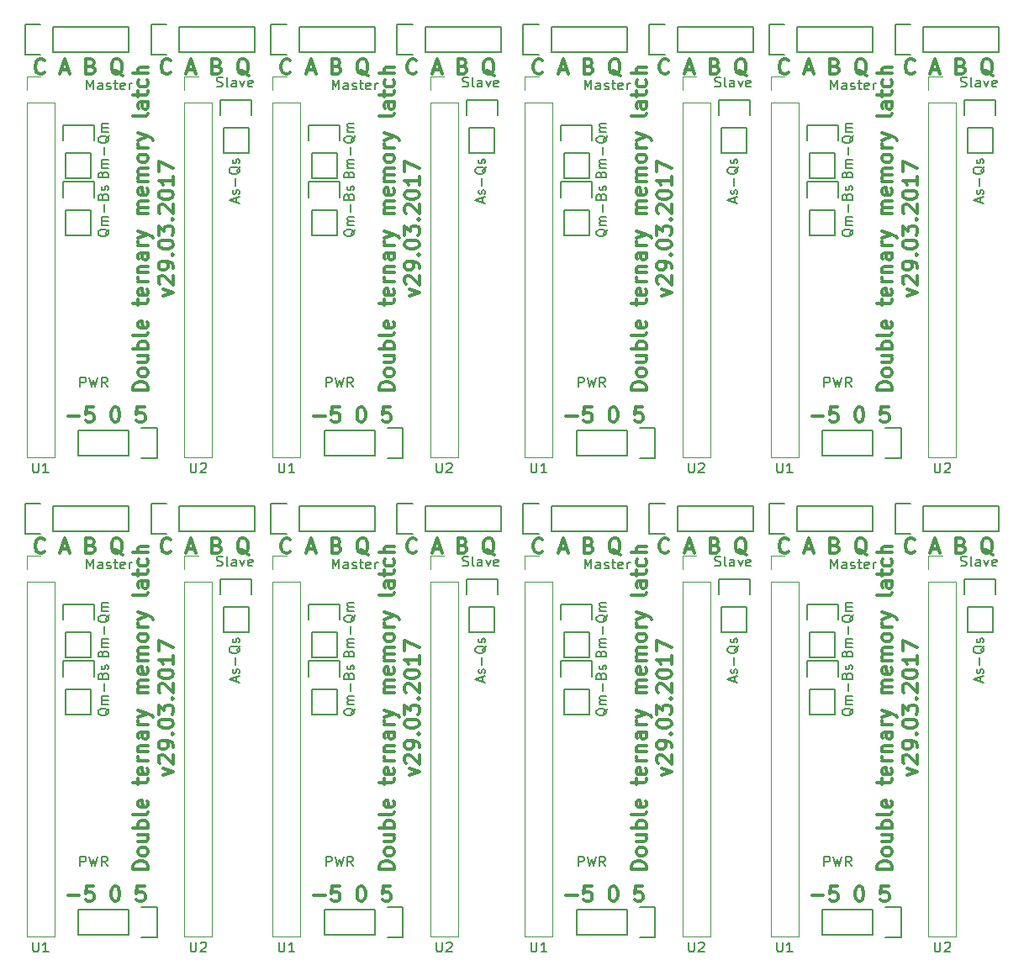
<source format=gto>
G04 #@! TF.FileFunction,Legend,Top*
%FSLAX46Y46*%
G04 Gerber Fmt 4.6, Leading zero omitted, Abs format (unit mm)*
G04 Created by KiCad (PCBNEW 4.0.5+dfsg1-4) date Wed Mar 29 10:57:38 2017*
%MOMM*%
%LPD*%
G01*
G04 APERTURE LIST*
%ADD10C,0.100000*%
%ADD11C,0.300000*%
%ADD12C,0.120000*%
%ADD13C,0.150000*%
G04 APERTURE END LIST*
D10*
D11*
X184188571Y-115980713D02*
X182688571Y-115980713D01*
X182688571Y-115623570D01*
X182760000Y-115409285D01*
X182902857Y-115266427D01*
X183045714Y-115194999D01*
X183331429Y-115123570D01*
X183545714Y-115123570D01*
X183831429Y-115194999D01*
X183974286Y-115266427D01*
X184117143Y-115409285D01*
X184188571Y-115623570D01*
X184188571Y-115980713D01*
X184188571Y-114266427D02*
X184117143Y-114409285D01*
X184045714Y-114480713D01*
X183902857Y-114552142D01*
X183474286Y-114552142D01*
X183331429Y-114480713D01*
X183260000Y-114409285D01*
X183188571Y-114266427D01*
X183188571Y-114052142D01*
X183260000Y-113909285D01*
X183331429Y-113837856D01*
X183474286Y-113766427D01*
X183902857Y-113766427D01*
X184045714Y-113837856D01*
X184117143Y-113909285D01*
X184188571Y-114052142D01*
X184188571Y-114266427D01*
X183188571Y-112480713D02*
X184188571Y-112480713D01*
X183188571Y-113123570D02*
X183974286Y-113123570D01*
X184117143Y-113052142D01*
X184188571Y-112909284D01*
X184188571Y-112694999D01*
X184117143Y-112552142D01*
X184045714Y-112480713D01*
X184188571Y-111766427D02*
X182688571Y-111766427D01*
X183260000Y-111766427D02*
X183188571Y-111623570D01*
X183188571Y-111337856D01*
X183260000Y-111194999D01*
X183331429Y-111123570D01*
X183474286Y-111052141D01*
X183902857Y-111052141D01*
X184045714Y-111123570D01*
X184117143Y-111194999D01*
X184188571Y-111337856D01*
X184188571Y-111623570D01*
X184117143Y-111766427D01*
X184188571Y-110194998D02*
X184117143Y-110337856D01*
X183974286Y-110409284D01*
X182688571Y-110409284D01*
X184117143Y-109052142D02*
X184188571Y-109194999D01*
X184188571Y-109480713D01*
X184117143Y-109623570D01*
X183974286Y-109694999D01*
X183402857Y-109694999D01*
X183260000Y-109623570D01*
X183188571Y-109480713D01*
X183188571Y-109194999D01*
X183260000Y-109052142D01*
X183402857Y-108980713D01*
X183545714Y-108980713D01*
X183688571Y-109694999D01*
X183188571Y-107409285D02*
X183188571Y-106837856D01*
X182688571Y-107194999D02*
X183974286Y-107194999D01*
X184117143Y-107123571D01*
X184188571Y-106980713D01*
X184188571Y-106837856D01*
X184117143Y-105766428D02*
X184188571Y-105909285D01*
X184188571Y-106194999D01*
X184117143Y-106337856D01*
X183974286Y-106409285D01*
X183402857Y-106409285D01*
X183260000Y-106337856D01*
X183188571Y-106194999D01*
X183188571Y-105909285D01*
X183260000Y-105766428D01*
X183402857Y-105694999D01*
X183545714Y-105694999D01*
X183688571Y-106409285D01*
X184188571Y-105052142D02*
X183188571Y-105052142D01*
X183474286Y-105052142D02*
X183331429Y-104980714D01*
X183260000Y-104909285D01*
X183188571Y-104766428D01*
X183188571Y-104623571D01*
X183188571Y-104123571D02*
X184188571Y-104123571D01*
X183331429Y-104123571D02*
X183260000Y-104052143D01*
X183188571Y-103909285D01*
X183188571Y-103695000D01*
X183260000Y-103552143D01*
X183402857Y-103480714D01*
X184188571Y-103480714D01*
X184188571Y-102123571D02*
X183402857Y-102123571D01*
X183260000Y-102195000D01*
X183188571Y-102337857D01*
X183188571Y-102623571D01*
X183260000Y-102766428D01*
X184117143Y-102123571D02*
X184188571Y-102266428D01*
X184188571Y-102623571D01*
X184117143Y-102766428D01*
X183974286Y-102837857D01*
X183831429Y-102837857D01*
X183688571Y-102766428D01*
X183617143Y-102623571D01*
X183617143Y-102266428D01*
X183545714Y-102123571D01*
X184188571Y-101409285D02*
X183188571Y-101409285D01*
X183474286Y-101409285D02*
X183331429Y-101337857D01*
X183260000Y-101266428D01*
X183188571Y-101123571D01*
X183188571Y-100980714D01*
X183188571Y-100623571D02*
X184188571Y-100266428D01*
X183188571Y-99909286D02*
X184188571Y-100266428D01*
X184545714Y-100409286D01*
X184617143Y-100480714D01*
X184688571Y-100623571D01*
X184188571Y-98195000D02*
X183188571Y-98195000D01*
X183331429Y-98195000D02*
X183260000Y-98123572D01*
X183188571Y-97980714D01*
X183188571Y-97766429D01*
X183260000Y-97623572D01*
X183402857Y-97552143D01*
X184188571Y-97552143D01*
X183402857Y-97552143D02*
X183260000Y-97480714D01*
X183188571Y-97337857D01*
X183188571Y-97123572D01*
X183260000Y-96980714D01*
X183402857Y-96909286D01*
X184188571Y-96909286D01*
X184117143Y-95623572D02*
X184188571Y-95766429D01*
X184188571Y-96052143D01*
X184117143Y-96195000D01*
X183974286Y-96266429D01*
X183402857Y-96266429D01*
X183260000Y-96195000D01*
X183188571Y-96052143D01*
X183188571Y-95766429D01*
X183260000Y-95623572D01*
X183402857Y-95552143D01*
X183545714Y-95552143D01*
X183688571Y-96266429D01*
X184188571Y-94909286D02*
X183188571Y-94909286D01*
X183331429Y-94909286D02*
X183260000Y-94837858D01*
X183188571Y-94695000D01*
X183188571Y-94480715D01*
X183260000Y-94337858D01*
X183402857Y-94266429D01*
X184188571Y-94266429D01*
X183402857Y-94266429D02*
X183260000Y-94195000D01*
X183188571Y-94052143D01*
X183188571Y-93837858D01*
X183260000Y-93695000D01*
X183402857Y-93623572D01*
X184188571Y-93623572D01*
X184188571Y-92695000D02*
X184117143Y-92837858D01*
X184045714Y-92909286D01*
X183902857Y-92980715D01*
X183474286Y-92980715D01*
X183331429Y-92909286D01*
X183260000Y-92837858D01*
X183188571Y-92695000D01*
X183188571Y-92480715D01*
X183260000Y-92337858D01*
X183331429Y-92266429D01*
X183474286Y-92195000D01*
X183902857Y-92195000D01*
X184045714Y-92266429D01*
X184117143Y-92337858D01*
X184188571Y-92480715D01*
X184188571Y-92695000D01*
X184188571Y-91552143D02*
X183188571Y-91552143D01*
X183474286Y-91552143D02*
X183331429Y-91480715D01*
X183260000Y-91409286D01*
X183188571Y-91266429D01*
X183188571Y-91123572D01*
X183188571Y-90766429D02*
X184188571Y-90409286D01*
X183188571Y-90052144D02*
X184188571Y-90409286D01*
X184545714Y-90552144D01*
X184617143Y-90623572D01*
X184688571Y-90766429D01*
X184188571Y-88123572D02*
X184117143Y-88266430D01*
X183974286Y-88337858D01*
X182688571Y-88337858D01*
X184188571Y-86909287D02*
X183402857Y-86909287D01*
X183260000Y-86980716D01*
X183188571Y-87123573D01*
X183188571Y-87409287D01*
X183260000Y-87552144D01*
X184117143Y-86909287D02*
X184188571Y-87052144D01*
X184188571Y-87409287D01*
X184117143Y-87552144D01*
X183974286Y-87623573D01*
X183831429Y-87623573D01*
X183688571Y-87552144D01*
X183617143Y-87409287D01*
X183617143Y-87052144D01*
X183545714Y-86909287D01*
X183188571Y-86409287D02*
X183188571Y-85837858D01*
X182688571Y-86195001D02*
X183974286Y-86195001D01*
X184117143Y-86123573D01*
X184188571Y-85980715D01*
X184188571Y-85837858D01*
X184117143Y-84695001D02*
X184188571Y-84837858D01*
X184188571Y-85123572D01*
X184117143Y-85266430D01*
X184045714Y-85337858D01*
X183902857Y-85409287D01*
X183474286Y-85409287D01*
X183331429Y-85337858D01*
X183260000Y-85266430D01*
X183188571Y-85123572D01*
X183188571Y-84837858D01*
X183260000Y-84695001D01*
X184188571Y-84052144D02*
X182688571Y-84052144D01*
X184188571Y-83409287D02*
X183402857Y-83409287D01*
X183260000Y-83480716D01*
X183188571Y-83623573D01*
X183188571Y-83837858D01*
X183260000Y-83980716D01*
X183331429Y-84052144D01*
X185738571Y-106480712D02*
X186738571Y-106123569D01*
X185738571Y-105766427D01*
X185381429Y-105266427D02*
X185310000Y-105194998D01*
X185238571Y-105052141D01*
X185238571Y-104694998D01*
X185310000Y-104552141D01*
X185381429Y-104480712D01*
X185524286Y-104409284D01*
X185667143Y-104409284D01*
X185881429Y-104480712D01*
X186738571Y-105337855D01*
X186738571Y-104409284D01*
X186738571Y-103694999D02*
X186738571Y-103409284D01*
X186667143Y-103266427D01*
X186595714Y-103194999D01*
X186381429Y-103052141D01*
X186095714Y-102980713D01*
X185524286Y-102980713D01*
X185381429Y-103052141D01*
X185310000Y-103123570D01*
X185238571Y-103266427D01*
X185238571Y-103552141D01*
X185310000Y-103694999D01*
X185381429Y-103766427D01*
X185524286Y-103837856D01*
X185881429Y-103837856D01*
X186024286Y-103766427D01*
X186095714Y-103694999D01*
X186167143Y-103552141D01*
X186167143Y-103266427D01*
X186095714Y-103123570D01*
X186024286Y-103052141D01*
X185881429Y-102980713D01*
X186595714Y-102337856D02*
X186667143Y-102266428D01*
X186738571Y-102337856D01*
X186667143Y-102409285D01*
X186595714Y-102337856D01*
X186738571Y-102337856D01*
X185238571Y-101337856D02*
X185238571Y-101194999D01*
X185310000Y-101052142D01*
X185381429Y-100980713D01*
X185524286Y-100909284D01*
X185810000Y-100837856D01*
X186167143Y-100837856D01*
X186452857Y-100909284D01*
X186595714Y-100980713D01*
X186667143Y-101052142D01*
X186738571Y-101194999D01*
X186738571Y-101337856D01*
X186667143Y-101480713D01*
X186595714Y-101552142D01*
X186452857Y-101623570D01*
X186167143Y-101694999D01*
X185810000Y-101694999D01*
X185524286Y-101623570D01*
X185381429Y-101552142D01*
X185310000Y-101480713D01*
X185238571Y-101337856D01*
X185238571Y-100337856D02*
X185238571Y-99409285D01*
X185810000Y-99909285D01*
X185810000Y-99694999D01*
X185881429Y-99552142D01*
X185952857Y-99480713D01*
X186095714Y-99409285D01*
X186452857Y-99409285D01*
X186595714Y-99480713D01*
X186667143Y-99552142D01*
X186738571Y-99694999D01*
X186738571Y-100123571D01*
X186667143Y-100266428D01*
X186595714Y-100337856D01*
X186595714Y-98766428D02*
X186667143Y-98695000D01*
X186738571Y-98766428D01*
X186667143Y-98837857D01*
X186595714Y-98766428D01*
X186738571Y-98766428D01*
X185381429Y-98123571D02*
X185310000Y-98052142D01*
X185238571Y-97909285D01*
X185238571Y-97552142D01*
X185310000Y-97409285D01*
X185381429Y-97337856D01*
X185524286Y-97266428D01*
X185667143Y-97266428D01*
X185881429Y-97337856D01*
X186738571Y-98194999D01*
X186738571Y-97266428D01*
X185238571Y-96337857D02*
X185238571Y-96195000D01*
X185310000Y-96052143D01*
X185381429Y-95980714D01*
X185524286Y-95909285D01*
X185810000Y-95837857D01*
X186167143Y-95837857D01*
X186452857Y-95909285D01*
X186595714Y-95980714D01*
X186667143Y-96052143D01*
X186738571Y-96195000D01*
X186738571Y-96337857D01*
X186667143Y-96480714D01*
X186595714Y-96552143D01*
X186452857Y-96623571D01*
X186167143Y-96695000D01*
X185810000Y-96695000D01*
X185524286Y-96623571D01*
X185381429Y-96552143D01*
X185310000Y-96480714D01*
X185238571Y-96337857D01*
X186738571Y-94409286D02*
X186738571Y-95266429D01*
X186738571Y-94837857D02*
X185238571Y-94837857D01*
X185452857Y-94980714D01*
X185595714Y-95123572D01*
X185667143Y-95266429D01*
X185238571Y-93909286D02*
X185238571Y-92909286D01*
X186738571Y-93552143D01*
X159423571Y-115980713D02*
X157923571Y-115980713D01*
X157923571Y-115623570D01*
X157995000Y-115409285D01*
X158137857Y-115266427D01*
X158280714Y-115194999D01*
X158566429Y-115123570D01*
X158780714Y-115123570D01*
X159066429Y-115194999D01*
X159209286Y-115266427D01*
X159352143Y-115409285D01*
X159423571Y-115623570D01*
X159423571Y-115980713D01*
X159423571Y-114266427D02*
X159352143Y-114409285D01*
X159280714Y-114480713D01*
X159137857Y-114552142D01*
X158709286Y-114552142D01*
X158566429Y-114480713D01*
X158495000Y-114409285D01*
X158423571Y-114266427D01*
X158423571Y-114052142D01*
X158495000Y-113909285D01*
X158566429Y-113837856D01*
X158709286Y-113766427D01*
X159137857Y-113766427D01*
X159280714Y-113837856D01*
X159352143Y-113909285D01*
X159423571Y-114052142D01*
X159423571Y-114266427D01*
X158423571Y-112480713D02*
X159423571Y-112480713D01*
X158423571Y-113123570D02*
X159209286Y-113123570D01*
X159352143Y-113052142D01*
X159423571Y-112909284D01*
X159423571Y-112694999D01*
X159352143Y-112552142D01*
X159280714Y-112480713D01*
X159423571Y-111766427D02*
X157923571Y-111766427D01*
X158495000Y-111766427D02*
X158423571Y-111623570D01*
X158423571Y-111337856D01*
X158495000Y-111194999D01*
X158566429Y-111123570D01*
X158709286Y-111052141D01*
X159137857Y-111052141D01*
X159280714Y-111123570D01*
X159352143Y-111194999D01*
X159423571Y-111337856D01*
X159423571Y-111623570D01*
X159352143Y-111766427D01*
X159423571Y-110194998D02*
X159352143Y-110337856D01*
X159209286Y-110409284D01*
X157923571Y-110409284D01*
X159352143Y-109052142D02*
X159423571Y-109194999D01*
X159423571Y-109480713D01*
X159352143Y-109623570D01*
X159209286Y-109694999D01*
X158637857Y-109694999D01*
X158495000Y-109623570D01*
X158423571Y-109480713D01*
X158423571Y-109194999D01*
X158495000Y-109052142D01*
X158637857Y-108980713D01*
X158780714Y-108980713D01*
X158923571Y-109694999D01*
X158423571Y-107409285D02*
X158423571Y-106837856D01*
X157923571Y-107194999D02*
X159209286Y-107194999D01*
X159352143Y-107123571D01*
X159423571Y-106980713D01*
X159423571Y-106837856D01*
X159352143Y-105766428D02*
X159423571Y-105909285D01*
X159423571Y-106194999D01*
X159352143Y-106337856D01*
X159209286Y-106409285D01*
X158637857Y-106409285D01*
X158495000Y-106337856D01*
X158423571Y-106194999D01*
X158423571Y-105909285D01*
X158495000Y-105766428D01*
X158637857Y-105694999D01*
X158780714Y-105694999D01*
X158923571Y-106409285D01*
X159423571Y-105052142D02*
X158423571Y-105052142D01*
X158709286Y-105052142D02*
X158566429Y-104980714D01*
X158495000Y-104909285D01*
X158423571Y-104766428D01*
X158423571Y-104623571D01*
X158423571Y-104123571D02*
X159423571Y-104123571D01*
X158566429Y-104123571D02*
X158495000Y-104052143D01*
X158423571Y-103909285D01*
X158423571Y-103695000D01*
X158495000Y-103552143D01*
X158637857Y-103480714D01*
X159423571Y-103480714D01*
X159423571Y-102123571D02*
X158637857Y-102123571D01*
X158495000Y-102195000D01*
X158423571Y-102337857D01*
X158423571Y-102623571D01*
X158495000Y-102766428D01*
X159352143Y-102123571D02*
X159423571Y-102266428D01*
X159423571Y-102623571D01*
X159352143Y-102766428D01*
X159209286Y-102837857D01*
X159066429Y-102837857D01*
X158923571Y-102766428D01*
X158852143Y-102623571D01*
X158852143Y-102266428D01*
X158780714Y-102123571D01*
X159423571Y-101409285D02*
X158423571Y-101409285D01*
X158709286Y-101409285D02*
X158566429Y-101337857D01*
X158495000Y-101266428D01*
X158423571Y-101123571D01*
X158423571Y-100980714D01*
X158423571Y-100623571D02*
X159423571Y-100266428D01*
X158423571Y-99909286D02*
X159423571Y-100266428D01*
X159780714Y-100409286D01*
X159852143Y-100480714D01*
X159923571Y-100623571D01*
X159423571Y-98195000D02*
X158423571Y-98195000D01*
X158566429Y-98195000D02*
X158495000Y-98123572D01*
X158423571Y-97980714D01*
X158423571Y-97766429D01*
X158495000Y-97623572D01*
X158637857Y-97552143D01*
X159423571Y-97552143D01*
X158637857Y-97552143D02*
X158495000Y-97480714D01*
X158423571Y-97337857D01*
X158423571Y-97123572D01*
X158495000Y-96980714D01*
X158637857Y-96909286D01*
X159423571Y-96909286D01*
X159352143Y-95623572D02*
X159423571Y-95766429D01*
X159423571Y-96052143D01*
X159352143Y-96195000D01*
X159209286Y-96266429D01*
X158637857Y-96266429D01*
X158495000Y-96195000D01*
X158423571Y-96052143D01*
X158423571Y-95766429D01*
X158495000Y-95623572D01*
X158637857Y-95552143D01*
X158780714Y-95552143D01*
X158923571Y-96266429D01*
X159423571Y-94909286D02*
X158423571Y-94909286D01*
X158566429Y-94909286D02*
X158495000Y-94837858D01*
X158423571Y-94695000D01*
X158423571Y-94480715D01*
X158495000Y-94337858D01*
X158637857Y-94266429D01*
X159423571Y-94266429D01*
X158637857Y-94266429D02*
X158495000Y-94195000D01*
X158423571Y-94052143D01*
X158423571Y-93837858D01*
X158495000Y-93695000D01*
X158637857Y-93623572D01*
X159423571Y-93623572D01*
X159423571Y-92695000D02*
X159352143Y-92837858D01*
X159280714Y-92909286D01*
X159137857Y-92980715D01*
X158709286Y-92980715D01*
X158566429Y-92909286D01*
X158495000Y-92837858D01*
X158423571Y-92695000D01*
X158423571Y-92480715D01*
X158495000Y-92337858D01*
X158566429Y-92266429D01*
X158709286Y-92195000D01*
X159137857Y-92195000D01*
X159280714Y-92266429D01*
X159352143Y-92337858D01*
X159423571Y-92480715D01*
X159423571Y-92695000D01*
X159423571Y-91552143D02*
X158423571Y-91552143D01*
X158709286Y-91552143D02*
X158566429Y-91480715D01*
X158495000Y-91409286D01*
X158423571Y-91266429D01*
X158423571Y-91123572D01*
X158423571Y-90766429D02*
X159423571Y-90409286D01*
X158423571Y-90052144D02*
X159423571Y-90409286D01*
X159780714Y-90552144D01*
X159852143Y-90623572D01*
X159923571Y-90766429D01*
X159423571Y-88123572D02*
X159352143Y-88266430D01*
X159209286Y-88337858D01*
X157923571Y-88337858D01*
X159423571Y-86909287D02*
X158637857Y-86909287D01*
X158495000Y-86980716D01*
X158423571Y-87123573D01*
X158423571Y-87409287D01*
X158495000Y-87552144D01*
X159352143Y-86909287D02*
X159423571Y-87052144D01*
X159423571Y-87409287D01*
X159352143Y-87552144D01*
X159209286Y-87623573D01*
X159066429Y-87623573D01*
X158923571Y-87552144D01*
X158852143Y-87409287D01*
X158852143Y-87052144D01*
X158780714Y-86909287D01*
X158423571Y-86409287D02*
X158423571Y-85837858D01*
X157923571Y-86195001D02*
X159209286Y-86195001D01*
X159352143Y-86123573D01*
X159423571Y-85980715D01*
X159423571Y-85837858D01*
X159352143Y-84695001D02*
X159423571Y-84837858D01*
X159423571Y-85123572D01*
X159352143Y-85266430D01*
X159280714Y-85337858D01*
X159137857Y-85409287D01*
X158709286Y-85409287D01*
X158566429Y-85337858D01*
X158495000Y-85266430D01*
X158423571Y-85123572D01*
X158423571Y-84837858D01*
X158495000Y-84695001D01*
X159423571Y-84052144D02*
X157923571Y-84052144D01*
X159423571Y-83409287D02*
X158637857Y-83409287D01*
X158495000Y-83480716D01*
X158423571Y-83623573D01*
X158423571Y-83837858D01*
X158495000Y-83980716D01*
X158566429Y-84052144D01*
X160973571Y-106480712D02*
X161973571Y-106123569D01*
X160973571Y-105766427D01*
X160616429Y-105266427D02*
X160545000Y-105194998D01*
X160473571Y-105052141D01*
X160473571Y-104694998D01*
X160545000Y-104552141D01*
X160616429Y-104480712D01*
X160759286Y-104409284D01*
X160902143Y-104409284D01*
X161116429Y-104480712D01*
X161973571Y-105337855D01*
X161973571Y-104409284D01*
X161973571Y-103694999D02*
X161973571Y-103409284D01*
X161902143Y-103266427D01*
X161830714Y-103194999D01*
X161616429Y-103052141D01*
X161330714Y-102980713D01*
X160759286Y-102980713D01*
X160616429Y-103052141D01*
X160545000Y-103123570D01*
X160473571Y-103266427D01*
X160473571Y-103552141D01*
X160545000Y-103694999D01*
X160616429Y-103766427D01*
X160759286Y-103837856D01*
X161116429Y-103837856D01*
X161259286Y-103766427D01*
X161330714Y-103694999D01*
X161402143Y-103552141D01*
X161402143Y-103266427D01*
X161330714Y-103123570D01*
X161259286Y-103052141D01*
X161116429Y-102980713D01*
X161830714Y-102337856D02*
X161902143Y-102266428D01*
X161973571Y-102337856D01*
X161902143Y-102409285D01*
X161830714Y-102337856D01*
X161973571Y-102337856D01*
X160473571Y-101337856D02*
X160473571Y-101194999D01*
X160545000Y-101052142D01*
X160616429Y-100980713D01*
X160759286Y-100909284D01*
X161045000Y-100837856D01*
X161402143Y-100837856D01*
X161687857Y-100909284D01*
X161830714Y-100980713D01*
X161902143Y-101052142D01*
X161973571Y-101194999D01*
X161973571Y-101337856D01*
X161902143Y-101480713D01*
X161830714Y-101552142D01*
X161687857Y-101623570D01*
X161402143Y-101694999D01*
X161045000Y-101694999D01*
X160759286Y-101623570D01*
X160616429Y-101552142D01*
X160545000Y-101480713D01*
X160473571Y-101337856D01*
X160473571Y-100337856D02*
X160473571Y-99409285D01*
X161045000Y-99909285D01*
X161045000Y-99694999D01*
X161116429Y-99552142D01*
X161187857Y-99480713D01*
X161330714Y-99409285D01*
X161687857Y-99409285D01*
X161830714Y-99480713D01*
X161902143Y-99552142D01*
X161973571Y-99694999D01*
X161973571Y-100123571D01*
X161902143Y-100266428D01*
X161830714Y-100337856D01*
X161830714Y-98766428D02*
X161902143Y-98695000D01*
X161973571Y-98766428D01*
X161902143Y-98837857D01*
X161830714Y-98766428D01*
X161973571Y-98766428D01*
X160616429Y-98123571D02*
X160545000Y-98052142D01*
X160473571Y-97909285D01*
X160473571Y-97552142D01*
X160545000Y-97409285D01*
X160616429Y-97337856D01*
X160759286Y-97266428D01*
X160902143Y-97266428D01*
X161116429Y-97337856D01*
X161973571Y-98194999D01*
X161973571Y-97266428D01*
X160473571Y-96337857D02*
X160473571Y-96195000D01*
X160545000Y-96052143D01*
X160616429Y-95980714D01*
X160759286Y-95909285D01*
X161045000Y-95837857D01*
X161402143Y-95837857D01*
X161687857Y-95909285D01*
X161830714Y-95980714D01*
X161902143Y-96052143D01*
X161973571Y-96195000D01*
X161973571Y-96337857D01*
X161902143Y-96480714D01*
X161830714Y-96552143D01*
X161687857Y-96623571D01*
X161402143Y-96695000D01*
X161045000Y-96695000D01*
X160759286Y-96623571D01*
X160616429Y-96552143D01*
X160545000Y-96480714D01*
X160473571Y-96337857D01*
X161973571Y-94409286D02*
X161973571Y-95266429D01*
X161973571Y-94837857D02*
X160473571Y-94837857D01*
X160687857Y-94980714D01*
X160830714Y-95123572D01*
X160902143Y-95266429D01*
X160473571Y-93909286D02*
X160473571Y-92909286D01*
X161973571Y-93552143D01*
X134023571Y-115980713D02*
X132523571Y-115980713D01*
X132523571Y-115623570D01*
X132595000Y-115409285D01*
X132737857Y-115266427D01*
X132880714Y-115194999D01*
X133166429Y-115123570D01*
X133380714Y-115123570D01*
X133666429Y-115194999D01*
X133809286Y-115266427D01*
X133952143Y-115409285D01*
X134023571Y-115623570D01*
X134023571Y-115980713D01*
X134023571Y-114266427D02*
X133952143Y-114409285D01*
X133880714Y-114480713D01*
X133737857Y-114552142D01*
X133309286Y-114552142D01*
X133166429Y-114480713D01*
X133095000Y-114409285D01*
X133023571Y-114266427D01*
X133023571Y-114052142D01*
X133095000Y-113909285D01*
X133166429Y-113837856D01*
X133309286Y-113766427D01*
X133737857Y-113766427D01*
X133880714Y-113837856D01*
X133952143Y-113909285D01*
X134023571Y-114052142D01*
X134023571Y-114266427D01*
X133023571Y-112480713D02*
X134023571Y-112480713D01*
X133023571Y-113123570D02*
X133809286Y-113123570D01*
X133952143Y-113052142D01*
X134023571Y-112909284D01*
X134023571Y-112694999D01*
X133952143Y-112552142D01*
X133880714Y-112480713D01*
X134023571Y-111766427D02*
X132523571Y-111766427D01*
X133095000Y-111766427D02*
X133023571Y-111623570D01*
X133023571Y-111337856D01*
X133095000Y-111194999D01*
X133166429Y-111123570D01*
X133309286Y-111052141D01*
X133737857Y-111052141D01*
X133880714Y-111123570D01*
X133952143Y-111194999D01*
X134023571Y-111337856D01*
X134023571Y-111623570D01*
X133952143Y-111766427D01*
X134023571Y-110194998D02*
X133952143Y-110337856D01*
X133809286Y-110409284D01*
X132523571Y-110409284D01*
X133952143Y-109052142D02*
X134023571Y-109194999D01*
X134023571Y-109480713D01*
X133952143Y-109623570D01*
X133809286Y-109694999D01*
X133237857Y-109694999D01*
X133095000Y-109623570D01*
X133023571Y-109480713D01*
X133023571Y-109194999D01*
X133095000Y-109052142D01*
X133237857Y-108980713D01*
X133380714Y-108980713D01*
X133523571Y-109694999D01*
X133023571Y-107409285D02*
X133023571Y-106837856D01*
X132523571Y-107194999D02*
X133809286Y-107194999D01*
X133952143Y-107123571D01*
X134023571Y-106980713D01*
X134023571Y-106837856D01*
X133952143Y-105766428D02*
X134023571Y-105909285D01*
X134023571Y-106194999D01*
X133952143Y-106337856D01*
X133809286Y-106409285D01*
X133237857Y-106409285D01*
X133095000Y-106337856D01*
X133023571Y-106194999D01*
X133023571Y-105909285D01*
X133095000Y-105766428D01*
X133237857Y-105694999D01*
X133380714Y-105694999D01*
X133523571Y-106409285D01*
X134023571Y-105052142D02*
X133023571Y-105052142D01*
X133309286Y-105052142D02*
X133166429Y-104980714D01*
X133095000Y-104909285D01*
X133023571Y-104766428D01*
X133023571Y-104623571D01*
X133023571Y-104123571D02*
X134023571Y-104123571D01*
X133166429Y-104123571D02*
X133095000Y-104052143D01*
X133023571Y-103909285D01*
X133023571Y-103695000D01*
X133095000Y-103552143D01*
X133237857Y-103480714D01*
X134023571Y-103480714D01*
X134023571Y-102123571D02*
X133237857Y-102123571D01*
X133095000Y-102195000D01*
X133023571Y-102337857D01*
X133023571Y-102623571D01*
X133095000Y-102766428D01*
X133952143Y-102123571D02*
X134023571Y-102266428D01*
X134023571Y-102623571D01*
X133952143Y-102766428D01*
X133809286Y-102837857D01*
X133666429Y-102837857D01*
X133523571Y-102766428D01*
X133452143Y-102623571D01*
X133452143Y-102266428D01*
X133380714Y-102123571D01*
X134023571Y-101409285D02*
X133023571Y-101409285D01*
X133309286Y-101409285D02*
X133166429Y-101337857D01*
X133095000Y-101266428D01*
X133023571Y-101123571D01*
X133023571Y-100980714D01*
X133023571Y-100623571D02*
X134023571Y-100266428D01*
X133023571Y-99909286D02*
X134023571Y-100266428D01*
X134380714Y-100409286D01*
X134452143Y-100480714D01*
X134523571Y-100623571D01*
X134023571Y-98195000D02*
X133023571Y-98195000D01*
X133166429Y-98195000D02*
X133095000Y-98123572D01*
X133023571Y-97980714D01*
X133023571Y-97766429D01*
X133095000Y-97623572D01*
X133237857Y-97552143D01*
X134023571Y-97552143D01*
X133237857Y-97552143D02*
X133095000Y-97480714D01*
X133023571Y-97337857D01*
X133023571Y-97123572D01*
X133095000Y-96980714D01*
X133237857Y-96909286D01*
X134023571Y-96909286D01*
X133952143Y-95623572D02*
X134023571Y-95766429D01*
X134023571Y-96052143D01*
X133952143Y-96195000D01*
X133809286Y-96266429D01*
X133237857Y-96266429D01*
X133095000Y-96195000D01*
X133023571Y-96052143D01*
X133023571Y-95766429D01*
X133095000Y-95623572D01*
X133237857Y-95552143D01*
X133380714Y-95552143D01*
X133523571Y-96266429D01*
X134023571Y-94909286D02*
X133023571Y-94909286D01*
X133166429Y-94909286D02*
X133095000Y-94837858D01*
X133023571Y-94695000D01*
X133023571Y-94480715D01*
X133095000Y-94337858D01*
X133237857Y-94266429D01*
X134023571Y-94266429D01*
X133237857Y-94266429D02*
X133095000Y-94195000D01*
X133023571Y-94052143D01*
X133023571Y-93837858D01*
X133095000Y-93695000D01*
X133237857Y-93623572D01*
X134023571Y-93623572D01*
X134023571Y-92695000D02*
X133952143Y-92837858D01*
X133880714Y-92909286D01*
X133737857Y-92980715D01*
X133309286Y-92980715D01*
X133166429Y-92909286D01*
X133095000Y-92837858D01*
X133023571Y-92695000D01*
X133023571Y-92480715D01*
X133095000Y-92337858D01*
X133166429Y-92266429D01*
X133309286Y-92195000D01*
X133737857Y-92195000D01*
X133880714Y-92266429D01*
X133952143Y-92337858D01*
X134023571Y-92480715D01*
X134023571Y-92695000D01*
X134023571Y-91552143D02*
X133023571Y-91552143D01*
X133309286Y-91552143D02*
X133166429Y-91480715D01*
X133095000Y-91409286D01*
X133023571Y-91266429D01*
X133023571Y-91123572D01*
X133023571Y-90766429D02*
X134023571Y-90409286D01*
X133023571Y-90052144D02*
X134023571Y-90409286D01*
X134380714Y-90552144D01*
X134452143Y-90623572D01*
X134523571Y-90766429D01*
X134023571Y-88123572D02*
X133952143Y-88266430D01*
X133809286Y-88337858D01*
X132523571Y-88337858D01*
X134023571Y-86909287D02*
X133237857Y-86909287D01*
X133095000Y-86980716D01*
X133023571Y-87123573D01*
X133023571Y-87409287D01*
X133095000Y-87552144D01*
X133952143Y-86909287D02*
X134023571Y-87052144D01*
X134023571Y-87409287D01*
X133952143Y-87552144D01*
X133809286Y-87623573D01*
X133666429Y-87623573D01*
X133523571Y-87552144D01*
X133452143Y-87409287D01*
X133452143Y-87052144D01*
X133380714Y-86909287D01*
X133023571Y-86409287D02*
X133023571Y-85837858D01*
X132523571Y-86195001D02*
X133809286Y-86195001D01*
X133952143Y-86123573D01*
X134023571Y-85980715D01*
X134023571Y-85837858D01*
X133952143Y-84695001D02*
X134023571Y-84837858D01*
X134023571Y-85123572D01*
X133952143Y-85266430D01*
X133880714Y-85337858D01*
X133737857Y-85409287D01*
X133309286Y-85409287D01*
X133166429Y-85337858D01*
X133095000Y-85266430D01*
X133023571Y-85123572D01*
X133023571Y-84837858D01*
X133095000Y-84695001D01*
X134023571Y-84052144D02*
X132523571Y-84052144D01*
X134023571Y-83409287D02*
X133237857Y-83409287D01*
X133095000Y-83480716D01*
X133023571Y-83623573D01*
X133023571Y-83837858D01*
X133095000Y-83980716D01*
X133166429Y-84052144D01*
X135573571Y-106480712D02*
X136573571Y-106123569D01*
X135573571Y-105766427D01*
X135216429Y-105266427D02*
X135145000Y-105194998D01*
X135073571Y-105052141D01*
X135073571Y-104694998D01*
X135145000Y-104552141D01*
X135216429Y-104480712D01*
X135359286Y-104409284D01*
X135502143Y-104409284D01*
X135716429Y-104480712D01*
X136573571Y-105337855D01*
X136573571Y-104409284D01*
X136573571Y-103694999D02*
X136573571Y-103409284D01*
X136502143Y-103266427D01*
X136430714Y-103194999D01*
X136216429Y-103052141D01*
X135930714Y-102980713D01*
X135359286Y-102980713D01*
X135216429Y-103052141D01*
X135145000Y-103123570D01*
X135073571Y-103266427D01*
X135073571Y-103552141D01*
X135145000Y-103694999D01*
X135216429Y-103766427D01*
X135359286Y-103837856D01*
X135716429Y-103837856D01*
X135859286Y-103766427D01*
X135930714Y-103694999D01*
X136002143Y-103552141D01*
X136002143Y-103266427D01*
X135930714Y-103123570D01*
X135859286Y-103052141D01*
X135716429Y-102980713D01*
X136430714Y-102337856D02*
X136502143Y-102266428D01*
X136573571Y-102337856D01*
X136502143Y-102409285D01*
X136430714Y-102337856D01*
X136573571Y-102337856D01*
X135073571Y-101337856D02*
X135073571Y-101194999D01*
X135145000Y-101052142D01*
X135216429Y-100980713D01*
X135359286Y-100909284D01*
X135645000Y-100837856D01*
X136002143Y-100837856D01*
X136287857Y-100909284D01*
X136430714Y-100980713D01*
X136502143Y-101052142D01*
X136573571Y-101194999D01*
X136573571Y-101337856D01*
X136502143Y-101480713D01*
X136430714Y-101552142D01*
X136287857Y-101623570D01*
X136002143Y-101694999D01*
X135645000Y-101694999D01*
X135359286Y-101623570D01*
X135216429Y-101552142D01*
X135145000Y-101480713D01*
X135073571Y-101337856D01*
X135073571Y-100337856D02*
X135073571Y-99409285D01*
X135645000Y-99909285D01*
X135645000Y-99694999D01*
X135716429Y-99552142D01*
X135787857Y-99480713D01*
X135930714Y-99409285D01*
X136287857Y-99409285D01*
X136430714Y-99480713D01*
X136502143Y-99552142D01*
X136573571Y-99694999D01*
X136573571Y-100123571D01*
X136502143Y-100266428D01*
X136430714Y-100337856D01*
X136430714Y-98766428D02*
X136502143Y-98695000D01*
X136573571Y-98766428D01*
X136502143Y-98837857D01*
X136430714Y-98766428D01*
X136573571Y-98766428D01*
X135216429Y-98123571D02*
X135145000Y-98052142D01*
X135073571Y-97909285D01*
X135073571Y-97552142D01*
X135145000Y-97409285D01*
X135216429Y-97337856D01*
X135359286Y-97266428D01*
X135502143Y-97266428D01*
X135716429Y-97337856D01*
X136573571Y-98194999D01*
X136573571Y-97266428D01*
X135073571Y-96337857D02*
X135073571Y-96195000D01*
X135145000Y-96052143D01*
X135216429Y-95980714D01*
X135359286Y-95909285D01*
X135645000Y-95837857D01*
X136002143Y-95837857D01*
X136287857Y-95909285D01*
X136430714Y-95980714D01*
X136502143Y-96052143D01*
X136573571Y-96195000D01*
X136573571Y-96337857D01*
X136502143Y-96480714D01*
X136430714Y-96552143D01*
X136287857Y-96623571D01*
X136002143Y-96695000D01*
X135645000Y-96695000D01*
X135359286Y-96623571D01*
X135216429Y-96552143D01*
X135145000Y-96480714D01*
X135073571Y-96337857D01*
X136573571Y-94409286D02*
X136573571Y-95266429D01*
X136573571Y-94837857D02*
X135073571Y-94837857D01*
X135287857Y-94980714D01*
X135430714Y-95123572D01*
X135502143Y-95266429D01*
X135073571Y-93909286D02*
X135073571Y-92909286D01*
X136573571Y-93552143D01*
X109258571Y-115980713D02*
X107758571Y-115980713D01*
X107758571Y-115623570D01*
X107830000Y-115409285D01*
X107972857Y-115266427D01*
X108115714Y-115194999D01*
X108401429Y-115123570D01*
X108615714Y-115123570D01*
X108901429Y-115194999D01*
X109044286Y-115266427D01*
X109187143Y-115409285D01*
X109258571Y-115623570D01*
X109258571Y-115980713D01*
X109258571Y-114266427D02*
X109187143Y-114409285D01*
X109115714Y-114480713D01*
X108972857Y-114552142D01*
X108544286Y-114552142D01*
X108401429Y-114480713D01*
X108330000Y-114409285D01*
X108258571Y-114266427D01*
X108258571Y-114052142D01*
X108330000Y-113909285D01*
X108401429Y-113837856D01*
X108544286Y-113766427D01*
X108972857Y-113766427D01*
X109115714Y-113837856D01*
X109187143Y-113909285D01*
X109258571Y-114052142D01*
X109258571Y-114266427D01*
X108258571Y-112480713D02*
X109258571Y-112480713D01*
X108258571Y-113123570D02*
X109044286Y-113123570D01*
X109187143Y-113052142D01*
X109258571Y-112909284D01*
X109258571Y-112694999D01*
X109187143Y-112552142D01*
X109115714Y-112480713D01*
X109258571Y-111766427D02*
X107758571Y-111766427D01*
X108330000Y-111766427D02*
X108258571Y-111623570D01*
X108258571Y-111337856D01*
X108330000Y-111194999D01*
X108401429Y-111123570D01*
X108544286Y-111052141D01*
X108972857Y-111052141D01*
X109115714Y-111123570D01*
X109187143Y-111194999D01*
X109258571Y-111337856D01*
X109258571Y-111623570D01*
X109187143Y-111766427D01*
X109258571Y-110194998D02*
X109187143Y-110337856D01*
X109044286Y-110409284D01*
X107758571Y-110409284D01*
X109187143Y-109052142D02*
X109258571Y-109194999D01*
X109258571Y-109480713D01*
X109187143Y-109623570D01*
X109044286Y-109694999D01*
X108472857Y-109694999D01*
X108330000Y-109623570D01*
X108258571Y-109480713D01*
X108258571Y-109194999D01*
X108330000Y-109052142D01*
X108472857Y-108980713D01*
X108615714Y-108980713D01*
X108758571Y-109694999D01*
X108258571Y-107409285D02*
X108258571Y-106837856D01*
X107758571Y-107194999D02*
X109044286Y-107194999D01*
X109187143Y-107123571D01*
X109258571Y-106980713D01*
X109258571Y-106837856D01*
X109187143Y-105766428D02*
X109258571Y-105909285D01*
X109258571Y-106194999D01*
X109187143Y-106337856D01*
X109044286Y-106409285D01*
X108472857Y-106409285D01*
X108330000Y-106337856D01*
X108258571Y-106194999D01*
X108258571Y-105909285D01*
X108330000Y-105766428D01*
X108472857Y-105694999D01*
X108615714Y-105694999D01*
X108758571Y-106409285D01*
X109258571Y-105052142D02*
X108258571Y-105052142D01*
X108544286Y-105052142D02*
X108401429Y-104980714D01*
X108330000Y-104909285D01*
X108258571Y-104766428D01*
X108258571Y-104623571D01*
X108258571Y-104123571D02*
X109258571Y-104123571D01*
X108401429Y-104123571D02*
X108330000Y-104052143D01*
X108258571Y-103909285D01*
X108258571Y-103695000D01*
X108330000Y-103552143D01*
X108472857Y-103480714D01*
X109258571Y-103480714D01*
X109258571Y-102123571D02*
X108472857Y-102123571D01*
X108330000Y-102195000D01*
X108258571Y-102337857D01*
X108258571Y-102623571D01*
X108330000Y-102766428D01*
X109187143Y-102123571D02*
X109258571Y-102266428D01*
X109258571Y-102623571D01*
X109187143Y-102766428D01*
X109044286Y-102837857D01*
X108901429Y-102837857D01*
X108758571Y-102766428D01*
X108687143Y-102623571D01*
X108687143Y-102266428D01*
X108615714Y-102123571D01*
X109258571Y-101409285D02*
X108258571Y-101409285D01*
X108544286Y-101409285D02*
X108401429Y-101337857D01*
X108330000Y-101266428D01*
X108258571Y-101123571D01*
X108258571Y-100980714D01*
X108258571Y-100623571D02*
X109258571Y-100266428D01*
X108258571Y-99909286D02*
X109258571Y-100266428D01*
X109615714Y-100409286D01*
X109687143Y-100480714D01*
X109758571Y-100623571D01*
X109258571Y-98195000D02*
X108258571Y-98195000D01*
X108401429Y-98195000D02*
X108330000Y-98123572D01*
X108258571Y-97980714D01*
X108258571Y-97766429D01*
X108330000Y-97623572D01*
X108472857Y-97552143D01*
X109258571Y-97552143D01*
X108472857Y-97552143D02*
X108330000Y-97480714D01*
X108258571Y-97337857D01*
X108258571Y-97123572D01*
X108330000Y-96980714D01*
X108472857Y-96909286D01*
X109258571Y-96909286D01*
X109187143Y-95623572D02*
X109258571Y-95766429D01*
X109258571Y-96052143D01*
X109187143Y-96195000D01*
X109044286Y-96266429D01*
X108472857Y-96266429D01*
X108330000Y-96195000D01*
X108258571Y-96052143D01*
X108258571Y-95766429D01*
X108330000Y-95623572D01*
X108472857Y-95552143D01*
X108615714Y-95552143D01*
X108758571Y-96266429D01*
X109258571Y-94909286D02*
X108258571Y-94909286D01*
X108401429Y-94909286D02*
X108330000Y-94837858D01*
X108258571Y-94695000D01*
X108258571Y-94480715D01*
X108330000Y-94337858D01*
X108472857Y-94266429D01*
X109258571Y-94266429D01*
X108472857Y-94266429D02*
X108330000Y-94195000D01*
X108258571Y-94052143D01*
X108258571Y-93837858D01*
X108330000Y-93695000D01*
X108472857Y-93623572D01*
X109258571Y-93623572D01*
X109258571Y-92695000D02*
X109187143Y-92837858D01*
X109115714Y-92909286D01*
X108972857Y-92980715D01*
X108544286Y-92980715D01*
X108401429Y-92909286D01*
X108330000Y-92837858D01*
X108258571Y-92695000D01*
X108258571Y-92480715D01*
X108330000Y-92337858D01*
X108401429Y-92266429D01*
X108544286Y-92195000D01*
X108972857Y-92195000D01*
X109115714Y-92266429D01*
X109187143Y-92337858D01*
X109258571Y-92480715D01*
X109258571Y-92695000D01*
X109258571Y-91552143D02*
X108258571Y-91552143D01*
X108544286Y-91552143D02*
X108401429Y-91480715D01*
X108330000Y-91409286D01*
X108258571Y-91266429D01*
X108258571Y-91123572D01*
X108258571Y-90766429D02*
X109258571Y-90409286D01*
X108258571Y-90052144D02*
X109258571Y-90409286D01*
X109615714Y-90552144D01*
X109687143Y-90623572D01*
X109758571Y-90766429D01*
X109258571Y-88123572D02*
X109187143Y-88266430D01*
X109044286Y-88337858D01*
X107758571Y-88337858D01*
X109258571Y-86909287D02*
X108472857Y-86909287D01*
X108330000Y-86980716D01*
X108258571Y-87123573D01*
X108258571Y-87409287D01*
X108330000Y-87552144D01*
X109187143Y-86909287D02*
X109258571Y-87052144D01*
X109258571Y-87409287D01*
X109187143Y-87552144D01*
X109044286Y-87623573D01*
X108901429Y-87623573D01*
X108758571Y-87552144D01*
X108687143Y-87409287D01*
X108687143Y-87052144D01*
X108615714Y-86909287D01*
X108258571Y-86409287D02*
X108258571Y-85837858D01*
X107758571Y-86195001D02*
X109044286Y-86195001D01*
X109187143Y-86123573D01*
X109258571Y-85980715D01*
X109258571Y-85837858D01*
X109187143Y-84695001D02*
X109258571Y-84837858D01*
X109258571Y-85123572D01*
X109187143Y-85266430D01*
X109115714Y-85337858D01*
X108972857Y-85409287D01*
X108544286Y-85409287D01*
X108401429Y-85337858D01*
X108330000Y-85266430D01*
X108258571Y-85123572D01*
X108258571Y-84837858D01*
X108330000Y-84695001D01*
X109258571Y-84052144D02*
X107758571Y-84052144D01*
X109258571Y-83409287D02*
X108472857Y-83409287D01*
X108330000Y-83480716D01*
X108258571Y-83623573D01*
X108258571Y-83837858D01*
X108330000Y-83980716D01*
X108401429Y-84052144D01*
X110808571Y-106480712D02*
X111808571Y-106123569D01*
X110808571Y-105766427D01*
X110451429Y-105266427D02*
X110380000Y-105194998D01*
X110308571Y-105052141D01*
X110308571Y-104694998D01*
X110380000Y-104552141D01*
X110451429Y-104480712D01*
X110594286Y-104409284D01*
X110737143Y-104409284D01*
X110951429Y-104480712D01*
X111808571Y-105337855D01*
X111808571Y-104409284D01*
X111808571Y-103694999D02*
X111808571Y-103409284D01*
X111737143Y-103266427D01*
X111665714Y-103194999D01*
X111451429Y-103052141D01*
X111165714Y-102980713D01*
X110594286Y-102980713D01*
X110451429Y-103052141D01*
X110380000Y-103123570D01*
X110308571Y-103266427D01*
X110308571Y-103552141D01*
X110380000Y-103694999D01*
X110451429Y-103766427D01*
X110594286Y-103837856D01*
X110951429Y-103837856D01*
X111094286Y-103766427D01*
X111165714Y-103694999D01*
X111237143Y-103552141D01*
X111237143Y-103266427D01*
X111165714Y-103123570D01*
X111094286Y-103052141D01*
X110951429Y-102980713D01*
X111665714Y-102337856D02*
X111737143Y-102266428D01*
X111808571Y-102337856D01*
X111737143Y-102409285D01*
X111665714Y-102337856D01*
X111808571Y-102337856D01*
X110308571Y-101337856D02*
X110308571Y-101194999D01*
X110380000Y-101052142D01*
X110451429Y-100980713D01*
X110594286Y-100909284D01*
X110880000Y-100837856D01*
X111237143Y-100837856D01*
X111522857Y-100909284D01*
X111665714Y-100980713D01*
X111737143Y-101052142D01*
X111808571Y-101194999D01*
X111808571Y-101337856D01*
X111737143Y-101480713D01*
X111665714Y-101552142D01*
X111522857Y-101623570D01*
X111237143Y-101694999D01*
X110880000Y-101694999D01*
X110594286Y-101623570D01*
X110451429Y-101552142D01*
X110380000Y-101480713D01*
X110308571Y-101337856D01*
X110308571Y-100337856D02*
X110308571Y-99409285D01*
X110880000Y-99909285D01*
X110880000Y-99694999D01*
X110951429Y-99552142D01*
X111022857Y-99480713D01*
X111165714Y-99409285D01*
X111522857Y-99409285D01*
X111665714Y-99480713D01*
X111737143Y-99552142D01*
X111808571Y-99694999D01*
X111808571Y-100123571D01*
X111737143Y-100266428D01*
X111665714Y-100337856D01*
X111665714Y-98766428D02*
X111737143Y-98695000D01*
X111808571Y-98766428D01*
X111737143Y-98837857D01*
X111665714Y-98766428D01*
X111808571Y-98766428D01*
X110451429Y-98123571D02*
X110380000Y-98052142D01*
X110308571Y-97909285D01*
X110308571Y-97552142D01*
X110380000Y-97409285D01*
X110451429Y-97337856D01*
X110594286Y-97266428D01*
X110737143Y-97266428D01*
X110951429Y-97337856D01*
X111808571Y-98194999D01*
X111808571Y-97266428D01*
X110308571Y-96337857D02*
X110308571Y-96195000D01*
X110380000Y-96052143D01*
X110451429Y-95980714D01*
X110594286Y-95909285D01*
X110880000Y-95837857D01*
X111237143Y-95837857D01*
X111522857Y-95909285D01*
X111665714Y-95980714D01*
X111737143Y-96052143D01*
X111808571Y-96195000D01*
X111808571Y-96337857D01*
X111737143Y-96480714D01*
X111665714Y-96552143D01*
X111522857Y-96623571D01*
X111237143Y-96695000D01*
X110880000Y-96695000D01*
X110594286Y-96623571D01*
X110451429Y-96552143D01*
X110380000Y-96480714D01*
X110308571Y-96337857D01*
X111808571Y-94409286D02*
X111808571Y-95266429D01*
X111808571Y-94837857D02*
X110308571Y-94837857D01*
X110522857Y-94980714D01*
X110665714Y-95123572D01*
X110737143Y-95266429D01*
X110308571Y-93909286D02*
X110308571Y-92909286D01*
X111808571Y-93552143D01*
X184188571Y-67720713D02*
X182688571Y-67720713D01*
X182688571Y-67363570D01*
X182760000Y-67149285D01*
X182902857Y-67006427D01*
X183045714Y-66934999D01*
X183331429Y-66863570D01*
X183545714Y-66863570D01*
X183831429Y-66934999D01*
X183974286Y-67006427D01*
X184117143Y-67149285D01*
X184188571Y-67363570D01*
X184188571Y-67720713D01*
X184188571Y-66006427D02*
X184117143Y-66149285D01*
X184045714Y-66220713D01*
X183902857Y-66292142D01*
X183474286Y-66292142D01*
X183331429Y-66220713D01*
X183260000Y-66149285D01*
X183188571Y-66006427D01*
X183188571Y-65792142D01*
X183260000Y-65649285D01*
X183331429Y-65577856D01*
X183474286Y-65506427D01*
X183902857Y-65506427D01*
X184045714Y-65577856D01*
X184117143Y-65649285D01*
X184188571Y-65792142D01*
X184188571Y-66006427D01*
X183188571Y-64220713D02*
X184188571Y-64220713D01*
X183188571Y-64863570D02*
X183974286Y-64863570D01*
X184117143Y-64792142D01*
X184188571Y-64649284D01*
X184188571Y-64434999D01*
X184117143Y-64292142D01*
X184045714Y-64220713D01*
X184188571Y-63506427D02*
X182688571Y-63506427D01*
X183260000Y-63506427D02*
X183188571Y-63363570D01*
X183188571Y-63077856D01*
X183260000Y-62934999D01*
X183331429Y-62863570D01*
X183474286Y-62792141D01*
X183902857Y-62792141D01*
X184045714Y-62863570D01*
X184117143Y-62934999D01*
X184188571Y-63077856D01*
X184188571Y-63363570D01*
X184117143Y-63506427D01*
X184188571Y-61934998D02*
X184117143Y-62077856D01*
X183974286Y-62149284D01*
X182688571Y-62149284D01*
X184117143Y-60792142D02*
X184188571Y-60934999D01*
X184188571Y-61220713D01*
X184117143Y-61363570D01*
X183974286Y-61434999D01*
X183402857Y-61434999D01*
X183260000Y-61363570D01*
X183188571Y-61220713D01*
X183188571Y-60934999D01*
X183260000Y-60792142D01*
X183402857Y-60720713D01*
X183545714Y-60720713D01*
X183688571Y-61434999D01*
X183188571Y-59149285D02*
X183188571Y-58577856D01*
X182688571Y-58934999D02*
X183974286Y-58934999D01*
X184117143Y-58863571D01*
X184188571Y-58720713D01*
X184188571Y-58577856D01*
X184117143Y-57506428D02*
X184188571Y-57649285D01*
X184188571Y-57934999D01*
X184117143Y-58077856D01*
X183974286Y-58149285D01*
X183402857Y-58149285D01*
X183260000Y-58077856D01*
X183188571Y-57934999D01*
X183188571Y-57649285D01*
X183260000Y-57506428D01*
X183402857Y-57434999D01*
X183545714Y-57434999D01*
X183688571Y-58149285D01*
X184188571Y-56792142D02*
X183188571Y-56792142D01*
X183474286Y-56792142D02*
X183331429Y-56720714D01*
X183260000Y-56649285D01*
X183188571Y-56506428D01*
X183188571Y-56363571D01*
X183188571Y-55863571D02*
X184188571Y-55863571D01*
X183331429Y-55863571D02*
X183260000Y-55792143D01*
X183188571Y-55649285D01*
X183188571Y-55435000D01*
X183260000Y-55292143D01*
X183402857Y-55220714D01*
X184188571Y-55220714D01*
X184188571Y-53863571D02*
X183402857Y-53863571D01*
X183260000Y-53935000D01*
X183188571Y-54077857D01*
X183188571Y-54363571D01*
X183260000Y-54506428D01*
X184117143Y-53863571D02*
X184188571Y-54006428D01*
X184188571Y-54363571D01*
X184117143Y-54506428D01*
X183974286Y-54577857D01*
X183831429Y-54577857D01*
X183688571Y-54506428D01*
X183617143Y-54363571D01*
X183617143Y-54006428D01*
X183545714Y-53863571D01*
X184188571Y-53149285D02*
X183188571Y-53149285D01*
X183474286Y-53149285D02*
X183331429Y-53077857D01*
X183260000Y-53006428D01*
X183188571Y-52863571D01*
X183188571Y-52720714D01*
X183188571Y-52363571D02*
X184188571Y-52006428D01*
X183188571Y-51649286D02*
X184188571Y-52006428D01*
X184545714Y-52149286D01*
X184617143Y-52220714D01*
X184688571Y-52363571D01*
X184188571Y-49935000D02*
X183188571Y-49935000D01*
X183331429Y-49935000D02*
X183260000Y-49863572D01*
X183188571Y-49720714D01*
X183188571Y-49506429D01*
X183260000Y-49363572D01*
X183402857Y-49292143D01*
X184188571Y-49292143D01*
X183402857Y-49292143D02*
X183260000Y-49220714D01*
X183188571Y-49077857D01*
X183188571Y-48863572D01*
X183260000Y-48720714D01*
X183402857Y-48649286D01*
X184188571Y-48649286D01*
X184117143Y-47363572D02*
X184188571Y-47506429D01*
X184188571Y-47792143D01*
X184117143Y-47935000D01*
X183974286Y-48006429D01*
X183402857Y-48006429D01*
X183260000Y-47935000D01*
X183188571Y-47792143D01*
X183188571Y-47506429D01*
X183260000Y-47363572D01*
X183402857Y-47292143D01*
X183545714Y-47292143D01*
X183688571Y-48006429D01*
X184188571Y-46649286D02*
X183188571Y-46649286D01*
X183331429Y-46649286D02*
X183260000Y-46577858D01*
X183188571Y-46435000D01*
X183188571Y-46220715D01*
X183260000Y-46077858D01*
X183402857Y-46006429D01*
X184188571Y-46006429D01*
X183402857Y-46006429D02*
X183260000Y-45935000D01*
X183188571Y-45792143D01*
X183188571Y-45577858D01*
X183260000Y-45435000D01*
X183402857Y-45363572D01*
X184188571Y-45363572D01*
X184188571Y-44435000D02*
X184117143Y-44577858D01*
X184045714Y-44649286D01*
X183902857Y-44720715D01*
X183474286Y-44720715D01*
X183331429Y-44649286D01*
X183260000Y-44577858D01*
X183188571Y-44435000D01*
X183188571Y-44220715D01*
X183260000Y-44077858D01*
X183331429Y-44006429D01*
X183474286Y-43935000D01*
X183902857Y-43935000D01*
X184045714Y-44006429D01*
X184117143Y-44077858D01*
X184188571Y-44220715D01*
X184188571Y-44435000D01*
X184188571Y-43292143D02*
X183188571Y-43292143D01*
X183474286Y-43292143D02*
X183331429Y-43220715D01*
X183260000Y-43149286D01*
X183188571Y-43006429D01*
X183188571Y-42863572D01*
X183188571Y-42506429D02*
X184188571Y-42149286D01*
X183188571Y-41792144D02*
X184188571Y-42149286D01*
X184545714Y-42292144D01*
X184617143Y-42363572D01*
X184688571Y-42506429D01*
X184188571Y-39863572D02*
X184117143Y-40006430D01*
X183974286Y-40077858D01*
X182688571Y-40077858D01*
X184188571Y-38649287D02*
X183402857Y-38649287D01*
X183260000Y-38720716D01*
X183188571Y-38863573D01*
X183188571Y-39149287D01*
X183260000Y-39292144D01*
X184117143Y-38649287D02*
X184188571Y-38792144D01*
X184188571Y-39149287D01*
X184117143Y-39292144D01*
X183974286Y-39363573D01*
X183831429Y-39363573D01*
X183688571Y-39292144D01*
X183617143Y-39149287D01*
X183617143Y-38792144D01*
X183545714Y-38649287D01*
X183188571Y-38149287D02*
X183188571Y-37577858D01*
X182688571Y-37935001D02*
X183974286Y-37935001D01*
X184117143Y-37863573D01*
X184188571Y-37720715D01*
X184188571Y-37577858D01*
X184117143Y-36435001D02*
X184188571Y-36577858D01*
X184188571Y-36863572D01*
X184117143Y-37006430D01*
X184045714Y-37077858D01*
X183902857Y-37149287D01*
X183474286Y-37149287D01*
X183331429Y-37077858D01*
X183260000Y-37006430D01*
X183188571Y-36863572D01*
X183188571Y-36577858D01*
X183260000Y-36435001D01*
X184188571Y-35792144D02*
X182688571Y-35792144D01*
X184188571Y-35149287D02*
X183402857Y-35149287D01*
X183260000Y-35220716D01*
X183188571Y-35363573D01*
X183188571Y-35577858D01*
X183260000Y-35720716D01*
X183331429Y-35792144D01*
X185738571Y-58220712D02*
X186738571Y-57863569D01*
X185738571Y-57506427D01*
X185381429Y-57006427D02*
X185310000Y-56934998D01*
X185238571Y-56792141D01*
X185238571Y-56434998D01*
X185310000Y-56292141D01*
X185381429Y-56220712D01*
X185524286Y-56149284D01*
X185667143Y-56149284D01*
X185881429Y-56220712D01*
X186738571Y-57077855D01*
X186738571Y-56149284D01*
X186738571Y-55434999D02*
X186738571Y-55149284D01*
X186667143Y-55006427D01*
X186595714Y-54934999D01*
X186381429Y-54792141D01*
X186095714Y-54720713D01*
X185524286Y-54720713D01*
X185381429Y-54792141D01*
X185310000Y-54863570D01*
X185238571Y-55006427D01*
X185238571Y-55292141D01*
X185310000Y-55434999D01*
X185381429Y-55506427D01*
X185524286Y-55577856D01*
X185881429Y-55577856D01*
X186024286Y-55506427D01*
X186095714Y-55434999D01*
X186167143Y-55292141D01*
X186167143Y-55006427D01*
X186095714Y-54863570D01*
X186024286Y-54792141D01*
X185881429Y-54720713D01*
X186595714Y-54077856D02*
X186667143Y-54006428D01*
X186738571Y-54077856D01*
X186667143Y-54149285D01*
X186595714Y-54077856D01*
X186738571Y-54077856D01*
X185238571Y-53077856D02*
X185238571Y-52934999D01*
X185310000Y-52792142D01*
X185381429Y-52720713D01*
X185524286Y-52649284D01*
X185810000Y-52577856D01*
X186167143Y-52577856D01*
X186452857Y-52649284D01*
X186595714Y-52720713D01*
X186667143Y-52792142D01*
X186738571Y-52934999D01*
X186738571Y-53077856D01*
X186667143Y-53220713D01*
X186595714Y-53292142D01*
X186452857Y-53363570D01*
X186167143Y-53434999D01*
X185810000Y-53434999D01*
X185524286Y-53363570D01*
X185381429Y-53292142D01*
X185310000Y-53220713D01*
X185238571Y-53077856D01*
X185238571Y-52077856D02*
X185238571Y-51149285D01*
X185810000Y-51649285D01*
X185810000Y-51434999D01*
X185881429Y-51292142D01*
X185952857Y-51220713D01*
X186095714Y-51149285D01*
X186452857Y-51149285D01*
X186595714Y-51220713D01*
X186667143Y-51292142D01*
X186738571Y-51434999D01*
X186738571Y-51863571D01*
X186667143Y-52006428D01*
X186595714Y-52077856D01*
X186595714Y-50506428D02*
X186667143Y-50435000D01*
X186738571Y-50506428D01*
X186667143Y-50577857D01*
X186595714Y-50506428D01*
X186738571Y-50506428D01*
X185381429Y-49863571D02*
X185310000Y-49792142D01*
X185238571Y-49649285D01*
X185238571Y-49292142D01*
X185310000Y-49149285D01*
X185381429Y-49077856D01*
X185524286Y-49006428D01*
X185667143Y-49006428D01*
X185881429Y-49077856D01*
X186738571Y-49934999D01*
X186738571Y-49006428D01*
X185238571Y-48077857D02*
X185238571Y-47935000D01*
X185310000Y-47792143D01*
X185381429Y-47720714D01*
X185524286Y-47649285D01*
X185810000Y-47577857D01*
X186167143Y-47577857D01*
X186452857Y-47649285D01*
X186595714Y-47720714D01*
X186667143Y-47792143D01*
X186738571Y-47935000D01*
X186738571Y-48077857D01*
X186667143Y-48220714D01*
X186595714Y-48292143D01*
X186452857Y-48363571D01*
X186167143Y-48435000D01*
X185810000Y-48435000D01*
X185524286Y-48363571D01*
X185381429Y-48292143D01*
X185310000Y-48220714D01*
X185238571Y-48077857D01*
X186738571Y-46149286D02*
X186738571Y-47006429D01*
X186738571Y-46577857D02*
X185238571Y-46577857D01*
X185452857Y-46720714D01*
X185595714Y-46863572D01*
X185667143Y-47006429D01*
X185238571Y-45649286D02*
X185238571Y-44649286D01*
X186738571Y-45292143D01*
X159423571Y-67720713D02*
X157923571Y-67720713D01*
X157923571Y-67363570D01*
X157995000Y-67149285D01*
X158137857Y-67006427D01*
X158280714Y-66934999D01*
X158566429Y-66863570D01*
X158780714Y-66863570D01*
X159066429Y-66934999D01*
X159209286Y-67006427D01*
X159352143Y-67149285D01*
X159423571Y-67363570D01*
X159423571Y-67720713D01*
X159423571Y-66006427D02*
X159352143Y-66149285D01*
X159280714Y-66220713D01*
X159137857Y-66292142D01*
X158709286Y-66292142D01*
X158566429Y-66220713D01*
X158495000Y-66149285D01*
X158423571Y-66006427D01*
X158423571Y-65792142D01*
X158495000Y-65649285D01*
X158566429Y-65577856D01*
X158709286Y-65506427D01*
X159137857Y-65506427D01*
X159280714Y-65577856D01*
X159352143Y-65649285D01*
X159423571Y-65792142D01*
X159423571Y-66006427D01*
X158423571Y-64220713D02*
X159423571Y-64220713D01*
X158423571Y-64863570D02*
X159209286Y-64863570D01*
X159352143Y-64792142D01*
X159423571Y-64649284D01*
X159423571Y-64434999D01*
X159352143Y-64292142D01*
X159280714Y-64220713D01*
X159423571Y-63506427D02*
X157923571Y-63506427D01*
X158495000Y-63506427D02*
X158423571Y-63363570D01*
X158423571Y-63077856D01*
X158495000Y-62934999D01*
X158566429Y-62863570D01*
X158709286Y-62792141D01*
X159137857Y-62792141D01*
X159280714Y-62863570D01*
X159352143Y-62934999D01*
X159423571Y-63077856D01*
X159423571Y-63363570D01*
X159352143Y-63506427D01*
X159423571Y-61934998D02*
X159352143Y-62077856D01*
X159209286Y-62149284D01*
X157923571Y-62149284D01*
X159352143Y-60792142D02*
X159423571Y-60934999D01*
X159423571Y-61220713D01*
X159352143Y-61363570D01*
X159209286Y-61434999D01*
X158637857Y-61434999D01*
X158495000Y-61363570D01*
X158423571Y-61220713D01*
X158423571Y-60934999D01*
X158495000Y-60792142D01*
X158637857Y-60720713D01*
X158780714Y-60720713D01*
X158923571Y-61434999D01*
X158423571Y-59149285D02*
X158423571Y-58577856D01*
X157923571Y-58934999D02*
X159209286Y-58934999D01*
X159352143Y-58863571D01*
X159423571Y-58720713D01*
X159423571Y-58577856D01*
X159352143Y-57506428D02*
X159423571Y-57649285D01*
X159423571Y-57934999D01*
X159352143Y-58077856D01*
X159209286Y-58149285D01*
X158637857Y-58149285D01*
X158495000Y-58077856D01*
X158423571Y-57934999D01*
X158423571Y-57649285D01*
X158495000Y-57506428D01*
X158637857Y-57434999D01*
X158780714Y-57434999D01*
X158923571Y-58149285D01*
X159423571Y-56792142D02*
X158423571Y-56792142D01*
X158709286Y-56792142D02*
X158566429Y-56720714D01*
X158495000Y-56649285D01*
X158423571Y-56506428D01*
X158423571Y-56363571D01*
X158423571Y-55863571D02*
X159423571Y-55863571D01*
X158566429Y-55863571D02*
X158495000Y-55792143D01*
X158423571Y-55649285D01*
X158423571Y-55435000D01*
X158495000Y-55292143D01*
X158637857Y-55220714D01*
X159423571Y-55220714D01*
X159423571Y-53863571D02*
X158637857Y-53863571D01*
X158495000Y-53935000D01*
X158423571Y-54077857D01*
X158423571Y-54363571D01*
X158495000Y-54506428D01*
X159352143Y-53863571D02*
X159423571Y-54006428D01*
X159423571Y-54363571D01*
X159352143Y-54506428D01*
X159209286Y-54577857D01*
X159066429Y-54577857D01*
X158923571Y-54506428D01*
X158852143Y-54363571D01*
X158852143Y-54006428D01*
X158780714Y-53863571D01*
X159423571Y-53149285D02*
X158423571Y-53149285D01*
X158709286Y-53149285D02*
X158566429Y-53077857D01*
X158495000Y-53006428D01*
X158423571Y-52863571D01*
X158423571Y-52720714D01*
X158423571Y-52363571D02*
X159423571Y-52006428D01*
X158423571Y-51649286D02*
X159423571Y-52006428D01*
X159780714Y-52149286D01*
X159852143Y-52220714D01*
X159923571Y-52363571D01*
X159423571Y-49935000D02*
X158423571Y-49935000D01*
X158566429Y-49935000D02*
X158495000Y-49863572D01*
X158423571Y-49720714D01*
X158423571Y-49506429D01*
X158495000Y-49363572D01*
X158637857Y-49292143D01*
X159423571Y-49292143D01*
X158637857Y-49292143D02*
X158495000Y-49220714D01*
X158423571Y-49077857D01*
X158423571Y-48863572D01*
X158495000Y-48720714D01*
X158637857Y-48649286D01*
X159423571Y-48649286D01*
X159352143Y-47363572D02*
X159423571Y-47506429D01*
X159423571Y-47792143D01*
X159352143Y-47935000D01*
X159209286Y-48006429D01*
X158637857Y-48006429D01*
X158495000Y-47935000D01*
X158423571Y-47792143D01*
X158423571Y-47506429D01*
X158495000Y-47363572D01*
X158637857Y-47292143D01*
X158780714Y-47292143D01*
X158923571Y-48006429D01*
X159423571Y-46649286D02*
X158423571Y-46649286D01*
X158566429Y-46649286D02*
X158495000Y-46577858D01*
X158423571Y-46435000D01*
X158423571Y-46220715D01*
X158495000Y-46077858D01*
X158637857Y-46006429D01*
X159423571Y-46006429D01*
X158637857Y-46006429D02*
X158495000Y-45935000D01*
X158423571Y-45792143D01*
X158423571Y-45577858D01*
X158495000Y-45435000D01*
X158637857Y-45363572D01*
X159423571Y-45363572D01*
X159423571Y-44435000D02*
X159352143Y-44577858D01*
X159280714Y-44649286D01*
X159137857Y-44720715D01*
X158709286Y-44720715D01*
X158566429Y-44649286D01*
X158495000Y-44577858D01*
X158423571Y-44435000D01*
X158423571Y-44220715D01*
X158495000Y-44077858D01*
X158566429Y-44006429D01*
X158709286Y-43935000D01*
X159137857Y-43935000D01*
X159280714Y-44006429D01*
X159352143Y-44077858D01*
X159423571Y-44220715D01*
X159423571Y-44435000D01*
X159423571Y-43292143D02*
X158423571Y-43292143D01*
X158709286Y-43292143D02*
X158566429Y-43220715D01*
X158495000Y-43149286D01*
X158423571Y-43006429D01*
X158423571Y-42863572D01*
X158423571Y-42506429D02*
X159423571Y-42149286D01*
X158423571Y-41792144D02*
X159423571Y-42149286D01*
X159780714Y-42292144D01*
X159852143Y-42363572D01*
X159923571Y-42506429D01*
X159423571Y-39863572D02*
X159352143Y-40006430D01*
X159209286Y-40077858D01*
X157923571Y-40077858D01*
X159423571Y-38649287D02*
X158637857Y-38649287D01*
X158495000Y-38720716D01*
X158423571Y-38863573D01*
X158423571Y-39149287D01*
X158495000Y-39292144D01*
X159352143Y-38649287D02*
X159423571Y-38792144D01*
X159423571Y-39149287D01*
X159352143Y-39292144D01*
X159209286Y-39363573D01*
X159066429Y-39363573D01*
X158923571Y-39292144D01*
X158852143Y-39149287D01*
X158852143Y-38792144D01*
X158780714Y-38649287D01*
X158423571Y-38149287D02*
X158423571Y-37577858D01*
X157923571Y-37935001D02*
X159209286Y-37935001D01*
X159352143Y-37863573D01*
X159423571Y-37720715D01*
X159423571Y-37577858D01*
X159352143Y-36435001D02*
X159423571Y-36577858D01*
X159423571Y-36863572D01*
X159352143Y-37006430D01*
X159280714Y-37077858D01*
X159137857Y-37149287D01*
X158709286Y-37149287D01*
X158566429Y-37077858D01*
X158495000Y-37006430D01*
X158423571Y-36863572D01*
X158423571Y-36577858D01*
X158495000Y-36435001D01*
X159423571Y-35792144D02*
X157923571Y-35792144D01*
X159423571Y-35149287D02*
X158637857Y-35149287D01*
X158495000Y-35220716D01*
X158423571Y-35363573D01*
X158423571Y-35577858D01*
X158495000Y-35720716D01*
X158566429Y-35792144D01*
X160973571Y-58220712D02*
X161973571Y-57863569D01*
X160973571Y-57506427D01*
X160616429Y-57006427D02*
X160545000Y-56934998D01*
X160473571Y-56792141D01*
X160473571Y-56434998D01*
X160545000Y-56292141D01*
X160616429Y-56220712D01*
X160759286Y-56149284D01*
X160902143Y-56149284D01*
X161116429Y-56220712D01*
X161973571Y-57077855D01*
X161973571Y-56149284D01*
X161973571Y-55434999D02*
X161973571Y-55149284D01*
X161902143Y-55006427D01*
X161830714Y-54934999D01*
X161616429Y-54792141D01*
X161330714Y-54720713D01*
X160759286Y-54720713D01*
X160616429Y-54792141D01*
X160545000Y-54863570D01*
X160473571Y-55006427D01*
X160473571Y-55292141D01*
X160545000Y-55434999D01*
X160616429Y-55506427D01*
X160759286Y-55577856D01*
X161116429Y-55577856D01*
X161259286Y-55506427D01*
X161330714Y-55434999D01*
X161402143Y-55292141D01*
X161402143Y-55006427D01*
X161330714Y-54863570D01*
X161259286Y-54792141D01*
X161116429Y-54720713D01*
X161830714Y-54077856D02*
X161902143Y-54006428D01*
X161973571Y-54077856D01*
X161902143Y-54149285D01*
X161830714Y-54077856D01*
X161973571Y-54077856D01*
X160473571Y-53077856D02*
X160473571Y-52934999D01*
X160545000Y-52792142D01*
X160616429Y-52720713D01*
X160759286Y-52649284D01*
X161045000Y-52577856D01*
X161402143Y-52577856D01*
X161687857Y-52649284D01*
X161830714Y-52720713D01*
X161902143Y-52792142D01*
X161973571Y-52934999D01*
X161973571Y-53077856D01*
X161902143Y-53220713D01*
X161830714Y-53292142D01*
X161687857Y-53363570D01*
X161402143Y-53434999D01*
X161045000Y-53434999D01*
X160759286Y-53363570D01*
X160616429Y-53292142D01*
X160545000Y-53220713D01*
X160473571Y-53077856D01*
X160473571Y-52077856D02*
X160473571Y-51149285D01*
X161045000Y-51649285D01*
X161045000Y-51434999D01*
X161116429Y-51292142D01*
X161187857Y-51220713D01*
X161330714Y-51149285D01*
X161687857Y-51149285D01*
X161830714Y-51220713D01*
X161902143Y-51292142D01*
X161973571Y-51434999D01*
X161973571Y-51863571D01*
X161902143Y-52006428D01*
X161830714Y-52077856D01*
X161830714Y-50506428D02*
X161902143Y-50435000D01*
X161973571Y-50506428D01*
X161902143Y-50577857D01*
X161830714Y-50506428D01*
X161973571Y-50506428D01*
X160616429Y-49863571D02*
X160545000Y-49792142D01*
X160473571Y-49649285D01*
X160473571Y-49292142D01*
X160545000Y-49149285D01*
X160616429Y-49077856D01*
X160759286Y-49006428D01*
X160902143Y-49006428D01*
X161116429Y-49077856D01*
X161973571Y-49934999D01*
X161973571Y-49006428D01*
X160473571Y-48077857D02*
X160473571Y-47935000D01*
X160545000Y-47792143D01*
X160616429Y-47720714D01*
X160759286Y-47649285D01*
X161045000Y-47577857D01*
X161402143Y-47577857D01*
X161687857Y-47649285D01*
X161830714Y-47720714D01*
X161902143Y-47792143D01*
X161973571Y-47935000D01*
X161973571Y-48077857D01*
X161902143Y-48220714D01*
X161830714Y-48292143D01*
X161687857Y-48363571D01*
X161402143Y-48435000D01*
X161045000Y-48435000D01*
X160759286Y-48363571D01*
X160616429Y-48292143D01*
X160545000Y-48220714D01*
X160473571Y-48077857D01*
X161973571Y-46149286D02*
X161973571Y-47006429D01*
X161973571Y-46577857D02*
X160473571Y-46577857D01*
X160687857Y-46720714D01*
X160830714Y-46863572D01*
X160902143Y-47006429D01*
X160473571Y-45649286D02*
X160473571Y-44649286D01*
X161973571Y-45292143D01*
X134023571Y-67720713D02*
X132523571Y-67720713D01*
X132523571Y-67363570D01*
X132595000Y-67149285D01*
X132737857Y-67006427D01*
X132880714Y-66934999D01*
X133166429Y-66863570D01*
X133380714Y-66863570D01*
X133666429Y-66934999D01*
X133809286Y-67006427D01*
X133952143Y-67149285D01*
X134023571Y-67363570D01*
X134023571Y-67720713D01*
X134023571Y-66006427D02*
X133952143Y-66149285D01*
X133880714Y-66220713D01*
X133737857Y-66292142D01*
X133309286Y-66292142D01*
X133166429Y-66220713D01*
X133095000Y-66149285D01*
X133023571Y-66006427D01*
X133023571Y-65792142D01*
X133095000Y-65649285D01*
X133166429Y-65577856D01*
X133309286Y-65506427D01*
X133737857Y-65506427D01*
X133880714Y-65577856D01*
X133952143Y-65649285D01*
X134023571Y-65792142D01*
X134023571Y-66006427D01*
X133023571Y-64220713D02*
X134023571Y-64220713D01*
X133023571Y-64863570D02*
X133809286Y-64863570D01*
X133952143Y-64792142D01*
X134023571Y-64649284D01*
X134023571Y-64434999D01*
X133952143Y-64292142D01*
X133880714Y-64220713D01*
X134023571Y-63506427D02*
X132523571Y-63506427D01*
X133095000Y-63506427D02*
X133023571Y-63363570D01*
X133023571Y-63077856D01*
X133095000Y-62934999D01*
X133166429Y-62863570D01*
X133309286Y-62792141D01*
X133737857Y-62792141D01*
X133880714Y-62863570D01*
X133952143Y-62934999D01*
X134023571Y-63077856D01*
X134023571Y-63363570D01*
X133952143Y-63506427D01*
X134023571Y-61934998D02*
X133952143Y-62077856D01*
X133809286Y-62149284D01*
X132523571Y-62149284D01*
X133952143Y-60792142D02*
X134023571Y-60934999D01*
X134023571Y-61220713D01*
X133952143Y-61363570D01*
X133809286Y-61434999D01*
X133237857Y-61434999D01*
X133095000Y-61363570D01*
X133023571Y-61220713D01*
X133023571Y-60934999D01*
X133095000Y-60792142D01*
X133237857Y-60720713D01*
X133380714Y-60720713D01*
X133523571Y-61434999D01*
X133023571Y-59149285D02*
X133023571Y-58577856D01*
X132523571Y-58934999D02*
X133809286Y-58934999D01*
X133952143Y-58863571D01*
X134023571Y-58720713D01*
X134023571Y-58577856D01*
X133952143Y-57506428D02*
X134023571Y-57649285D01*
X134023571Y-57934999D01*
X133952143Y-58077856D01*
X133809286Y-58149285D01*
X133237857Y-58149285D01*
X133095000Y-58077856D01*
X133023571Y-57934999D01*
X133023571Y-57649285D01*
X133095000Y-57506428D01*
X133237857Y-57434999D01*
X133380714Y-57434999D01*
X133523571Y-58149285D01*
X134023571Y-56792142D02*
X133023571Y-56792142D01*
X133309286Y-56792142D02*
X133166429Y-56720714D01*
X133095000Y-56649285D01*
X133023571Y-56506428D01*
X133023571Y-56363571D01*
X133023571Y-55863571D02*
X134023571Y-55863571D01*
X133166429Y-55863571D02*
X133095000Y-55792143D01*
X133023571Y-55649285D01*
X133023571Y-55435000D01*
X133095000Y-55292143D01*
X133237857Y-55220714D01*
X134023571Y-55220714D01*
X134023571Y-53863571D02*
X133237857Y-53863571D01*
X133095000Y-53935000D01*
X133023571Y-54077857D01*
X133023571Y-54363571D01*
X133095000Y-54506428D01*
X133952143Y-53863571D02*
X134023571Y-54006428D01*
X134023571Y-54363571D01*
X133952143Y-54506428D01*
X133809286Y-54577857D01*
X133666429Y-54577857D01*
X133523571Y-54506428D01*
X133452143Y-54363571D01*
X133452143Y-54006428D01*
X133380714Y-53863571D01*
X134023571Y-53149285D02*
X133023571Y-53149285D01*
X133309286Y-53149285D02*
X133166429Y-53077857D01*
X133095000Y-53006428D01*
X133023571Y-52863571D01*
X133023571Y-52720714D01*
X133023571Y-52363571D02*
X134023571Y-52006428D01*
X133023571Y-51649286D02*
X134023571Y-52006428D01*
X134380714Y-52149286D01*
X134452143Y-52220714D01*
X134523571Y-52363571D01*
X134023571Y-49935000D02*
X133023571Y-49935000D01*
X133166429Y-49935000D02*
X133095000Y-49863572D01*
X133023571Y-49720714D01*
X133023571Y-49506429D01*
X133095000Y-49363572D01*
X133237857Y-49292143D01*
X134023571Y-49292143D01*
X133237857Y-49292143D02*
X133095000Y-49220714D01*
X133023571Y-49077857D01*
X133023571Y-48863572D01*
X133095000Y-48720714D01*
X133237857Y-48649286D01*
X134023571Y-48649286D01*
X133952143Y-47363572D02*
X134023571Y-47506429D01*
X134023571Y-47792143D01*
X133952143Y-47935000D01*
X133809286Y-48006429D01*
X133237857Y-48006429D01*
X133095000Y-47935000D01*
X133023571Y-47792143D01*
X133023571Y-47506429D01*
X133095000Y-47363572D01*
X133237857Y-47292143D01*
X133380714Y-47292143D01*
X133523571Y-48006429D01*
X134023571Y-46649286D02*
X133023571Y-46649286D01*
X133166429Y-46649286D02*
X133095000Y-46577858D01*
X133023571Y-46435000D01*
X133023571Y-46220715D01*
X133095000Y-46077858D01*
X133237857Y-46006429D01*
X134023571Y-46006429D01*
X133237857Y-46006429D02*
X133095000Y-45935000D01*
X133023571Y-45792143D01*
X133023571Y-45577858D01*
X133095000Y-45435000D01*
X133237857Y-45363572D01*
X134023571Y-45363572D01*
X134023571Y-44435000D02*
X133952143Y-44577858D01*
X133880714Y-44649286D01*
X133737857Y-44720715D01*
X133309286Y-44720715D01*
X133166429Y-44649286D01*
X133095000Y-44577858D01*
X133023571Y-44435000D01*
X133023571Y-44220715D01*
X133095000Y-44077858D01*
X133166429Y-44006429D01*
X133309286Y-43935000D01*
X133737857Y-43935000D01*
X133880714Y-44006429D01*
X133952143Y-44077858D01*
X134023571Y-44220715D01*
X134023571Y-44435000D01*
X134023571Y-43292143D02*
X133023571Y-43292143D01*
X133309286Y-43292143D02*
X133166429Y-43220715D01*
X133095000Y-43149286D01*
X133023571Y-43006429D01*
X133023571Y-42863572D01*
X133023571Y-42506429D02*
X134023571Y-42149286D01*
X133023571Y-41792144D02*
X134023571Y-42149286D01*
X134380714Y-42292144D01*
X134452143Y-42363572D01*
X134523571Y-42506429D01*
X134023571Y-39863572D02*
X133952143Y-40006430D01*
X133809286Y-40077858D01*
X132523571Y-40077858D01*
X134023571Y-38649287D02*
X133237857Y-38649287D01*
X133095000Y-38720716D01*
X133023571Y-38863573D01*
X133023571Y-39149287D01*
X133095000Y-39292144D01*
X133952143Y-38649287D02*
X134023571Y-38792144D01*
X134023571Y-39149287D01*
X133952143Y-39292144D01*
X133809286Y-39363573D01*
X133666429Y-39363573D01*
X133523571Y-39292144D01*
X133452143Y-39149287D01*
X133452143Y-38792144D01*
X133380714Y-38649287D01*
X133023571Y-38149287D02*
X133023571Y-37577858D01*
X132523571Y-37935001D02*
X133809286Y-37935001D01*
X133952143Y-37863573D01*
X134023571Y-37720715D01*
X134023571Y-37577858D01*
X133952143Y-36435001D02*
X134023571Y-36577858D01*
X134023571Y-36863572D01*
X133952143Y-37006430D01*
X133880714Y-37077858D01*
X133737857Y-37149287D01*
X133309286Y-37149287D01*
X133166429Y-37077858D01*
X133095000Y-37006430D01*
X133023571Y-36863572D01*
X133023571Y-36577858D01*
X133095000Y-36435001D01*
X134023571Y-35792144D02*
X132523571Y-35792144D01*
X134023571Y-35149287D02*
X133237857Y-35149287D01*
X133095000Y-35220716D01*
X133023571Y-35363573D01*
X133023571Y-35577858D01*
X133095000Y-35720716D01*
X133166429Y-35792144D01*
X135573571Y-58220712D02*
X136573571Y-57863569D01*
X135573571Y-57506427D01*
X135216429Y-57006427D02*
X135145000Y-56934998D01*
X135073571Y-56792141D01*
X135073571Y-56434998D01*
X135145000Y-56292141D01*
X135216429Y-56220712D01*
X135359286Y-56149284D01*
X135502143Y-56149284D01*
X135716429Y-56220712D01*
X136573571Y-57077855D01*
X136573571Y-56149284D01*
X136573571Y-55434999D02*
X136573571Y-55149284D01*
X136502143Y-55006427D01*
X136430714Y-54934999D01*
X136216429Y-54792141D01*
X135930714Y-54720713D01*
X135359286Y-54720713D01*
X135216429Y-54792141D01*
X135145000Y-54863570D01*
X135073571Y-55006427D01*
X135073571Y-55292141D01*
X135145000Y-55434999D01*
X135216429Y-55506427D01*
X135359286Y-55577856D01*
X135716429Y-55577856D01*
X135859286Y-55506427D01*
X135930714Y-55434999D01*
X136002143Y-55292141D01*
X136002143Y-55006427D01*
X135930714Y-54863570D01*
X135859286Y-54792141D01*
X135716429Y-54720713D01*
X136430714Y-54077856D02*
X136502143Y-54006428D01*
X136573571Y-54077856D01*
X136502143Y-54149285D01*
X136430714Y-54077856D01*
X136573571Y-54077856D01*
X135073571Y-53077856D02*
X135073571Y-52934999D01*
X135145000Y-52792142D01*
X135216429Y-52720713D01*
X135359286Y-52649284D01*
X135645000Y-52577856D01*
X136002143Y-52577856D01*
X136287857Y-52649284D01*
X136430714Y-52720713D01*
X136502143Y-52792142D01*
X136573571Y-52934999D01*
X136573571Y-53077856D01*
X136502143Y-53220713D01*
X136430714Y-53292142D01*
X136287857Y-53363570D01*
X136002143Y-53434999D01*
X135645000Y-53434999D01*
X135359286Y-53363570D01*
X135216429Y-53292142D01*
X135145000Y-53220713D01*
X135073571Y-53077856D01*
X135073571Y-52077856D02*
X135073571Y-51149285D01*
X135645000Y-51649285D01*
X135645000Y-51434999D01*
X135716429Y-51292142D01*
X135787857Y-51220713D01*
X135930714Y-51149285D01*
X136287857Y-51149285D01*
X136430714Y-51220713D01*
X136502143Y-51292142D01*
X136573571Y-51434999D01*
X136573571Y-51863571D01*
X136502143Y-52006428D01*
X136430714Y-52077856D01*
X136430714Y-50506428D02*
X136502143Y-50435000D01*
X136573571Y-50506428D01*
X136502143Y-50577857D01*
X136430714Y-50506428D01*
X136573571Y-50506428D01*
X135216429Y-49863571D02*
X135145000Y-49792142D01*
X135073571Y-49649285D01*
X135073571Y-49292142D01*
X135145000Y-49149285D01*
X135216429Y-49077856D01*
X135359286Y-49006428D01*
X135502143Y-49006428D01*
X135716429Y-49077856D01*
X136573571Y-49934999D01*
X136573571Y-49006428D01*
X135073571Y-48077857D02*
X135073571Y-47935000D01*
X135145000Y-47792143D01*
X135216429Y-47720714D01*
X135359286Y-47649285D01*
X135645000Y-47577857D01*
X136002143Y-47577857D01*
X136287857Y-47649285D01*
X136430714Y-47720714D01*
X136502143Y-47792143D01*
X136573571Y-47935000D01*
X136573571Y-48077857D01*
X136502143Y-48220714D01*
X136430714Y-48292143D01*
X136287857Y-48363571D01*
X136002143Y-48435000D01*
X135645000Y-48435000D01*
X135359286Y-48363571D01*
X135216429Y-48292143D01*
X135145000Y-48220714D01*
X135073571Y-48077857D01*
X136573571Y-46149286D02*
X136573571Y-47006429D01*
X136573571Y-46577857D02*
X135073571Y-46577857D01*
X135287857Y-46720714D01*
X135430714Y-46863572D01*
X135502143Y-47006429D01*
X135073571Y-45649286D02*
X135073571Y-44649286D01*
X136573571Y-45292143D01*
X109258571Y-67720713D02*
X107758571Y-67720713D01*
X107758571Y-67363570D01*
X107830000Y-67149285D01*
X107972857Y-67006427D01*
X108115714Y-66934999D01*
X108401429Y-66863570D01*
X108615714Y-66863570D01*
X108901429Y-66934999D01*
X109044286Y-67006427D01*
X109187143Y-67149285D01*
X109258571Y-67363570D01*
X109258571Y-67720713D01*
X109258571Y-66006427D02*
X109187143Y-66149285D01*
X109115714Y-66220713D01*
X108972857Y-66292142D01*
X108544286Y-66292142D01*
X108401429Y-66220713D01*
X108330000Y-66149285D01*
X108258571Y-66006427D01*
X108258571Y-65792142D01*
X108330000Y-65649285D01*
X108401429Y-65577856D01*
X108544286Y-65506427D01*
X108972857Y-65506427D01*
X109115714Y-65577856D01*
X109187143Y-65649285D01*
X109258571Y-65792142D01*
X109258571Y-66006427D01*
X108258571Y-64220713D02*
X109258571Y-64220713D01*
X108258571Y-64863570D02*
X109044286Y-64863570D01*
X109187143Y-64792142D01*
X109258571Y-64649284D01*
X109258571Y-64434999D01*
X109187143Y-64292142D01*
X109115714Y-64220713D01*
X109258571Y-63506427D02*
X107758571Y-63506427D01*
X108330000Y-63506427D02*
X108258571Y-63363570D01*
X108258571Y-63077856D01*
X108330000Y-62934999D01*
X108401429Y-62863570D01*
X108544286Y-62792141D01*
X108972857Y-62792141D01*
X109115714Y-62863570D01*
X109187143Y-62934999D01*
X109258571Y-63077856D01*
X109258571Y-63363570D01*
X109187143Y-63506427D01*
X109258571Y-61934998D02*
X109187143Y-62077856D01*
X109044286Y-62149284D01*
X107758571Y-62149284D01*
X109187143Y-60792142D02*
X109258571Y-60934999D01*
X109258571Y-61220713D01*
X109187143Y-61363570D01*
X109044286Y-61434999D01*
X108472857Y-61434999D01*
X108330000Y-61363570D01*
X108258571Y-61220713D01*
X108258571Y-60934999D01*
X108330000Y-60792142D01*
X108472857Y-60720713D01*
X108615714Y-60720713D01*
X108758571Y-61434999D01*
X108258571Y-59149285D02*
X108258571Y-58577856D01*
X107758571Y-58934999D02*
X109044286Y-58934999D01*
X109187143Y-58863571D01*
X109258571Y-58720713D01*
X109258571Y-58577856D01*
X109187143Y-57506428D02*
X109258571Y-57649285D01*
X109258571Y-57934999D01*
X109187143Y-58077856D01*
X109044286Y-58149285D01*
X108472857Y-58149285D01*
X108330000Y-58077856D01*
X108258571Y-57934999D01*
X108258571Y-57649285D01*
X108330000Y-57506428D01*
X108472857Y-57434999D01*
X108615714Y-57434999D01*
X108758571Y-58149285D01*
X109258571Y-56792142D02*
X108258571Y-56792142D01*
X108544286Y-56792142D02*
X108401429Y-56720714D01*
X108330000Y-56649285D01*
X108258571Y-56506428D01*
X108258571Y-56363571D01*
X108258571Y-55863571D02*
X109258571Y-55863571D01*
X108401429Y-55863571D02*
X108330000Y-55792143D01*
X108258571Y-55649285D01*
X108258571Y-55435000D01*
X108330000Y-55292143D01*
X108472857Y-55220714D01*
X109258571Y-55220714D01*
X109258571Y-53863571D02*
X108472857Y-53863571D01*
X108330000Y-53935000D01*
X108258571Y-54077857D01*
X108258571Y-54363571D01*
X108330000Y-54506428D01*
X109187143Y-53863571D02*
X109258571Y-54006428D01*
X109258571Y-54363571D01*
X109187143Y-54506428D01*
X109044286Y-54577857D01*
X108901429Y-54577857D01*
X108758571Y-54506428D01*
X108687143Y-54363571D01*
X108687143Y-54006428D01*
X108615714Y-53863571D01*
X109258571Y-53149285D02*
X108258571Y-53149285D01*
X108544286Y-53149285D02*
X108401429Y-53077857D01*
X108330000Y-53006428D01*
X108258571Y-52863571D01*
X108258571Y-52720714D01*
X108258571Y-52363571D02*
X109258571Y-52006428D01*
X108258571Y-51649286D02*
X109258571Y-52006428D01*
X109615714Y-52149286D01*
X109687143Y-52220714D01*
X109758571Y-52363571D01*
X109258571Y-49935000D02*
X108258571Y-49935000D01*
X108401429Y-49935000D02*
X108330000Y-49863572D01*
X108258571Y-49720714D01*
X108258571Y-49506429D01*
X108330000Y-49363572D01*
X108472857Y-49292143D01*
X109258571Y-49292143D01*
X108472857Y-49292143D02*
X108330000Y-49220714D01*
X108258571Y-49077857D01*
X108258571Y-48863572D01*
X108330000Y-48720714D01*
X108472857Y-48649286D01*
X109258571Y-48649286D01*
X109187143Y-47363572D02*
X109258571Y-47506429D01*
X109258571Y-47792143D01*
X109187143Y-47935000D01*
X109044286Y-48006429D01*
X108472857Y-48006429D01*
X108330000Y-47935000D01*
X108258571Y-47792143D01*
X108258571Y-47506429D01*
X108330000Y-47363572D01*
X108472857Y-47292143D01*
X108615714Y-47292143D01*
X108758571Y-48006429D01*
X109258571Y-46649286D02*
X108258571Y-46649286D01*
X108401429Y-46649286D02*
X108330000Y-46577858D01*
X108258571Y-46435000D01*
X108258571Y-46220715D01*
X108330000Y-46077858D01*
X108472857Y-46006429D01*
X109258571Y-46006429D01*
X108472857Y-46006429D02*
X108330000Y-45935000D01*
X108258571Y-45792143D01*
X108258571Y-45577858D01*
X108330000Y-45435000D01*
X108472857Y-45363572D01*
X109258571Y-45363572D01*
X109258571Y-44435000D02*
X109187143Y-44577858D01*
X109115714Y-44649286D01*
X108972857Y-44720715D01*
X108544286Y-44720715D01*
X108401429Y-44649286D01*
X108330000Y-44577858D01*
X108258571Y-44435000D01*
X108258571Y-44220715D01*
X108330000Y-44077858D01*
X108401429Y-44006429D01*
X108544286Y-43935000D01*
X108972857Y-43935000D01*
X109115714Y-44006429D01*
X109187143Y-44077858D01*
X109258571Y-44220715D01*
X109258571Y-44435000D01*
X109258571Y-43292143D02*
X108258571Y-43292143D01*
X108544286Y-43292143D02*
X108401429Y-43220715D01*
X108330000Y-43149286D01*
X108258571Y-43006429D01*
X108258571Y-42863572D01*
X108258571Y-42506429D02*
X109258571Y-42149286D01*
X108258571Y-41792144D02*
X109258571Y-42149286D01*
X109615714Y-42292144D01*
X109687143Y-42363572D01*
X109758571Y-42506429D01*
X109258571Y-39863572D02*
X109187143Y-40006430D01*
X109044286Y-40077858D01*
X107758571Y-40077858D01*
X109258571Y-38649287D02*
X108472857Y-38649287D01*
X108330000Y-38720716D01*
X108258571Y-38863573D01*
X108258571Y-39149287D01*
X108330000Y-39292144D01*
X109187143Y-38649287D02*
X109258571Y-38792144D01*
X109258571Y-39149287D01*
X109187143Y-39292144D01*
X109044286Y-39363573D01*
X108901429Y-39363573D01*
X108758571Y-39292144D01*
X108687143Y-39149287D01*
X108687143Y-38792144D01*
X108615714Y-38649287D01*
X108258571Y-38149287D02*
X108258571Y-37577858D01*
X107758571Y-37935001D02*
X109044286Y-37935001D01*
X109187143Y-37863573D01*
X109258571Y-37720715D01*
X109258571Y-37577858D01*
X109187143Y-36435001D02*
X109258571Y-36577858D01*
X109258571Y-36863572D01*
X109187143Y-37006430D01*
X109115714Y-37077858D01*
X108972857Y-37149287D01*
X108544286Y-37149287D01*
X108401429Y-37077858D01*
X108330000Y-37006430D01*
X108258571Y-36863572D01*
X108258571Y-36577858D01*
X108330000Y-36435001D01*
X109258571Y-35792144D02*
X107758571Y-35792144D01*
X109258571Y-35149287D02*
X108472857Y-35149287D01*
X108330000Y-35220716D01*
X108258571Y-35363573D01*
X108258571Y-35577858D01*
X108330000Y-35720716D01*
X108401429Y-35792144D01*
X110808571Y-58220712D02*
X111808571Y-57863569D01*
X110808571Y-57506427D01*
X110451429Y-57006427D02*
X110380000Y-56934998D01*
X110308571Y-56792141D01*
X110308571Y-56434998D01*
X110380000Y-56292141D01*
X110451429Y-56220712D01*
X110594286Y-56149284D01*
X110737143Y-56149284D01*
X110951429Y-56220712D01*
X111808571Y-57077855D01*
X111808571Y-56149284D01*
X111808571Y-55434999D02*
X111808571Y-55149284D01*
X111737143Y-55006427D01*
X111665714Y-54934999D01*
X111451429Y-54792141D01*
X111165714Y-54720713D01*
X110594286Y-54720713D01*
X110451429Y-54792141D01*
X110380000Y-54863570D01*
X110308571Y-55006427D01*
X110308571Y-55292141D01*
X110380000Y-55434999D01*
X110451429Y-55506427D01*
X110594286Y-55577856D01*
X110951429Y-55577856D01*
X111094286Y-55506427D01*
X111165714Y-55434999D01*
X111237143Y-55292141D01*
X111237143Y-55006427D01*
X111165714Y-54863570D01*
X111094286Y-54792141D01*
X110951429Y-54720713D01*
X111665714Y-54077856D02*
X111737143Y-54006428D01*
X111808571Y-54077856D01*
X111737143Y-54149285D01*
X111665714Y-54077856D01*
X111808571Y-54077856D01*
X110308571Y-53077856D02*
X110308571Y-52934999D01*
X110380000Y-52792142D01*
X110451429Y-52720713D01*
X110594286Y-52649284D01*
X110880000Y-52577856D01*
X111237143Y-52577856D01*
X111522857Y-52649284D01*
X111665714Y-52720713D01*
X111737143Y-52792142D01*
X111808571Y-52934999D01*
X111808571Y-53077856D01*
X111737143Y-53220713D01*
X111665714Y-53292142D01*
X111522857Y-53363570D01*
X111237143Y-53434999D01*
X110880000Y-53434999D01*
X110594286Y-53363570D01*
X110451429Y-53292142D01*
X110380000Y-53220713D01*
X110308571Y-53077856D01*
X110308571Y-52077856D02*
X110308571Y-51149285D01*
X110880000Y-51649285D01*
X110880000Y-51434999D01*
X110951429Y-51292142D01*
X111022857Y-51220713D01*
X111165714Y-51149285D01*
X111522857Y-51149285D01*
X111665714Y-51220713D01*
X111737143Y-51292142D01*
X111808571Y-51434999D01*
X111808571Y-51863571D01*
X111737143Y-52006428D01*
X111665714Y-52077856D01*
X111665714Y-50506428D02*
X111737143Y-50435000D01*
X111808571Y-50506428D01*
X111737143Y-50577857D01*
X111665714Y-50506428D01*
X111808571Y-50506428D01*
X110451429Y-49863571D02*
X110380000Y-49792142D01*
X110308571Y-49649285D01*
X110308571Y-49292142D01*
X110380000Y-49149285D01*
X110451429Y-49077856D01*
X110594286Y-49006428D01*
X110737143Y-49006428D01*
X110951429Y-49077856D01*
X111808571Y-49934999D01*
X111808571Y-49006428D01*
X110308571Y-48077857D02*
X110308571Y-47935000D01*
X110380000Y-47792143D01*
X110451429Y-47720714D01*
X110594286Y-47649285D01*
X110880000Y-47577857D01*
X111237143Y-47577857D01*
X111522857Y-47649285D01*
X111665714Y-47720714D01*
X111737143Y-47792143D01*
X111808571Y-47935000D01*
X111808571Y-48077857D01*
X111737143Y-48220714D01*
X111665714Y-48292143D01*
X111522857Y-48363571D01*
X111237143Y-48435000D01*
X110880000Y-48435000D01*
X110594286Y-48363571D01*
X110451429Y-48292143D01*
X110380000Y-48220714D01*
X110308571Y-48077857D01*
X111808571Y-46149286D02*
X111808571Y-47006429D01*
X111808571Y-46577857D02*
X110308571Y-46577857D01*
X110522857Y-46720714D01*
X110665714Y-46863572D01*
X110737143Y-47006429D01*
X110308571Y-45649286D02*
X110308571Y-44649286D01*
X111808571Y-45292143D01*
X98806429Y-83974714D02*
X98735000Y-84046143D01*
X98520714Y-84117571D01*
X98377857Y-84117571D01*
X98163572Y-84046143D01*
X98020714Y-83903286D01*
X97949286Y-83760429D01*
X97877857Y-83474714D01*
X97877857Y-83260429D01*
X97949286Y-82974714D01*
X98020714Y-82831857D01*
X98163572Y-82689000D01*
X98377857Y-82617571D01*
X98520714Y-82617571D01*
X98735000Y-82689000D01*
X98806429Y-82760429D01*
X100520714Y-83689000D02*
X101235000Y-83689000D01*
X100377857Y-84117571D02*
X100877857Y-82617571D01*
X101377857Y-84117571D01*
X103520714Y-83331857D02*
X103735000Y-83403286D01*
X103806428Y-83474714D01*
X103877857Y-83617571D01*
X103877857Y-83831857D01*
X103806428Y-83974714D01*
X103735000Y-84046143D01*
X103592142Y-84117571D01*
X103020714Y-84117571D01*
X103020714Y-82617571D01*
X103520714Y-82617571D01*
X103663571Y-82689000D01*
X103735000Y-82760429D01*
X103806428Y-82903286D01*
X103806428Y-83046143D01*
X103735000Y-83189000D01*
X103663571Y-83260429D01*
X103520714Y-83331857D01*
X103020714Y-83331857D01*
X106663571Y-84260429D02*
X106520714Y-84189000D01*
X106377857Y-84046143D01*
X106163571Y-83831857D01*
X106020714Y-83760429D01*
X105877857Y-83760429D01*
X105949285Y-84117571D02*
X105806428Y-84046143D01*
X105663571Y-83903286D01*
X105592142Y-83617571D01*
X105592142Y-83117571D01*
X105663571Y-82831857D01*
X105806428Y-82689000D01*
X105949285Y-82617571D01*
X106234999Y-82617571D01*
X106377857Y-82689000D01*
X106520714Y-82831857D01*
X106592142Y-83117571D01*
X106592142Y-83617571D01*
X106520714Y-83903286D01*
X106377857Y-84046143D01*
X106234999Y-84117571D01*
X105949285Y-84117571D01*
X111506429Y-83974714D02*
X111435000Y-84046143D01*
X111220714Y-84117571D01*
X111077857Y-84117571D01*
X110863572Y-84046143D01*
X110720714Y-83903286D01*
X110649286Y-83760429D01*
X110577857Y-83474714D01*
X110577857Y-83260429D01*
X110649286Y-82974714D01*
X110720714Y-82831857D01*
X110863572Y-82689000D01*
X111077857Y-82617571D01*
X111220714Y-82617571D01*
X111435000Y-82689000D01*
X111506429Y-82760429D01*
X113220714Y-83689000D02*
X113935000Y-83689000D01*
X113077857Y-84117571D02*
X113577857Y-82617571D01*
X114077857Y-84117571D01*
X116220714Y-83331857D02*
X116435000Y-83403286D01*
X116506428Y-83474714D01*
X116577857Y-83617571D01*
X116577857Y-83831857D01*
X116506428Y-83974714D01*
X116435000Y-84046143D01*
X116292142Y-84117571D01*
X115720714Y-84117571D01*
X115720714Y-82617571D01*
X116220714Y-82617571D01*
X116363571Y-82689000D01*
X116435000Y-82760429D01*
X116506428Y-82903286D01*
X116506428Y-83046143D01*
X116435000Y-83189000D01*
X116363571Y-83260429D01*
X116220714Y-83331857D01*
X115720714Y-83331857D01*
X119363571Y-84260429D02*
X119220714Y-84189000D01*
X119077857Y-84046143D01*
X118863571Y-83831857D01*
X118720714Y-83760429D01*
X118577857Y-83760429D01*
X118649285Y-84117571D02*
X118506428Y-84046143D01*
X118363571Y-83903286D01*
X118292142Y-83617571D01*
X118292142Y-83117571D01*
X118363571Y-82831857D01*
X118506428Y-82689000D01*
X118649285Y-82617571D01*
X118934999Y-82617571D01*
X119077857Y-82689000D01*
X119220714Y-82831857D01*
X119292142Y-83117571D01*
X119292142Y-83617571D01*
X119220714Y-83903286D01*
X119077857Y-84046143D01*
X118934999Y-84117571D01*
X118649285Y-84117571D01*
X101171858Y-118598143D02*
X102314715Y-118598143D01*
X103743287Y-117669571D02*
X103029001Y-117669571D01*
X102957572Y-118383857D01*
X103029001Y-118312429D01*
X103171858Y-118241000D01*
X103529001Y-118241000D01*
X103671858Y-118312429D01*
X103743287Y-118383857D01*
X103814715Y-118526714D01*
X103814715Y-118883857D01*
X103743287Y-119026714D01*
X103671858Y-119098143D01*
X103529001Y-119169571D01*
X103171858Y-119169571D01*
X103029001Y-119098143D01*
X102957572Y-119026714D01*
X105886143Y-117669571D02*
X106029000Y-117669571D01*
X106171857Y-117741000D01*
X106243286Y-117812429D01*
X106314715Y-117955286D01*
X106386143Y-118241000D01*
X106386143Y-118598143D01*
X106314715Y-118883857D01*
X106243286Y-119026714D01*
X106171857Y-119098143D01*
X106029000Y-119169571D01*
X105886143Y-119169571D01*
X105743286Y-119098143D01*
X105671857Y-119026714D01*
X105600429Y-118883857D01*
X105529000Y-118598143D01*
X105529000Y-118241000D01*
X105600429Y-117955286D01*
X105671857Y-117812429D01*
X105743286Y-117741000D01*
X105886143Y-117669571D01*
X108886143Y-117669571D02*
X108171857Y-117669571D01*
X108100428Y-118383857D01*
X108171857Y-118312429D01*
X108314714Y-118241000D01*
X108671857Y-118241000D01*
X108814714Y-118312429D01*
X108886143Y-118383857D01*
X108957571Y-118526714D01*
X108957571Y-118883857D01*
X108886143Y-119026714D01*
X108814714Y-119098143D01*
X108671857Y-119169571D01*
X108314714Y-119169571D01*
X108171857Y-119098143D01*
X108100428Y-119026714D01*
X125936858Y-118598143D02*
X127079715Y-118598143D01*
X128508287Y-117669571D02*
X127794001Y-117669571D01*
X127722572Y-118383857D01*
X127794001Y-118312429D01*
X127936858Y-118241000D01*
X128294001Y-118241000D01*
X128436858Y-118312429D01*
X128508287Y-118383857D01*
X128579715Y-118526714D01*
X128579715Y-118883857D01*
X128508287Y-119026714D01*
X128436858Y-119098143D01*
X128294001Y-119169571D01*
X127936858Y-119169571D01*
X127794001Y-119098143D01*
X127722572Y-119026714D01*
X130651143Y-117669571D02*
X130794000Y-117669571D01*
X130936857Y-117741000D01*
X131008286Y-117812429D01*
X131079715Y-117955286D01*
X131151143Y-118241000D01*
X131151143Y-118598143D01*
X131079715Y-118883857D01*
X131008286Y-119026714D01*
X130936857Y-119098143D01*
X130794000Y-119169571D01*
X130651143Y-119169571D01*
X130508286Y-119098143D01*
X130436857Y-119026714D01*
X130365429Y-118883857D01*
X130294000Y-118598143D01*
X130294000Y-118241000D01*
X130365429Y-117955286D01*
X130436857Y-117812429D01*
X130508286Y-117741000D01*
X130651143Y-117669571D01*
X133651143Y-117669571D02*
X132936857Y-117669571D01*
X132865428Y-118383857D01*
X132936857Y-118312429D01*
X133079714Y-118241000D01*
X133436857Y-118241000D01*
X133579714Y-118312429D01*
X133651143Y-118383857D01*
X133722571Y-118526714D01*
X133722571Y-118883857D01*
X133651143Y-119026714D01*
X133579714Y-119098143D01*
X133436857Y-119169571D01*
X133079714Y-119169571D01*
X132936857Y-119098143D01*
X132865428Y-119026714D01*
X136271429Y-83974714D02*
X136200000Y-84046143D01*
X135985714Y-84117571D01*
X135842857Y-84117571D01*
X135628572Y-84046143D01*
X135485714Y-83903286D01*
X135414286Y-83760429D01*
X135342857Y-83474714D01*
X135342857Y-83260429D01*
X135414286Y-82974714D01*
X135485714Y-82831857D01*
X135628572Y-82689000D01*
X135842857Y-82617571D01*
X135985714Y-82617571D01*
X136200000Y-82689000D01*
X136271429Y-82760429D01*
X137985714Y-83689000D02*
X138700000Y-83689000D01*
X137842857Y-84117571D02*
X138342857Y-82617571D01*
X138842857Y-84117571D01*
X140985714Y-83331857D02*
X141200000Y-83403286D01*
X141271428Y-83474714D01*
X141342857Y-83617571D01*
X141342857Y-83831857D01*
X141271428Y-83974714D01*
X141200000Y-84046143D01*
X141057142Y-84117571D01*
X140485714Y-84117571D01*
X140485714Y-82617571D01*
X140985714Y-82617571D01*
X141128571Y-82689000D01*
X141200000Y-82760429D01*
X141271428Y-82903286D01*
X141271428Y-83046143D01*
X141200000Y-83189000D01*
X141128571Y-83260429D01*
X140985714Y-83331857D01*
X140485714Y-83331857D01*
X144128571Y-84260429D02*
X143985714Y-84189000D01*
X143842857Y-84046143D01*
X143628571Y-83831857D01*
X143485714Y-83760429D01*
X143342857Y-83760429D01*
X143414285Y-84117571D02*
X143271428Y-84046143D01*
X143128571Y-83903286D01*
X143057142Y-83617571D01*
X143057142Y-83117571D01*
X143128571Y-82831857D01*
X143271428Y-82689000D01*
X143414285Y-82617571D01*
X143699999Y-82617571D01*
X143842857Y-82689000D01*
X143985714Y-82831857D01*
X144057142Y-83117571D01*
X144057142Y-83617571D01*
X143985714Y-83903286D01*
X143842857Y-84046143D01*
X143699999Y-84117571D01*
X143414285Y-84117571D01*
X123571429Y-83974714D02*
X123500000Y-84046143D01*
X123285714Y-84117571D01*
X123142857Y-84117571D01*
X122928572Y-84046143D01*
X122785714Y-83903286D01*
X122714286Y-83760429D01*
X122642857Y-83474714D01*
X122642857Y-83260429D01*
X122714286Y-82974714D01*
X122785714Y-82831857D01*
X122928572Y-82689000D01*
X123142857Y-82617571D01*
X123285714Y-82617571D01*
X123500000Y-82689000D01*
X123571429Y-82760429D01*
X125285714Y-83689000D02*
X126000000Y-83689000D01*
X125142857Y-84117571D02*
X125642857Y-82617571D01*
X126142857Y-84117571D01*
X128285714Y-83331857D02*
X128500000Y-83403286D01*
X128571428Y-83474714D01*
X128642857Y-83617571D01*
X128642857Y-83831857D01*
X128571428Y-83974714D01*
X128500000Y-84046143D01*
X128357142Y-84117571D01*
X127785714Y-84117571D01*
X127785714Y-82617571D01*
X128285714Y-82617571D01*
X128428571Y-82689000D01*
X128500000Y-82760429D01*
X128571428Y-82903286D01*
X128571428Y-83046143D01*
X128500000Y-83189000D01*
X128428571Y-83260429D01*
X128285714Y-83331857D01*
X127785714Y-83331857D01*
X131428571Y-84260429D02*
X131285714Y-84189000D01*
X131142857Y-84046143D01*
X130928571Y-83831857D01*
X130785714Y-83760429D01*
X130642857Y-83760429D01*
X130714285Y-84117571D02*
X130571428Y-84046143D01*
X130428571Y-83903286D01*
X130357142Y-83617571D01*
X130357142Y-83117571D01*
X130428571Y-82831857D01*
X130571428Y-82689000D01*
X130714285Y-82617571D01*
X130999999Y-82617571D01*
X131142857Y-82689000D01*
X131285714Y-82831857D01*
X131357142Y-83117571D01*
X131357142Y-83617571D01*
X131285714Y-83903286D01*
X131142857Y-84046143D01*
X130999999Y-84117571D01*
X130714285Y-84117571D01*
X173736429Y-83974714D02*
X173665000Y-84046143D01*
X173450714Y-84117571D01*
X173307857Y-84117571D01*
X173093572Y-84046143D01*
X172950714Y-83903286D01*
X172879286Y-83760429D01*
X172807857Y-83474714D01*
X172807857Y-83260429D01*
X172879286Y-82974714D01*
X172950714Y-82831857D01*
X173093572Y-82689000D01*
X173307857Y-82617571D01*
X173450714Y-82617571D01*
X173665000Y-82689000D01*
X173736429Y-82760429D01*
X175450714Y-83689000D02*
X176165000Y-83689000D01*
X175307857Y-84117571D02*
X175807857Y-82617571D01*
X176307857Y-84117571D01*
X178450714Y-83331857D02*
X178665000Y-83403286D01*
X178736428Y-83474714D01*
X178807857Y-83617571D01*
X178807857Y-83831857D01*
X178736428Y-83974714D01*
X178665000Y-84046143D01*
X178522142Y-84117571D01*
X177950714Y-84117571D01*
X177950714Y-82617571D01*
X178450714Y-82617571D01*
X178593571Y-82689000D01*
X178665000Y-82760429D01*
X178736428Y-82903286D01*
X178736428Y-83046143D01*
X178665000Y-83189000D01*
X178593571Y-83260429D01*
X178450714Y-83331857D01*
X177950714Y-83331857D01*
X181593571Y-84260429D02*
X181450714Y-84189000D01*
X181307857Y-84046143D01*
X181093571Y-83831857D01*
X180950714Y-83760429D01*
X180807857Y-83760429D01*
X180879285Y-84117571D02*
X180736428Y-84046143D01*
X180593571Y-83903286D01*
X180522142Y-83617571D01*
X180522142Y-83117571D01*
X180593571Y-82831857D01*
X180736428Y-82689000D01*
X180879285Y-82617571D01*
X181164999Y-82617571D01*
X181307857Y-82689000D01*
X181450714Y-82831857D01*
X181522142Y-83117571D01*
X181522142Y-83617571D01*
X181450714Y-83903286D01*
X181307857Y-84046143D01*
X181164999Y-84117571D01*
X180879285Y-84117571D01*
X186436429Y-83974714D02*
X186365000Y-84046143D01*
X186150714Y-84117571D01*
X186007857Y-84117571D01*
X185793572Y-84046143D01*
X185650714Y-83903286D01*
X185579286Y-83760429D01*
X185507857Y-83474714D01*
X185507857Y-83260429D01*
X185579286Y-82974714D01*
X185650714Y-82831857D01*
X185793572Y-82689000D01*
X186007857Y-82617571D01*
X186150714Y-82617571D01*
X186365000Y-82689000D01*
X186436429Y-82760429D01*
X188150714Y-83689000D02*
X188865000Y-83689000D01*
X188007857Y-84117571D02*
X188507857Y-82617571D01*
X189007857Y-84117571D01*
X191150714Y-83331857D02*
X191365000Y-83403286D01*
X191436428Y-83474714D01*
X191507857Y-83617571D01*
X191507857Y-83831857D01*
X191436428Y-83974714D01*
X191365000Y-84046143D01*
X191222142Y-84117571D01*
X190650714Y-84117571D01*
X190650714Y-82617571D01*
X191150714Y-82617571D01*
X191293571Y-82689000D01*
X191365000Y-82760429D01*
X191436428Y-82903286D01*
X191436428Y-83046143D01*
X191365000Y-83189000D01*
X191293571Y-83260429D01*
X191150714Y-83331857D01*
X190650714Y-83331857D01*
X194293571Y-84260429D02*
X194150714Y-84189000D01*
X194007857Y-84046143D01*
X193793571Y-83831857D01*
X193650714Y-83760429D01*
X193507857Y-83760429D01*
X193579285Y-84117571D02*
X193436428Y-84046143D01*
X193293571Y-83903286D01*
X193222142Y-83617571D01*
X193222142Y-83117571D01*
X193293571Y-82831857D01*
X193436428Y-82689000D01*
X193579285Y-82617571D01*
X193864999Y-82617571D01*
X194007857Y-82689000D01*
X194150714Y-82831857D01*
X194222142Y-83117571D01*
X194222142Y-83617571D01*
X194150714Y-83903286D01*
X194007857Y-84046143D01*
X193864999Y-84117571D01*
X193579285Y-84117571D01*
X176101858Y-118598143D02*
X177244715Y-118598143D01*
X178673287Y-117669571D02*
X177959001Y-117669571D01*
X177887572Y-118383857D01*
X177959001Y-118312429D01*
X178101858Y-118241000D01*
X178459001Y-118241000D01*
X178601858Y-118312429D01*
X178673287Y-118383857D01*
X178744715Y-118526714D01*
X178744715Y-118883857D01*
X178673287Y-119026714D01*
X178601858Y-119098143D01*
X178459001Y-119169571D01*
X178101858Y-119169571D01*
X177959001Y-119098143D01*
X177887572Y-119026714D01*
X180816143Y-117669571D02*
X180959000Y-117669571D01*
X181101857Y-117741000D01*
X181173286Y-117812429D01*
X181244715Y-117955286D01*
X181316143Y-118241000D01*
X181316143Y-118598143D01*
X181244715Y-118883857D01*
X181173286Y-119026714D01*
X181101857Y-119098143D01*
X180959000Y-119169571D01*
X180816143Y-119169571D01*
X180673286Y-119098143D01*
X180601857Y-119026714D01*
X180530429Y-118883857D01*
X180459000Y-118598143D01*
X180459000Y-118241000D01*
X180530429Y-117955286D01*
X180601857Y-117812429D01*
X180673286Y-117741000D01*
X180816143Y-117669571D01*
X183816143Y-117669571D02*
X183101857Y-117669571D01*
X183030428Y-118383857D01*
X183101857Y-118312429D01*
X183244714Y-118241000D01*
X183601857Y-118241000D01*
X183744714Y-118312429D01*
X183816143Y-118383857D01*
X183887571Y-118526714D01*
X183887571Y-118883857D01*
X183816143Y-119026714D01*
X183744714Y-119098143D01*
X183601857Y-119169571D01*
X183244714Y-119169571D01*
X183101857Y-119098143D01*
X183030428Y-119026714D01*
X151336858Y-118598143D02*
X152479715Y-118598143D01*
X153908287Y-117669571D02*
X153194001Y-117669571D01*
X153122572Y-118383857D01*
X153194001Y-118312429D01*
X153336858Y-118241000D01*
X153694001Y-118241000D01*
X153836858Y-118312429D01*
X153908287Y-118383857D01*
X153979715Y-118526714D01*
X153979715Y-118883857D01*
X153908287Y-119026714D01*
X153836858Y-119098143D01*
X153694001Y-119169571D01*
X153336858Y-119169571D01*
X153194001Y-119098143D01*
X153122572Y-119026714D01*
X156051143Y-117669571D02*
X156194000Y-117669571D01*
X156336857Y-117741000D01*
X156408286Y-117812429D01*
X156479715Y-117955286D01*
X156551143Y-118241000D01*
X156551143Y-118598143D01*
X156479715Y-118883857D01*
X156408286Y-119026714D01*
X156336857Y-119098143D01*
X156194000Y-119169571D01*
X156051143Y-119169571D01*
X155908286Y-119098143D01*
X155836857Y-119026714D01*
X155765429Y-118883857D01*
X155694000Y-118598143D01*
X155694000Y-118241000D01*
X155765429Y-117955286D01*
X155836857Y-117812429D01*
X155908286Y-117741000D01*
X156051143Y-117669571D01*
X159051143Y-117669571D02*
X158336857Y-117669571D01*
X158265428Y-118383857D01*
X158336857Y-118312429D01*
X158479714Y-118241000D01*
X158836857Y-118241000D01*
X158979714Y-118312429D01*
X159051143Y-118383857D01*
X159122571Y-118526714D01*
X159122571Y-118883857D01*
X159051143Y-119026714D01*
X158979714Y-119098143D01*
X158836857Y-119169571D01*
X158479714Y-119169571D01*
X158336857Y-119098143D01*
X158265428Y-119026714D01*
X161671429Y-83974714D02*
X161600000Y-84046143D01*
X161385714Y-84117571D01*
X161242857Y-84117571D01*
X161028572Y-84046143D01*
X160885714Y-83903286D01*
X160814286Y-83760429D01*
X160742857Y-83474714D01*
X160742857Y-83260429D01*
X160814286Y-82974714D01*
X160885714Y-82831857D01*
X161028572Y-82689000D01*
X161242857Y-82617571D01*
X161385714Y-82617571D01*
X161600000Y-82689000D01*
X161671429Y-82760429D01*
X163385714Y-83689000D02*
X164100000Y-83689000D01*
X163242857Y-84117571D02*
X163742857Y-82617571D01*
X164242857Y-84117571D01*
X166385714Y-83331857D02*
X166600000Y-83403286D01*
X166671428Y-83474714D01*
X166742857Y-83617571D01*
X166742857Y-83831857D01*
X166671428Y-83974714D01*
X166600000Y-84046143D01*
X166457142Y-84117571D01*
X165885714Y-84117571D01*
X165885714Y-82617571D01*
X166385714Y-82617571D01*
X166528571Y-82689000D01*
X166600000Y-82760429D01*
X166671428Y-82903286D01*
X166671428Y-83046143D01*
X166600000Y-83189000D01*
X166528571Y-83260429D01*
X166385714Y-83331857D01*
X165885714Y-83331857D01*
X169528571Y-84260429D02*
X169385714Y-84189000D01*
X169242857Y-84046143D01*
X169028571Y-83831857D01*
X168885714Y-83760429D01*
X168742857Y-83760429D01*
X168814285Y-84117571D02*
X168671428Y-84046143D01*
X168528571Y-83903286D01*
X168457142Y-83617571D01*
X168457142Y-83117571D01*
X168528571Y-82831857D01*
X168671428Y-82689000D01*
X168814285Y-82617571D01*
X169099999Y-82617571D01*
X169242857Y-82689000D01*
X169385714Y-82831857D01*
X169457142Y-83117571D01*
X169457142Y-83617571D01*
X169385714Y-83903286D01*
X169242857Y-84046143D01*
X169099999Y-84117571D01*
X168814285Y-84117571D01*
X148971429Y-83974714D02*
X148900000Y-84046143D01*
X148685714Y-84117571D01*
X148542857Y-84117571D01*
X148328572Y-84046143D01*
X148185714Y-83903286D01*
X148114286Y-83760429D01*
X148042857Y-83474714D01*
X148042857Y-83260429D01*
X148114286Y-82974714D01*
X148185714Y-82831857D01*
X148328572Y-82689000D01*
X148542857Y-82617571D01*
X148685714Y-82617571D01*
X148900000Y-82689000D01*
X148971429Y-82760429D01*
X150685714Y-83689000D02*
X151400000Y-83689000D01*
X150542857Y-84117571D02*
X151042857Y-82617571D01*
X151542857Y-84117571D01*
X153685714Y-83331857D02*
X153900000Y-83403286D01*
X153971428Y-83474714D01*
X154042857Y-83617571D01*
X154042857Y-83831857D01*
X153971428Y-83974714D01*
X153900000Y-84046143D01*
X153757142Y-84117571D01*
X153185714Y-84117571D01*
X153185714Y-82617571D01*
X153685714Y-82617571D01*
X153828571Y-82689000D01*
X153900000Y-82760429D01*
X153971428Y-82903286D01*
X153971428Y-83046143D01*
X153900000Y-83189000D01*
X153828571Y-83260429D01*
X153685714Y-83331857D01*
X153185714Y-83331857D01*
X156828571Y-84260429D02*
X156685714Y-84189000D01*
X156542857Y-84046143D01*
X156328571Y-83831857D01*
X156185714Y-83760429D01*
X156042857Y-83760429D01*
X156114285Y-84117571D02*
X155971428Y-84046143D01*
X155828571Y-83903286D01*
X155757142Y-83617571D01*
X155757142Y-83117571D01*
X155828571Y-82831857D01*
X155971428Y-82689000D01*
X156114285Y-82617571D01*
X156399999Y-82617571D01*
X156542857Y-82689000D01*
X156685714Y-82831857D01*
X156757142Y-83117571D01*
X156757142Y-83617571D01*
X156685714Y-83903286D01*
X156542857Y-84046143D01*
X156399999Y-84117571D01*
X156114285Y-84117571D01*
X148971429Y-35714714D02*
X148900000Y-35786143D01*
X148685714Y-35857571D01*
X148542857Y-35857571D01*
X148328572Y-35786143D01*
X148185714Y-35643286D01*
X148114286Y-35500429D01*
X148042857Y-35214714D01*
X148042857Y-35000429D01*
X148114286Y-34714714D01*
X148185714Y-34571857D01*
X148328572Y-34429000D01*
X148542857Y-34357571D01*
X148685714Y-34357571D01*
X148900000Y-34429000D01*
X148971429Y-34500429D01*
X150685714Y-35429000D02*
X151400000Y-35429000D01*
X150542857Y-35857571D02*
X151042857Y-34357571D01*
X151542857Y-35857571D01*
X153685714Y-35071857D02*
X153900000Y-35143286D01*
X153971428Y-35214714D01*
X154042857Y-35357571D01*
X154042857Y-35571857D01*
X153971428Y-35714714D01*
X153900000Y-35786143D01*
X153757142Y-35857571D01*
X153185714Y-35857571D01*
X153185714Y-34357571D01*
X153685714Y-34357571D01*
X153828571Y-34429000D01*
X153900000Y-34500429D01*
X153971428Y-34643286D01*
X153971428Y-34786143D01*
X153900000Y-34929000D01*
X153828571Y-35000429D01*
X153685714Y-35071857D01*
X153185714Y-35071857D01*
X156828571Y-36000429D02*
X156685714Y-35929000D01*
X156542857Y-35786143D01*
X156328571Y-35571857D01*
X156185714Y-35500429D01*
X156042857Y-35500429D01*
X156114285Y-35857571D02*
X155971428Y-35786143D01*
X155828571Y-35643286D01*
X155757142Y-35357571D01*
X155757142Y-34857571D01*
X155828571Y-34571857D01*
X155971428Y-34429000D01*
X156114285Y-34357571D01*
X156399999Y-34357571D01*
X156542857Y-34429000D01*
X156685714Y-34571857D01*
X156757142Y-34857571D01*
X156757142Y-35357571D01*
X156685714Y-35643286D01*
X156542857Y-35786143D01*
X156399999Y-35857571D01*
X156114285Y-35857571D01*
X161671429Y-35714714D02*
X161600000Y-35786143D01*
X161385714Y-35857571D01*
X161242857Y-35857571D01*
X161028572Y-35786143D01*
X160885714Y-35643286D01*
X160814286Y-35500429D01*
X160742857Y-35214714D01*
X160742857Y-35000429D01*
X160814286Y-34714714D01*
X160885714Y-34571857D01*
X161028572Y-34429000D01*
X161242857Y-34357571D01*
X161385714Y-34357571D01*
X161600000Y-34429000D01*
X161671429Y-34500429D01*
X163385714Y-35429000D02*
X164100000Y-35429000D01*
X163242857Y-35857571D02*
X163742857Y-34357571D01*
X164242857Y-35857571D01*
X166385714Y-35071857D02*
X166600000Y-35143286D01*
X166671428Y-35214714D01*
X166742857Y-35357571D01*
X166742857Y-35571857D01*
X166671428Y-35714714D01*
X166600000Y-35786143D01*
X166457142Y-35857571D01*
X165885714Y-35857571D01*
X165885714Y-34357571D01*
X166385714Y-34357571D01*
X166528571Y-34429000D01*
X166600000Y-34500429D01*
X166671428Y-34643286D01*
X166671428Y-34786143D01*
X166600000Y-34929000D01*
X166528571Y-35000429D01*
X166385714Y-35071857D01*
X165885714Y-35071857D01*
X169528571Y-36000429D02*
X169385714Y-35929000D01*
X169242857Y-35786143D01*
X169028571Y-35571857D01*
X168885714Y-35500429D01*
X168742857Y-35500429D01*
X168814285Y-35857571D02*
X168671428Y-35786143D01*
X168528571Y-35643286D01*
X168457142Y-35357571D01*
X168457142Y-34857571D01*
X168528571Y-34571857D01*
X168671428Y-34429000D01*
X168814285Y-34357571D01*
X169099999Y-34357571D01*
X169242857Y-34429000D01*
X169385714Y-34571857D01*
X169457142Y-34857571D01*
X169457142Y-35357571D01*
X169385714Y-35643286D01*
X169242857Y-35786143D01*
X169099999Y-35857571D01*
X168814285Y-35857571D01*
X151336858Y-70338143D02*
X152479715Y-70338143D01*
X153908287Y-69409571D02*
X153194001Y-69409571D01*
X153122572Y-70123857D01*
X153194001Y-70052429D01*
X153336858Y-69981000D01*
X153694001Y-69981000D01*
X153836858Y-70052429D01*
X153908287Y-70123857D01*
X153979715Y-70266714D01*
X153979715Y-70623857D01*
X153908287Y-70766714D01*
X153836858Y-70838143D01*
X153694001Y-70909571D01*
X153336858Y-70909571D01*
X153194001Y-70838143D01*
X153122572Y-70766714D01*
X156051143Y-69409571D02*
X156194000Y-69409571D01*
X156336857Y-69481000D01*
X156408286Y-69552429D01*
X156479715Y-69695286D01*
X156551143Y-69981000D01*
X156551143Y-70338143D01*
X156479715Y-70623857D01*
X156408286Y-70766714D01*
X156336857Y-70838143D01*
X156194000Y-70909571D01*
X156051143Y-70909571D01*
X155908286Y-70838143D01*
X155836857Y-70766714D01*
X155765429Y-70623857D01*
X155694000Y-70338143D01*
X155694000Y-69981000D01*
X155765429Y-69695286D01*
X155836857Y-69552429D01*
X155908286Y-69481000D01*
X156051143Y-69409571D01*
X159051143Y-69409571D02*
X158336857Y-69409571D01*
X158265428Y-70123857D01*
X158336857Y-70052429D01*
X158479714Y-69981000D01*
X158836857Y-69981000D01*
X158979714Y-70052429D01*
X159051143Y-70123857D01*
X159122571Y-70266714D01*
X159122571Y-70623857D01*
X159051143Y-70766714D01*
X158979714Y-70838143D01*
X158836857Y-70909571D01*
X158479714Y-70909571D01*
X158336857Y-70838143D01*
X158265428Y-70766714D01*
X176101858Y-70338143D02*
X177244715Y-70338143D01*
X178673287Y-69409571D02*
X177959001Y-69409571D01*
X177887572Y-70123857D01*
X177959001Y-70052429D01*
X178101858Y-69981000D01*
X178459001Y-69981000D01*
X178601858Y-70052429D01*
X178673287Y-70123857D01*
X178744715Y-70266714D01*
X178744715Y-70623857D01*
X178673287Y-70766714D01*
X178601858Y-70838143D01*
X178459001Y-70909571D01*
X178101858Y-70909571D01*
X177959001Y-70838143D01*
X177887572Y-70766714D01*
X180816143Y-69409571D02*
X180959000Y-69409571D01*
X181101857Y-69481000D01*
X181173286Y-69552429D01*
X181244715Y-69695286D01*
X181316143Y-69981000D01*
X181316143Y-70338143D01*
X181244715Y-70623857D01*
X181173286Y-70766714D01*
X181101857Y-70838143D01*
X180959000Y-70909571D01*
X180816143Y-70909571D01*
X180673286Y-70838143D01*
X180601857Y-70766714D01*
X180530429Y-70623857D01*
X180459000Y-70338143D01*
X180459000Y-69981000D01*
X180530429Y-69695286D01*
X180601857Y-69552429D01*
X180673286Y-69481000D01*
X180816143Y-69409571D01*
X183816143Y-69409571D02*
X183101857Y-69409571D01*
X183030428Y-70123857D01*
X183101857Y-70052429D01*
X183244714Y-69981000D01*
X183601857Y-69981000D01*
X183744714Y-70052429D01*
X183816143Y-70123857D01*
X183887571Y-70266714D01*
X183887571Y-70623857D01*
X183816143Y-70766714D01*
X183744714Y-70838143D01*
X183601857Y-70909571D01*
X183244714Y-70909571D01*
X183101857Y-70838143D01*
X183030428Y-70766714D01*
X186436429Y-35714714D02*
X186365000Y-35786143D01*
X186150714Y-35857571D01*
X186007857Y-35857571D01*
X185793572Y-35786143D01*
X185650714Y-35643286D01*
X185579286Y-35500429D01*
X185507857Y-35214714D01*
X185507857Y-35000429D01*
X185579286Y-34714714D01*
X185650714Y-34571857D01*
X185793572Y-34429000D01*
X186007857Y-34357571D01*
X186150714Y-34357571D01*
X186365000Y-34429000D01*
X186436429Y-34500429D01*
X188150714Y-35429000D02*
X188865000Y-35429000D01*
X188007857Y-35857571D02*
X188507857Y-34357571D01*
X189007857Y-35857571D01*
X191150714Y-35071857D02*
X191365000Y-35143286D01*
X191436428Y-35214714D01*
X191507857Y-35357571D01*
X191507857Y-35571857D01*
X191436428Y-35714714D01*
X191365000Y-35786143D01*
X191222142Y-35857571D01*
X190650714Y-35857571D01*
X190650714Y-34357571D01*
X191150714Y-34357571D01*
X191293571Y-34429000D01*
X191365000Y-34500429D01*
X191436428Y-34643286D01*
X191436428Y-34786143D01*
X191365000Y-34929000D01*
X191293571Y-35000429D01*
X191150714Y-35071857D01*
X190650714Y-35071857D01*
X194293571Y-36000429D02*
X194150714Y-35929000D01*
X194007857Y-35786143D01*
X193793571Y-35571857D01*
X193650714Y-35500429D01*
X193507857Y-35500429D01*
X193579285Y-35857571D02*
X193436428Y-35786143D01*
X193293571Y-35643286D01*
X193222142Y-35357571D01*
X193222142Y-34857571D01*
X193293571Y-34571857D01*
X193436428Y-34429000D01*
X193579285Y-34357571D01*
X193864999Y-34357571D01*
X194007857Y-34429000D01*
X194150714Y-34571857D01*
X194222142Y-34857571D01*
X194222142Y-35357571D01*
X194150714Y-35643286D01*
X194007857Y-35786143D01*
X193864999Y-35857571D01*
X193579285Y-35857571D01*
X173736429Y-35714714D02*
X173665000Y-35786143D01*
X173450714Y-35857571D01*
X173307857Y-35857571D01*
X173093572Y-35786143D01*
X172950714Y-35643286D01*
X172879286Y-35500429D01*
X172807857Y-35214714D01*
X172807857Y-35000429D01*
X172879286Y-34714714D01*
X172950714Y-34571857D01*
X173093572Y-34429000D01*
X173307857Y-34357571D01*
X173450714Y-34357571D01*
X173665000Y-34429000D01*
X173736429Y-34500429D01*
X175450714Y-35429000D02*
X176165000Y-35429000D01*
X175307857Y-35857571D02*
X175807857Y-34357571D01*
X176307857Y-35857571D01*
X178450714Y-35071857D02*
X178665000Y-35143286D01*
X178736428Y-35214714D01*
X178807857Y-35357571D01*
X178807857Y-35571857D01*
X178736428Y-35714714D01*
X178665000Y-35786143D01*
X178522142Y-35857571D01*
X177950714Y-35857571D01*
X177950714Y-34357571D01*
X178450714Y-34357571D01*
X178593571Y-34429000D01*
X178665000Y-34500429D01*
X178736428Y-34643286D01*
X178736428Y-34786143D01*
X178665000Y-34929000D01*
X178593571Y-35000429D01*
X178450714Y-35071857D01*
X177950714Y-35071857D01*
X181593571Y-36000429D02*
X181450714Y-35929000D01*
X181307857Y-35786143D01*
X181093571Y-35571857D01*
X180950714Y-35500429D01*
X180807857Y-35500429D01*
X180879285Y-35857571D02*
X180736428Y-35786143D01*
X180593571Y-35643286D01*
X180522142Y-35357571D01*
X180522142Y-34857571D01*
X180593571Y-34571857D01*
X180736428Y-34429000D01*
X180879285Y-34357571D01*
X181164999Y-34357571D01*
X181307857Y-34429000D01*
X181450714Y-34571857D01*
X181522142Y-34857571D01*
X181522142Y-35357571D01*
X181450714Y-35643286D01*
X181307857Y-35786143D01*
X181164999Y-35857571D01*
X180879285Y-35857571D01*
X123571429Y-35714714D02*
X123500000Y-35786143D01*
X123285714Y-35857571D01*
X123142857Y-35857571D01*
X122928572Y-35786143D01*
X122785714Y-35643286D01*
X122714286Y-35500429D01*
X122642857Y-35214714D01*
X122642857Y-35000429D01*
X122714286Y-34714714D01*
X122785714Y-34571857D01*
X122928572Y-34429000D01*
X123142857Y-34357571D01*
X123285714Y-34357571D01*
X123500000Y-34429000D01*
X123571429Y-34500429D01*
X125285714Y-35429000D02*
X126000000Y-35429000D01*
X125142857Y-35857571D02*
X125642857Y-34357571D01*
X126142857Y-35857571D01*
X128285714Y-35071857D02*
X128500000Y-35143286D01*
X128571428Y-35214714D01*
X128642857Y-35357571D01*
X128642857Y-35571857D01*
X128571428Y-35714714D01*
X128500000Y-35786143D01*
X128357142Y-35857571D01*
X127785714Y-35857571D01*
X127785714Y-34357571D01*
X128285714Y-34357571D01*
X128428571Y-34429000D01*
X128500000Y-34500429D01*
X128571428Y-34643286D01*
X128571428Y-34786143D01*
X128500000Y-34929000D01*
X128428571Y-35000429D01*
X128285714Y-35071857D01*
X127785714Y-35071857D01*
X131428571Y-36000429D02*
X131285714Y-35929000D01*
X131142857Y-35786143D01*
X130928571Y-35571857D01*
X130785714Y-35500429D01*
X130642857Y-35500429D01*
X130714285Y-35857571D02*
X130571428Y-35786143D01*
X130428571Y-35643286D01*
X130357142Y-35357571D01*
X130357142Y-34857571D01*
X130428571Y-34571857D01*
X130571428Y-34429000D01*
X130714285Y-34357571D01*
X130999999Y-34357571D01*
X131142857Y-34429000D01*
X131285714Y-34571857D01*
X131357142Y-34857571D01*
X131357142Y-35357571D01*
X131285714Y-35643286D01*
X131142857Y-35786143D01*
X130999999Y-35857571D01*
X130714285Y-35857571D01*
X136271429Y-35714714D02*
X136200000Y-35786143D01*
X135985714Y-35857571D01*
X135842857Y-35857571D01*
X135628572Y-35786143D01*
X135485714Y-35643286D01*
X135414286Y-35500429D01*
X135342857Y-35214714D01*
X135342857Y-35000429D01*
X135414286Y-34714714D01*
X135485714Y-34571857D01*
X135628572Y-34429000D01*
X135842857Y-34357571D01*
X135985714Y-34357571D01*
X136200000Y-34429000D01*
X136271429Y-34500429D01*
X137985714Y-35429000D02*
X138700000Y-35429000D01*
X137842857Y-35857571D02*
X138342857Y-34357571D01*
X138842857Y-35857571D01*
X140985714Y-35071857D02*
X141200000Y-35143286D01*
X141271428Y-35214714D01*
X141342857Y-35357571D01*
X141342857Y-35571857D01*
X141271428Y-35714714D01*
X141200000Y-35786143D01*
X141057142Y-35857571D01*
X140485714Y-35857571D01*
X140485714Y-34357571D01*
X140985714Y-34357571D01*
X141128571Y-34429000D01*
X141200000Y-34500429D01*
X141271428Y-34643286D01*
X141271428Y-34786143D01*
X141200000Y-34929000D01*
X141128571Y-35000429D01*
X140985714Y-35071857D01*
X140485714Y-35071857D01*
X144128571Y-36000429D02*
X143985714Y-35929000D01*
X143842857Y-35786143D01*
X143628571Y-35571857D01*
X143485714Y-35500429D01*
X143342857Y-35500429D01*
X143414285Y-35857571D02*
X143271428Y-35786143D01*
X143128571Y-35643286D01*
X143057142Y-35357571D01*
X143057142Y-34857571D01*
X143128571Y-34571857D01*
X143271428Y-34429000D01*
X143414285Y-34357571D01*
X143699999Y-34357571D01*
X143842857Y-34429000D01*
X143985714Y-34571857D01*
X144057142Y-34857571D01*
X144057142Y-35357571D01*
X143985714Y-35643286D01*
X143842857Y-35786143D01*
X143699999Y-35857571D01*
X143414285Y-35857571D01*
X125936858Y-70338143D02*
X127079715Y-70338143D01*
X128508287Y-69409571D02*
X127794001Y-69409571D01*
X127722572Y-70123857D01*
X127794001Y-70052429D01*
X127936858Y-69981000D01*
X128294001Y-69981000D01*
X128436858Y-70052429D01*
X128508287Y-70123857D01*
X128579715Y-70266714D01*
X128579715Y-70623857D01*
X128508287Y-70766714D01*
X128436858Y-70838143D01*
X128294001Y-70909571D01*
X127936858Y-70909571D01*
X127794001Y-70838143D01*
X127722572Y-70766714D01*
X130651143Y-69409571D02*
X130794000Y-69409571D01*
X130936857Y-69481000D01*
X131008286Y-69552429D01*
X131079715Y-69695286D01*
X131151143Y-69981000D01*
X131151143Y-70338143D01*
X131079715Y-70623857D01*
X131008286Y-70766714D01*
X130936857Y-70838143D01*
X130794000Y-70909571D01*
X130651143Y-70909571D01*
X130508286Y-70838143D01*
X130436857Y-70766714D01*
X130365429Y-70623857D01*
X130294000Y-70338143D01*
X130294000Y-69981000D01*
X130365429Y-69695286D01*
X130436857Y-69552429D01*
X130508286Y-69481000D01*
X130651143Y-69409571D01*
X133651143Y-69409571D02*
X132936857Y-69409571D01*
X132865428Y-70123857D01*
X132936857Y-70052429D01*
X133079714Y-69981000D01*
X133436857Y-69981000D01*
X133579714Y-70052429D01*
X133651143Y-70123857D01*
X133722571Y-70266714D01*
X133722571Y-70623857D01*
X133651143Y-70766714D01*
X133579714Y-70838143D01*
X133436857Y-70909571D01*
X133079714Y-70909571D01*
X132936857Y-70838143D01*
X132865428Y-70766714D01*
X101171858Y-70338143D02*
X102314715Y-70338143D01*
X103743287Y-69409571D02*
X103029001Y-69409571D01*
X102957572Y-70123857D01*
X103029001Y-70052429D01*
X103171858Y-69981000D01*
X103529001Y-69981000D01*
X103671858Y-70052429D01*
X103743287Y-70123857D01*
X103814715Y-70266714D01*
X103814715Y-70623857D01*
X103743287Y-70766714D01*
X103671858Y-70838143D01*
X103529001Y-70909571D01*
X103171858Y-70909571D01*
X103029001Y-70838143D01*
X102957572Y-70766714D01*
X105886143Y-69409571D02*
X106029000Y-69409571D01*
X106171857Y-69481000D01*
X106243286Y-69552429D01*
X106314715Y-69695286D01*
X106386143Y-69981000D01*
X106386143Y-70338143D01*
X106314715Y-70623857D01*
X106243286Y-70766714D01*
X106171857Y-70838143D01*
X106029000Y-70909571D01*
X105886143Y-70909571D01*
X105743286Y-70838143D01*
X105671857Y-70766714D01*
X105600429Y-70623857D01*
X105529000Y-70338143D01*
X105529000Y-69981000D01*
X105600429Y-69695286D01*
X105671857Y-69552429D01*
X105743286Y-69481000D01*
X105886143Y-69409571D01*
X108886143Y-69409571D02*
X108171857Y-69409571D01*
X108100428Y-70123857D01*
X108171857Y-70052429D01*
X108314714Y-69981000D01*
X108671857Y-69981000D01*
X108814714Y-70052429D01*
X108886143Y-70123857D01*
X108957571Y-70266714D01*
X108957571Y-70623857D01*
X108886143Y-70766714D01*
X108814714Y-70838143D01*
X108671857Y-70909571D01*
X108314714Y-70909571D01*
X108171857Y-70838143D01*
X108100428Y-70766714D01*
X111506429Y-35714714D02*
X111435000Y-35786143D01*
X111220714Y-35857571D01*
X111077857Y-35857571D01*
X110863572Y-35786143D01*
X110720714Y-35643286D01*
X110649286Y-35500429D01*
X110577857Y-35214714D01*
X110577857Y-35000429D01*
X110649286Y-34714714D01*
X110720714Y-34571857D01*
X110863572Y-34429000D01*
X111077857Y-34357571D01*
X111220714Y-34357571D01*
X111435000Y-34429000D01*
X111506429Y-34500429D01*
X113220714Y-35429000D02*
X113935000Y-35429000D01*
X113077857Y-35857571D02*
X113577857Y-34357571D01*
X114077857Y-35857571D01*
X116220714Y-35071857D02*
X116435000Y-35143286D01*
X116506428Y-35214714D01*
X116577857Y-35357571D01*
X116577857Y-35571857D01*
X116506428Y-35714714D01*
X116435000Y-35786143D01*
X116292142Y-35857571D01*
X115720714Y-35857571D01*
X115720714Y-34357571D01*
X116220714Y-34357571D01*
X116363571Y-34429000D01*
X116435000Y-34500429D01*
X116506428Y-34643286D01*
X116506428Y-34786143D01*
X116435000Y-34929000D01*
X116363571Y-35000429D01*
X116220714Y-35071857D01*
X115720714Y-35071857D01*
X119363571Y-36000429D02*
X119220714Y-35929000D01*
X119077857Y-35786143D01*
X118863571Y-35571857D01*
X118720714Y-35500429D01*
X118577857Y-35500429D01*
X118649285Y-35857571D02*
X118506428Y-35786143D01*
X118363571Y-35643286D01*
X118292142Y-35357571D01*
X118292142Y-34857571D01*
X118363571Y-34571857D01*
X118506428Y-34429000D01*
X118649285Y-34357571D01*
X118934999Y-34357571D01*
X119077857Y-34429000D01*
X119220714Y-34571857D01*
X119292142Y-34857571D01*
X119292142Y-35357571D01*
X119220714Y-35643286D01*
X119077857Y-35786143D01*
X118934999Y-35857571D01*
X118649285Y-35857571D01*
X98806429Y-35714714D02*
X98735000Y-35786143D01*
X98520714Y-35857571D01*
X98377857Y-35857571D01*
X98163572Y-35786143D01*
X98020714Y-35643286D01*
X97949286Y-35500429D01*
X97877857Y-35214714D01*
X97877857Y-35000429D01*
X97949286Y-34714714D01*
X98020714Y-34571857D01*
X98163572Y-34429000D01*
X98377857Y-34357571D01*
X98520714Y-34357571D01*
X98735000Y-34429000D01*
X98806429Y-34500429D01*
X100520714Y-35429000D02*
X101235000Y-35429000D01*
X100377857Y-35857571D02*
X100877857Y-34357571D01*
X101377857Y-35857571D01*
X103520714Y-35071857D02*
X103735000Y-35143286D01*
X103806428Y-35214714D01*
X103877857Y-35357571D01*
X103877857Y-35571857D01*
X103806428Y-35714714D01*
X103735000Y-35786143D01*
X103592142Y-35857571D01*
X103020714Y-35857571D01*
X103020714Y-34357571D01*
X103520714Y-34357571D01*
X103663571Y-34429000D01*
X103735000Y-34500429D01*
X103806428Y-34643286D01*
X103806428Y-34786143D01*
X103735000Y-34929000D01*
X103663571Y-35000429D01*
X103520714Y-35071857D01*
X103020714Y-35071857D01*
X106663571Y-36000429D02*
X106520714Y-35929000D01*
X106377857Y-35786143D01*
X106163571Y-35571857D01*
X106020714Y-35500429D01*
X105877857Y-35500429D01*
X105949285Y-35857571D02*
X105806428Y-35786143D01*
X105663571Y-35643286D01*
X105592142Y-35357571D01*
X105592142Y-34857571D01*
X105663571Y-34571857D01*
X105806428Y-34429000D01*
X105949285Y-34357571D01*
X106234999Y-34357571D01*
X106377857Y-34429000D01*
X106520714Y-34571857D01*
X106592142Y-34857571D01*
X106592142Y-35357571D01*
X106520714Y-35643286D01*
X106377857Y-35786143D01*
X106234999Y-35857571D01*
X105949285Y-35857571D01*
D12*
X112910000Y-86995000D02*
X112910000Y-122675000D01*
X112910000Y-122675000D02*
X115690000Y-122675000D01*
X115690000Y-122675000D02*
X115690000Y-86995000D01*
X115690000Y-86995000D02*
X112910000Y-86995000D01*
X112910000Y-85725000D02*
X112910000Y-84335000D01*
X112910000Y-84335000D02*
X114300000Y-84335000D01*
X97035000Y-86995000D02*
X97035000Y-122675000D01*
X97035000Y-122675000D02*
X99815000Y-122675000D01*
X99815000Y-122675000D02*
X99815000Y-86995000D01*
X99815000Y-86995000D02*
X97035000Y-86995000D01*
X97035000Y-85725000D02*
X97035000Y-84335000D01*
X97035000Y-84335000D02*
X98425000Y-84335000D01*
D13*
X107315000Y-120015000D02*
X102235000Y-120015000D01*
X102235000Y-120015000D02*
X102235000Y-122555000D01*
X102235000Y-122555000D02*
X107315000Y-122555000D01*
X110135000Y-122835000D02*
X108585000Y-122835000D01*
X107315000Y-122555000D02*
X107315000Y-120015000D01*
X108585000Y-119735000D02*
X110135000Y-119735000D01*
X110135000Y-119735000D02*
X110135000Y-122835000D01*
X112395000Y-81915000D02*
X120015000Y-81915000D01*
X112395000Y-79375000D02*
X120015000Y-79375000D01*
X109575000Y-79095000D02*
X111125000Y-79095000D01*
X120015000Y-81915000D02*
X120015000Y-79375000D01*
X112395000Y-79375000D02*
X112395000Y-81915000D01*
X111125000Y-82195000D02*
X109575000Y-82195000D01*
X109575000Y-82195000D02*
X109575000Y-79095000D01*
X99695000Y-81915000D02*
X107315000Y-81915000D01*
X99695000Y-79375000D02*
X107315000Y-79375000D01*
X96875000Y-79095000D02*
X98425000Y-79095000D01*
X107315000Y-81915000D02*
X107315000Y-79375000D01*
X99695000Y-79375000D02*
X99695000Y-81915000D01*
X98425000Y-82195000D02*
X96875000Y-82195000D01*
X96875000Y-82195000D02*
X96875000Y-79095000D01*
X103505000Y-92075000D02*
X103505000Y-94615000D01*
X103785000Y-89255000D02*
X103785000Y-90805000D01*
X103505000Y-92075000D02*
X100965000Y-92075000D01*
X100685000Y-90805000D02*
X100685000Y-89255000D01*
X100685000Y-89255000D02*
X103785000Y-89255000D01*
X100965000Y-92075000D02*
X100965000Y-94615000D01*
X100965000Y-94615000D02*
X103505000Y-94615000D01*
X119380000Y-89535000D02*
X119380000Y-92075000D01*
X119660000Y-86715000D02*
X119660000Y-88265000D01*
X119380000Y-89535000D02*
X116840000Y-89535000D01*
X116560000Y-88265000D02*
X116560000Y-86715000D01*
X116560000Y-86715000D02*
X119660000Y-86715000D01*
X116840000Y-89535000D02*
X116840000Y-92075000D01*
X116840000Y-92075000D02*
X119380000Y-92075000D01*
X103505000Y-97790000D02*
X103505000Y-100330000D01*
X103785000Y-94970000D02*
X103785000Y-96520000D01*
X103505000Y-97790000D02*
X100965000Y-97790000D01*
X100685000Y-96520000D02*
X100685000Y-94970000D01*
X100685000Y-94970000D02*
X103785000Y-94970000D01*
X100965000Y-97790000D02*
X100965000Y-100330000D01*
X100965000Y-100330000D02*
X103505000Y-100330000D01*
X128270000Y-97790000D02*
X128270000Y-100330000D01*
X128550000Y-94970000D02*
X128550000Y-96520000D01*
X128270000Y-97790000D02*
X125730000Y-97790000D01*
X125450000Y-96520000D02*
X125450000Y-94970000D01*
X125450000Y-94970000D02*
X128550000Y-94970000D01*
X125730000Y-97790000D02*
X125730000Y-100330000D01*
X125730000Y-100330000D02*
X128270000Y-100330000D01*
X144145000Y-89535000D02*
X144145000Y-92075000D01*
X144425000Y-86715000D02*
X144425000Y-88265000D01*
X144145000Y-89535000D02*
X141605000Y-89535000D01*
X141325000Y-88265000D02*
X141325000Y-86715000D01*
X141325000Y-86715000D02*
X144425000Y-86715000D01*
X141605000Y-89535000D02*
X141605000Y-92075000D01*
X141605000Y-92075000D02*
X144145000Y-92075000D01*
X128270000Y-92075000D02*
X128270000Y-94615000D01*
X128550000Y-89255000D02*
X128550000Y-90805000D01*
X128270000Y-92075000D02*
X125730000Y-92075000D01*
X125450000Y-90805000D02*
X125450000Y-89255000D01*
X125450000Y-89255000D02*
X128550000Y-89255000D01*
X125730000Y-92075000D02*
X125730000Y-94615000D01*
X125730000Y-94615000D02*
X128270000Y-94615000D01*
X124460000Y-81915000D02*
X132080000Y-81915000D01*
X124460000Y-79375000D02*
X132080000Y-79375000D01*
X121640000Y-79095000D02*
X123190000Y-79095000D01*
X132080000Y-81915000D02*
X132080000Y-79375000D01*
X124460000Y-79375000D02*
X124460000Y-81915000D01*
X123190000Y-82195000D02*
X121640000Y-82195000D01*
X121640000Y-82195000D02*
X121640000Y-79095000D01*
X137160000Y-81915000D02*
X144780000Y-81915000D01*
X137160000Y-79375000D02*
X144780000Y-79375000D01*
X134340000Y-79095000D02*
X135890000Y-79095000D01*
X144780000Y-81915000D02*
X144780000Y-79375000D01*
X137160000Y-79375000D02*
X137160000Y-81915000D01*
X135890000Y-82195000D02*
X134340000Y-82195000D01*
X134340000Y-82195000D02*
X134340000Y-79095000D01*
X132080000Y-120015000D02*
X127000000Y-120015000D01*
X127000000Y-120015000D02*
X127000000Y-122555000D01*
X127000000Y-122555000D02*
X132080000Y-122555000D01*
X134900000Y-122835000D02*
X133350000Y-122835000D01*
X132080000Y-122555000D02*
X132080000Y-120015000D01*
X133350000Y-119735000D02*
X134900000Y-119735000D01*
X134900000Y-119735000D02*
X134900000Y-122835000D01*
D12*
X121800000Y-86995000D02*
X121800000Y-122675000D01*
X121800000Y-122675000D02*
X124580000Y-122675000D01*
X124580000Y-122675000D02*
X124580000Y-86995000D01*
X124580000Y-86995000D02*
X121800000Y-86995000D01*
X121800000Y-85725000D02*
X121800000Y-84335000D01*
X121800000Y-84335000D02*
X123190000Y-84335000D01*
X137675000Y-86995000D02*
X137675000Y-122675000D01*
X137675000Y-122675000D02*
X140455000Y-122675000D01*
X140455000Y-122675000D02*
X140455000Y-86995000D01*
X140455000Y-86995000D02*
X137675000Y-86995000D01*
X137675000Y-85725000D02*
X137675000Y-84335000D01*
X137675000Y-84335000D02*
X139065000Y-84335000D01*
X187840000Y-86995000D02*
X187840000Y-122675000D01*
X187840000Y-122675000D02*
X190620000Y-122675000D01*
X190620000Y-122675000D02*
X190620000Y-86995000D01*
X190620000Y-86995000D02*
X187840000Y-86995000D01*
X187840000Y-85725000D02*
X187840000Y-84335000D01*
X187840000Y-84335000D02*
X189230000Y-84335000D01*
X171965000Y-86995000D02*
X171965000Y-122675000D01*
X171965000Y-122675000D02*
X174745000Y-122675000D01*
X174745000Y-122675000D02*
X174745000Y-86995000D01*
X174745000Y-86995000D02*
X171965000Y-86995000D01*
X171965000Y-85725000D02*
X171965000Y-84335000D01*
X171965000Y-84335000D02*
X173355000Y-84335000D01*
D13*
X182245000Y-120015000D02*
X177165000Y-120015000D01*
X177165000Y-120015000D02*
X177165000Y-122555000D01*
X177165000Y-122555000D02*
X182245000Y-122555000D01*
X185065000Y-122835000D02*
X183515000Y-122835000D01*
X182245000Y-122555000D02*
X182245000Y-120015000D01*
X183515000Y-119735000D02*
X185065000Y-119735000D01*
X185065000Y-119735000D02*
X185065000Y-122835000D01*
X187325000Y-81915000D02*
X194945000Y-81915000D01*
X187325000Y-79375000D02*
X194945000Y-79375000D01*
X184505000Y-79095000D02*
X186055000Y-79095000D01*
X194945000Y-81915000D02*
X194945000Y-79375000D01*
X187325000Y-79375000D02*
X187325000Y-81915000D01*
X186055000Y-82195000D02*
X184505000Y-82195000D01*
X184505000Y-82195000D02*
X184505000Y-79095000D01*
X174625000Y-81915000D02*
X182245000Y-81915000D01*
X174625000Y-79375000D02*
X182245000Y-79375000D01*
X171805000Y-79095000D02*
X173355000Y-79095000D01*
X182245000Y-81915000D02*
X182245000Y-79375000D01*
X174625000Y-79375000D02*
X174625000Y-81915000D01*
X173355000Y-82195000D02*
X171805000Y-82195000D01*
X171805000Y-82195000D02*
X171805000Y-79095000D01*
X178435000Y-92075000D02*
X178435000Y-94615000D01*
X178715000Y-89255000D02*
X178715000Y-90805000D01*
X178435000Y-92075000D02*
X175895000Y-92075000D01*
X175615000Y-90805000D02*
X175615000Y-89255000D01*
X175615000Y-89255000D02*
X178715000Y-89255000D01*
X175895000Y-92075000D02*
X175895000Y-94615000D01*
X175895000Y-94615000D02*
X178435000Y-94615000D01*
X194310000Y-89535000D02*
X194310000Y-92075000D01*
X194590000Y-86715000D02*
X194590000Y-88265000D01*
X194310000Y-89535000D02*
X191770000Y-89535000D01*
X191490000Y-88265000D02*
X191490000Y-86715000D01*
X191490000Y-86715000D02*
X194590000Y-86715000D01*
X191770000Y-89535000D02*
X191770000Y-92075000D01*
X191770000Y-92075000D02*
X194310000Y-92075000D01*
X178435000Y-97790000D02*
X178435000Y-100330000D01*
X178715000Y-94970000D02*
X178715000Y-96520000D01*
X178435000Y-97790000D02*
X175895000Y-97790000D01*
X175615000Y-96520000D02*
X175615000Y-94970000D01*
X175615000Y-94970000D02*
X178715000Y-94970000D01*
X175895000Y-97790000D02*
X175895000Y-100330000D01*
X175895000Y-100330000D02*
X178435000Y-100330000D01*
X153670000Y-97790000D02*
X153670000Y-100330000D01*
X153950000Y-94970000D02*
X153950000Y-96520000D01*
X153670000Y-97790000D02*
X151130000Y-97790000D01*
X150850000Y-96520000D02*
X150850000Y-94970000D01*
X150850000Y-94970000D02*
X153950000Y-94970000D01*
X151130000Y-97790000D02*
X151130000Y-100330000D01*
X151130000Y-100330000D02*
X153670000Y-100330000D01*
X169545000Y-89535000D02*
X169545000Y-92075000D01*
X169825000Y-86715000D02*
X169825000Y-88265000D01*
X169545000Y-89535000D02*
X167005000Y-89535000D01*
X166725000Y-88265000D02*
X166725000Y-86715000D01*
X166725000Y-86715000D02*
X169825000Y-86715000D01*
X167005000Y-89535000D02*
X167005000Y-92075000D01*
X167005000Y-92075000D02*
X169545000Y-92075000D01*
X153670000Y-92075000D02*
X153670000Y-94615000D01*
X153950000Y-89255000D02*
X153950000Y-90805000D01*
X153670000Y-92075000D02*
X151130000Y-92075000D01*
X150850000Y-90805000D02*
X150850000Y-89255000D01*
X150850000Y-89255000D02*
X153950000Y-89255000D01*
X151130000Y-92075000D02*
X151130000Y-94615000D01*
X151130000Y-94615000D02*
X153670000Y-94615000D01*
X149860000Y-81915000D02*
X157480000Y-81915000D01*
X149860000Y-79375000D02*
X157480000Y-79375000D01*
X147040000Y-79095000D02*
X148590000Y-79095000D01*
X157480000Y-81915000D02*
X157480000Y-79375000D01*
X149860000Y-79375000D02*
X149860000Y-81915000D01*
X148590000Y-82195000D02*
X147040000Y-82195000D01*
X147040000Y-82195000D02*
X147040000Y-79095000D01*
X162560000Y-81915000D02*
X170180000Y-81915000D01*
X162560000Y-79375000D02*
X170180000Y-79375000D01*
X159740000Y-79095000D02*
X161290000Y-79095000D01*
X170180000Y-81915000D02*
X170180000Y-79375000D01*
X162560000Y-79375000D02*
X162560000Y-81915000D01*
X161290000Y-82195000D02*
X159740000Y-82195000D01*
X159740000Y-82195000D02*
X159740000Y-79095000D01*
X157480000Y-120015000D02*
X152400000Y-120015000D01*
X152400000Y-120015000D02*
X152400000Y-122555000D01*
X152400000Y-122555000D02*
X157480000Y-122555000D01*
X160300000Y-122835000D02*
X158750000Y-122835000D01*
X157480000Y-122555000D02*
X157480000Y-120015000D01*
X158750000Y-119735000D02*
X160300000Y-119735000D01*
X160300000Y-119735000D02*
X160300000Y-122835000D01*
D12*
X147200000Y-86995000D02*
X147200000Y-122675000D01*
X147200000Y-122675000D02*
X149980000Y-122675000D01*
X149980000Y-122675000D02*
X149980000Y-86995000D01*
X149980000Y-86995000D02*
X147200000Y-86995000D01*
X147200000Y-85725000D02*
X147200000Y-84335000D01*
X147200000Y-84335000D02*
X148590000Y-84335000D01*
X163075000Y-86995000D02*
X163075000Y-122675000D01*
X163075000Y-122675000D02*
X165855000Y-122675000D01*
X165855000Y-122675000D02*
X165855000Y-86995000D01*
X165855000Y-86995000D02*
X163075000Y-86995000D01*
X163075000Y-85725000D02*
X163075000Y-84335000D01*
X163075000Y-84335000D02*
X164465000Y-84335000D01*
X163075000Y-38735000D02*
X163075000Y-74415000D01*
X163075000Y-74415000D02*
X165855000Y-74415000D01*
X165855000Y-74415000D02*
X165855000Y-38735000D01*
X165855000Y-38735000D02*
X163075000Y-38735000D01*
X163075000Y-37465000D02*
X163075000Y-36075000D01*
X163075000Y-36075000D02*
X164465000Y-36075000D01*
X147200000Y-38735000D02*
X147200000Y-74415000D01*
X147200000Y-74415000D02*
X149980000Y-74415000D01*
X149980000Y-74415000D02*
X149980000Y-38735000D01*
X149980000Y-38735000D02*
X147200000Y-38735000D01*
X147200000Y-37465000D02*
X147200000Y-36075000D01*
X147200000Y-36075000D02*
X148590000Y-36075000D01*
D13*
X157480000Y-71755000D02*
X152400000Y-71755000D01*
X152400000Y-71755000D02*
X152400000Y-74295000D01*
X152400000Y-74295000D02*
X157480000Y-74295000D01*
X160300000Y-74575000D02*
X158750000Y-74575000D01*
X157480000Y-74295000D02*
X157480000Y-71755000D01*
X158750000Y-71475000D02*
X160300000Y-71475000D01*
X160300000Y-71475000D02*
X160300000Y-74575000D01*
X162560000Y-33655000D02*
X170180000Y-33655000D01*
X162560000Y-31115000D02*
X170180000Y-31115000D01*
X159740000Y-30835000D02*
X161290000Y-30835000D01*
X170180000Y-33655000D02*
X170180000Y-31115000D01*
X162560000Y-31115000D02*
X162560000Y-33655000D01*
X161290000Y-33935000D02*
X159740000Y-33935000D01*
X159740000Y-33935000D02*
X159740000Y-30835000D01*
X149860000Y-33655000D02*
X157480000Y-33655000D01*
X149860000Y-31115000D02*
X157480000Y-31115000D01*
X147040000Y-30835000D02*
X148590000Y-30835000D01*
X157480000Y-33655000D02*
X157480000Y-31115000D01*
X149860000Y-31115000D02*
X149860000Y-33655000D01*
X148590000Y-33935000D02*
X147040000Y-33935000D01*
X147040000Y-33935000D02*
X147040000Y-30835000D01*
X153670000Y-43815000D02*
X153670000Y-46355000D01*
X153950000Y-40995000D02*
X153950000Y-42545000D01*
X153670000Y-43815000D02*
X151130000Y-43815000D01*
X150850000Y-42545000D02*
X150850000Y-40995000D01*
X150850000Y-40995000D02*
X153950000Y-40995000D01*
X151130000Y-43815000D02*
X151130000Y-46355000D01*
X151130000Y-46355000D02*
X153670000Y-46355000D01*
X169545000Y-41275000D02*
X169545000Y-43815000D01*
X169825000Y-38455000D02*
X169825000Y-40005000D01*
X169545000Y-41275000D02*
X167005000Y-41275000D01*
X166725000Y-40005000D02*
X166725000Y-38455000D01*
X166725000Y-38455000D02*
X169825000Y-38455000D01*
X167005000Y-41275000D02*
X167005000Y-43815000D01*
X167005000Y-43815000D02*
X169545000Y-43815000D01*
X153670000Y-49530000D02*
X153670000Y-52070000D01*
X153950000Y-46710000D02*
X153950000Y-48260000D01*
X153670000Y-49530000D02*
X151130000Y-49530000D01*
X150850000Y-48260000D02*
X150850000Y-46710000D01*
X150850000Y-46710000D02*
X153950000Y-46710000D01*
X151130000Y-49530000D02*
X151130000Y-52070000D01*
X151130000Y-52070000D02*
X153670000Y-52070000D01*
X178435000Y-49530000D02*
X178435000Y-52070000D01*
X178715000Y-46710000D02*
X178715000Y-48260000D01*
X178435000Y-49530000D02*
X175895000Y-49530000D01*
X175615000Y-48260000D02*
X175615000Y-46710000D01*
X175615000Y-46710000D02*
X178715000Y-46710000D01*
X175895000Y-49530000D02*
X175895000Y-52070000D01*
X175895000Y-52070000D02*
X178435000Y-52070000D01*
X194310000Y-41275000D02*
X194310000Y-43815000D01*
X194590000Y-38455000D02*
X194590000Y-40005000D01*
X194310000Y-41275000D02*
X191770000Y-41275000D01*
X191490000Y-40005000D02*
X191490000Y-38455000D01*
X191490000Y-38455000D02*
X194590000Y-38455000D01*
X191770000Y-41275000D02*
X191770000Y-43815000D01*
X191770000Y-43815000D02*
X194310000Y-43815000D01*
X178435000Y-43815000D02*
X178435000Y-46355000D01*
X178715000Y-40995000D02*
X178715000Y-42545000D01*
X178435000Y-43815000D02*
X175895000Y-43815000D01*
X175615000Y-42545000D02*
X175615000Y-40995000D01*
X175615000Y-40995000D02*
X178715000Y-40995000D01*
X175895000Y-43815000D02*
X175895000Y-46355000D01*
X175895000Y-46355000D02*
X178435000Y-46355000D01*
X174625000Y-33655000D02*
X182245000Y-33655000D01*
X174625000Y-31115000D02*
X182245000Y-31115000D01*
X171805000Y-30835000D02*
X173355000Y-30835000D01*
X182245000Y-33655000D02*
X182245000Y-31115000D01*
X174625000Y-31115000D02*
X174625000Y-33655000D01*
X173355000Y-33935000D02*
X171805000Y-33935000D01*
X171805000Y-33935000D02*
X171805000Y-30835000D01*
X187325000Y-33655000D02*
X194945000Y-33655000D01*
X187325000Y-31115000D02*
X194945000Y-31115000D01*
X184505000Y-30835000D02*
X186055000Y-30835000D01*
X194945000Y-33655000D02*
X194945000Y-31115000D01*
X187325000Y-31115000D02*
X187325000Y-33655000D01*
X186055000Y-33935000D02*
X184505000Y-33935000D01*
X184505000Y-33935000D02*
X184505000Y-30835000D01*
X182245000Y-71755000D02*
X177165000Y-71755000D01*
X177165000Y-71755000D02*
X177165000Y-74295000D01*
X177165000Y-74295000D02*
X182245000Y-74295000D01*
X185065000Y-74575000D02*
X183515000Y-74575000D01*
X182245000Y-74295000D02*
X182245000Y-71755000D01*
X183515000Y-71475000D02*
X185065000Y-71475000D01*
X185065000Y-71475000D02*
X185065000Y-74575000D01*
D12*
X171965000Y-38735000D02*
X171965000Y-74415000D01*
X171965000Y-74415000D02*
X174745000Y-74415000D01*
X174745000Y-74415000D02*
X174745000Y-38735000D01*
X174745000Y-38735000D02*
X171965000Y-38735000D01*
X171965000Y-37465000D02*
X171965000Y-36075000D01*
X171965000Y-36075000D02*
X173355000Y-36075000D01*
X187840000Y-38735000D02*
X187840000Y-74415000D01*
X187840000Y-74415000D02*
X190620000Y-74415000D01*
X190620000Y-74415000D02*
X190620000Y-38735000D01*
X190620000Y-38735000D02*
X187840000Y-38735000D01*
X187840000Y-37465000D02*
X187840000Y-36075000D01*
X187840000Y-36075000D02*
X189230000Y-36075000D01*
X137675000Y-38735000D02*
X137675000Y-74415000D01*
X137675000Y-74415000D02*
X140455000Y-74415000D01*
X140455000Y-74415000D02*
X140455000Y-38735000D01*
X140455000Y-38735000D02*
X137675000Y-38735000D01*
X137675000Y-37465000D02*
X137675000Y-36075000D01*
X137675000Y-36075000D02*
X139065000Y-36075000D01*
X121800000Y-38735000D02*
X121800000Y-74415000D01*
X121800000Y-74415000D02*
X124580000Y-74415000D01*
X124580000Y-74415000D02*
X124580000Y-38735000D01*
X124580000Y-38735000D02*
X121800000Y-38735000D01*
X121800000Y-37465000D02*
X121800000Y-36075000D01*
X121800000Y-36075000D02*
X123190000Y-36075000D01*
D13*
X132080000Y-71755000D02*
X127000000Y-71755000D01*
X127000000Y-71755000D02*
X127000000Y-74295000D01*
X127000000Y-74295000D02*
X132080000Y-74295000D01*
X134900000Y-74575000D02*
X133350000Y-74575000D01*
X132080000Y-74295000D02*
X132080000Y-71755000D01*
X133350000Y-71475000D02*
X134900000Y-71475000D01*
X134900000Y-71475000D02*
X134900000Y-74575000D01*
X137160000Y-33655000D02*
X144780000Y-33655000D01*
X137160000Y-31115000D02*
X144780000Y-31115000D01*
X134340000Y-30835000D02*
X135890000Y-30835000D01*
X144780000Y-33655000D02*
X144780000Y-31115000D01*
X137160000Y-31115000D02*
X137160000Y-33655000D01*
X135890000Y-33935000D02*
X134340000Y-33935000D01*
X134340000Y-33935000D02*
X134340000Y-30835000D01*
X124460000Y-33655000D02*
X132080000Y-33655000D01*
X124460000Y-31115000D02*
X132080000Y-31115000D01*
X121640000Y-30835000D02*
X123190000Y-30835000D01*
X132080000Y-33655000D02*
X132080000Y-31115000D01*
X124460000Y-31115000D02*
X124460000Y-33655000D01*
X123190000Y-33935000D02*
X121640000Y-33935000D01*
X121640000Y-33935000D02*
X121640000Y-30835000D01*
X128270000Y-43815000D02*
X128270000Y-46355000D01*
X128550000Y-40995000D02*
X128550000Y-42545000D01*
X128270000Y-43815000D02*
X125730000Y-43815000D01*
X125450000Y-42545000D02*
X125450000Y-40995000D01*
X125450000Y-40995000D02*
X128550000Y-40995000D01*
X125730000Y-43815000D02*
X125730000Y-46355000D01*
X125730000Y-46355000D02*
X128270000Y-46355000D01*
X144145000Y-41275000D02*
X144145000Y-43815000D01*
X144425000Y-38455000D02*
X144425000Y-40005000D01*
X144145000Y-41275000D02*
X141605000Y-41275000D01*
X141325000Y-40005000D02*
X141325000Y-38455000D01*
X141325000Y-38455000D02*
X144425000Y-38455000D01*
X141605000Y-41275000D02*
X141605000Y-43815000D01*
X141605000Y-43815000D02*
X144145000Y-43815000D01*
X128270000Y-49530000D02*
X128270000Y-52070000D01*
X128550000Y-46710000D02*
X128550000Y-48260000D01*
X128270000Y-49530000D02*
X125730000Y-49530000D01*
X125450000Y-48260000D02*
X125450000Y-46710000D01*
X125450000Y-46710000D02*
X128550000Y-46710000D01*
X125730000Y-49530000D02*
X125730000Y-52070000D01*
X125730000Y-52070000D02*
X128270000Y-52070000D01*
X103505000Y-49530000D02*
X103505000Y-52070000D01*
X103785000Y-46710000D02*
X103785000Y-48260000D01*
X103505000Y-49530000D02*
X100965000Y-49530000D01*
X100685000Y-48260000D02*
X100685000Y-46710000D01*
X100685000Y-46710000D02*
X103785000Y-46710000D01*
X100965000Y-49530000D02*
X100965000Y-52070000D01*
X100965000Y-52070000D02*
X103505000Y-52070000D01*
X119380000Y-41275000D02*
X119380000Y-43815000D01*
X119660000Y-38455000D02*
X119660000Y-40005000D01*
X119380000Y-41275000D02*
X116840000Y-41275000D01*
X116560000Y-40005000D02*
X116560000Y-38455000D01*
X116560000Y-38455000D02*
X119660000Y-38455000D01*
X116840000Y-41275000D02*
X116840000Y-43815000D01*
X116840000Y-43815000D02*
X119380000Y-43815000D01*
X103505000Y-43815000D02*
X103505000Y-46355000D01*
X103785000Y-40995000D02*
X103785000Y-42545000D01*
X103505000Y-43815000D02*
X100965000Y-43815000D01*
X100685000Y-42545000D02*
X100685000Y-40995000D01*
X100685000Y-40995000D02*
X103785000Y-40995000D01*
X100965000Y-43815000D02*
X100965000Y-46355000D01*
X100965000Y-46355000D02*
X103505000Y-46355000D01*
X99695000Y-33655000D02*
X107315000Y-33655000D01*
X99695000Y-31115000D02*
X107315000Y-31115000D01*
X96875000Y-30835000D02*
X98425000Y-30835000D01*
X107315000Y-33655000D02*
X107315000Y-31115000D01*
X99695000Y-31115000D02*
X99695000Y-33655000D01*
X98425000Y-33935000D02*
X96875000Y-33935000D01*
X96875000Y-33935000D02*
X96875000Y-30835000D01*
X112395000Y-33655000D02*
X120015000Y-33655000D01*
X112395000Y-31115000D02*
X120015000Y-31115000D01*
X109575000Y-30835000D02*
X111125000Y-30835000D01*
X120015000Y-33655000D02*
X120015000Y-31115000D01*
X112395000Y-31115000D02*
X112395000Y-33655000D01*
X111125000Y-33935000D02*
X109575000Y-33935000D01*
X109575000Y-33935000D02*
X109575000Y-30835000D01*
X107315000Y-71755000D02*
X102235000Y-71755000D01*
X102235000Y-71755000D02*
X102235000Y-74295000D01*
X102235000Y-74295000D02*
X107315000Y-74295000D01*
X110135000Y-74575000D02*
X108585000Y-74575000D01*
X107315000Y-74295000D02*
X107315000Y-71755000D01*
X108585000Y-71475000D02*
X110135000Y-71475000D01*
X110135000Y-71475000D02*
X110135000Y-74575000D01*
D12*
X97035000Y-38735000D02*
X97035000Y-74415000D01*
X97035000Y-74415000D02*
X99815000Y-74415000D01*
X99815000Y-74415000D02*
X99815000Y-38735000D01*
X99815000Y-38735000D02*
X97035000Y-38735000D01*
X97035000Y-37465000D02*
X97035000Y-36075000D01*
X97035000Y-36075000D02*
X98425000Y-36075000D01*
X112910000Y-38735000D02*
X112910000Y-74415000D01*
X112910000Y-74415000D02*
X115690000Y-74415000D01*
X115690000Y-74415000D02*
X115690000Y-38735000D01*
X115690000Y-38735000D02*
X112910000Y-38735000D01*
X112910000Y-37465000D02*
X112910000Y-36075000D01*
X112910000Y-36075000D02*
X114300000Y-36075000D01*
D13*
X113538095Y-123277381D02*
X113538095Y-124086905D01*
X113585714Y-124182143D01*
X113633333Y-124229762D01*
X113728571Y-124277381D01*
X113919048Y-124277381D01*
X114014286Y-124229762D01*
X114061905Y-124182143D01*
X114109524Y-124086905D01*
X114109524Y-123277381D01*
X114538095Y-123372619D02*
X114585714Y-123325000D01*
X114680952Y-123277381D01*
X114919048Y-123277381D01*
X115014286Y-123325000D01*
X115061905Y-123372619D01*
X115109524Y-123467857D01*
X115109524Y-123563095D01*
X115061905Y-123705952D01*
X114490476Y-124277381D01*
X115109524Y-124277381D01*
X97663095Y-123277381D02*
X97663095Y-124086905D01*
X97710714Y-124182143D01*
X97758333Y-124229762D01*
X97853571Y-124277381D01*
X98044048Y-124277381D01*
X98139286Y-124229762D01*
X98186905Y-124182143D01*
X98234524Y-124086905D01*
X98234524Y-123277381D01*
X99234524Y-124277381D02*
X98663095Y-124277381D01*
X98948809Y-124277381D02*
X98948809Y-123277381D01*
X98853571Y-123420238D01*
X98758333Y-123515476D01*
X98663095Y-123563095D01*
X102425667Y-115641381D02*
X102425667Y-114641381D01*
X102806620Y-114641381D01*
X102901858Y-114689000D01*
X102949477Y-114736619D01*
X102997096Y-114831857D01*
X102997096Y-114974714D01*
X102949477Y-115069952D01*
X102901858Y-115117571D01*
X102806620Y-115165190D01*
X102425667Y-115165190D01*
X103330429Y-114641381D02*
X103568524Y-115641381D01*
X103759001Y-114927095D01*
X103949477Y-115641381D01*
X104187572Y-114641381D01*
X105139953Y-115641381D02*
X104806619Y-115165190D01*
X104568524Y-115641381D02*
X104568524Y-114641381D01*
X104949477Y-114641381D01*
X105044715Y-114689000D01*
X105092334Y-114736619D01*
X105139953Y-114831857D01*
X105139953Y-114974714D01*
X105092334Y-115069952D01*
X105044715Y-115117571D01*
X104949477Y-115165190D01*
X104568524Y-115165190D01*
X116173476Y-85367762D02*
X116316333Y-85415381D01*
X116554429Y-85415381D01*
X116649667Y-85367762D01*
X116697286Y-85320143D01*
X116744905Y-85224905D01*
X116744905Y-85129667D01*
X116697286Y-85034429D01*
X116649667Y-84986810D01*
X116554429Y-84939190D01*
X116363952Y-84891571D01*
X116268714Y-84843952D01*
X116221095Y-84796333D01*
X116173476Y-84701095D01*
X116173476Y-84605857D01*
X116221095Y-84510619D01*
X116268714Y-84463000D01*
X116363952Y-84415381D01*
X116602048Y-84415381D01*
X116744905Y-84463000D01*
X117316333Y-85415381D02*
X117221095Y-85367762D01*
X117173476Y-85272524D01*
X117173476Y-84415381D01*
X118125858Y-85415381D02*
X118125858Y-84891571D01*
X118078239Y-84796333D01*
X117983001Y-84748714D01*
X117792524Y-84748714D01*
X117697286Y-84796333D01*
X118125858Y-85367762D02*
X118030620Y-85415381D01*
X117792524Y-85415381D01*
X117697286Y-85367762D01*
X117649667Y-85272524D01*
X117649667Y-85177286D01*
X117697286Y-85082048D01*
X117792524Y-85034429D01*
X118030620Y-85034429D01*
X118125858Y-84986810D01*
X118506810Y-84748714D02*
X118744905Y-85415381D01*
X118983001Y-84748714D01*
X119744906Y-85367762D02*
X119649668Y-85415381D01*
X119459191Y-85415381D01*
X119363953Y-85367762D01*
X119316334Y-85272524D01*
X119316334Y-84891571D01*
X119363953Y-84796333D01*
X119459191Y-84748714D01*
X119649668Y-84748714D01*
X119744906Y-84796333D01*
X119792525Y-84891571D01*
X119792525Y-84986810D01*
X119316334Y-85082048D01*
X103068714Y-85669381D02*
X103068714Y-84669381D01*
X103402048Y-85383667D01*
X103735381Y-84669381D01*
X103735381Y-85669381D01*
X104640143Y-85669381D02*
X104640143Y-85145571D01*
X104592524Y-85050333D01*
X104497286Y-85002714D01*
X104306809Y-85002714D01*
X104211571Y-85050333D01*
X104640143Y-85621762D02*
X104544905Y-85669381D01*
X104306809Y-85669381D01*
X104211571Y-85621762D01*
X104163952Y-85526524D01*
X104163952Y-85431286D01*
X104211571Y-85336048D01*
X104306809Y-85288429D01*
X104544905Y-85288429D01*
X104640143Y-85240810D01*
X105068714Y-85621762D02*
X105163952Y-85669381D01*
X105354428Y-85669381D01*
X105449667Y-85621762D01*
X105497286Y-85526524D01*
X105497286Y-85478905D01*
X105449667Y-85383667D01*
X105354428Y-85336048D01*
X105211571Y-85336048D01*
X105116333Y-85288429D01*
X105068714Y-85193190D01*
X105068714Y-85145571D01*
X105116333Y-85050333D01*
X105211571Y-85002714D01*
X105354428Y-85002714D01*
X105449667Y-85050333D01*
X105783000Y-85002714D02*
X106163952Y-85002714D01*
X105925857Y-84669381D02*
X105925857Y-85526524D01*
X105973476Y-85621762D01*
X106068714Y-85669381D01*
X106163952Y-85669381D01*
X106878239Y-85621762D02*
X106783001Y-85669381D01*
X106592524Y-85669381D01*
X106497286Y-85621762D01*
X106449667Y-85526524D01*
X106449667Y-85145571D01*
X106497286Y-85050333D01*
X106592524Y-85002714D01*
X106783001Y-85002714D01*
X106878239Y-85050333D01*
X106925858Y-85145571D01*
X106925858Y-85240810D01*
X106449667Y-85336048D01*
X107354429Y-85669381D02*
X107354429Y-85002714D01*
X107354429Y-85193190D02*
X107402048Y-85097952D01*
X107449667Y-85050333D01*
X107544905Y-85002714D01*
X107640144Y-85002714D01*
X104703571Y-94225761D02*
X104751190Y-94082904D01*
X104798810Y-94035285D01*
X104894048Y-93987666D01*
X105036905Y-93987666D01*
X105132143Y-94035285D01*
X105179762Y-94082904D01*
X105227381Y-94178142D01*
X105227381Y-94559095D01*
X104227381Y-94559095D01*
X104227381Y-94225761D01*
X104275000Y-94130523D01*
X104322619Y-94082904D01*
X104417857Y-94035285D01*
X104513095Y-94035285D01*
X104608333Y-94082904D01*
X104655952Y-94130523D01*
X104703571Y-94225761D01*
X104703571Y-94559095D01*
X105227381Y-93559095D02*
X104560714Y-93559095D01*
X104655952Y-93559095D02*
X104608333Y-93511476D01*
X104560714Y-93416238D01*
X104560714Y-93273380D01*
X104608333Y-93178142D01*
X104703571Y-93130523D01*
X105227381Y-93130523D01*
X104703571Y-93130523D02*
X104608333Y-93082904D01*
X104560714Y-92987666D01*
X104560714Y-92844809D01*
X104608333Y-92749571D01*
X104703571Y-92701952D01*
X105227381Y-92701952D01*
X104846429Y-92225762D02*
X104846429Y-91463857D01*
X105322619Y-90321000D02*
X105275000Y-90416238D01*
X105179762Y-90511476D01*
X105036905Y-90654333D01*
X104989286Y-90749572D01*
X104989286Y-90844810D01*
X105227381Y-90797191D02*
X105179762Y-90892429D01*
X105084524Y-90987667D01*
X104894048Y-91035286D01*
X104560714Y-91035286D01*
X104370238Y-90987667D01*
X104275000Y-90892429D01*
X104227381Y-90797191D01*
X104227381Y-90606714D01*
X104275000Y-90511476D01*
X104370238Y-90416238D01*
X104560714Y-90368619D01*
X104894048Y-90368619D01*
X105084524Y-90416238D01*
X105179762Y-90511476D01*
X105227381Y-90606714D01*
X105227381Y-90797191D01*
X105227381Y-89940048D02*
X104560714Y-89940048D01*
X104655952Y-89940048D02*
X104608333Y-89892429D01*
X104560714Y-89797191D01*
X104560714Y-89654333D01*
X104608333Y-89559095D01*
X104703571Y-89511476D01*
X105227381Y-89511476D01*
X104703571Y-89511476D02*
X104608333Y-89463857D01*
X104560714Y-89368619D01*
X104560714Y-89225762D01*
X104608333Y-89130524D01*
X104703571Y-89082905D01*
X105227381Y-89082905D01*
X118149667Y-97059476D02*
X118149667Y-96583285D01*
X118435381Y-97154714D02*
X117435381Y-96821381D01*
X118435381Y-96488047D01*
X118387762Y-96202333D02*
X118435381Y-96107095D01*
X118435381Y-95916619D01*
X118387762Y-95821380D01*
X118292524Y-95773761D01*
X118244905Y-95773761D01*
X118149667Y-95821380D01*
X118102048Y-95916619D01*
X118102048Y-96059476D01*
X118054429Y-96154714D01*
X117959190Y-96202333D01*
X117911571Y-96202333D01*
X117816333Y-96154714D01*
X117768714Y-96059476D01*
X117768714Y-95916619D01*
X117816333Y-95821380D01*
X118054429Y-95345190D02*
X118054429Y-94583285D01*
X118530619Y-93440428D02*
X118483000Y-93535666D01*
X118387762Y-93630904D01*
X118244905Y-93773761D01*
X118197286Y-93869000D01*
X118197286Y-93964238D01*
X118435381Y-93916619D02*
X118387762Y-94011857D01*
X118292524Y-94107095D01*
X118102048Y-94154714D01*
X117768714Y-94154714D01*
X117578238Y-94107095D01*
X117483000Y-94011857D01*
X117435381Y-93916619D01*
X117435381Y-93726142D01*
X117483000Y-93630904D01*
X117578238Y-93535666D01*
X117768714Y-93488047D01*
X118102048Y-93488047D01*
X118292524Y-93535666D01*
X118387762Y-93630904D01*
X118435381Y-93726142D01*
X118435381Y-93916619D01*
X118387762Y-93107095D02*
X118435381Y-93011857D01*
X118435381Y-92821381D01*
X118387762Y-92726142D01*
X118292524Y-92678523D01*
X118244905Y-92678523D01*
X118149667Y-92726142D01*
X118102048Y-92821381D01*
X118102048Y-92964238D01*
X118054429Y-93059476D01*
X117959190Y-93107095D01*
X117911571Y-93107095D01*
X117816333Y-93059476D01*
X117768714Y-92964238D01*
X117768714Y-92821381D01*
X117816333Y-92726142D01*
X105322619Y-99726523D02*
X105275000Y-99821761D01*
X105179762Y-99916999D01*
X105036905Y-100059856D01*
X104989286Y-100155095D01*
X104989286Y-100250333D01*
X105227381Y-100202714D02*
X105179762Y-100297952D01*
X105084524Y-100393190D01*
X104894048Y-100440809D01*
X104560714Y-100440809D01*
X104370238Y-100393190D01*
X104275000Y-100297952D01*
X104227381Y-100202714D01*
X104227381Y-100012237D01*
X104275000Y-99916999D01*
X104370238Y-99821761D01*
X104560714Y-99774142D01*
X104894048Y-99774142D01*
X105084524Y-99821761D01*
X105179762Y-99916999D01*
X105227381Y-100012237D01*
X105227381Y-100202714D01*
X105227381Y-99345571D02*
X104560714Y-99345571D01*
X104655952Y-99345571D02*
X104608333Y-99297952D01*
X104560714Y-99202714D01*
X104560714Y-99059856D01*
X104608333Y-98964618D01*
X104703571Y-98916999D01*
X105227381Y-98916999D01*
X104703571Y-98916999D02*
X104608333Y-98869380D01*
X104560714Y-98774142D01*
X104560714Y-98631285D01*
X104608333Y-98536047D01*
X104703571Y-98488428D01*
X105227381Y-98488428D01*
X104846429Y-98012238D02*
X104846429Y-97250333D01*
X104703571Y-96440809D02*
X104751190Y-96297952D01*
X104798810Y-96250333D01*
X104894048Y-96202714D01*
X105036905Y-96202714D01*
X105132143Y-96250333D01*
X105179762Y-96297952D01*
X105227381Y-96393190D01*
X105227381Y-96774143D01*
X104227381Y-96774143D01*
X104227381Y-96440809D01*
X104275000Y-96345571D01*
X104322619Y-96297952D01*
X104417857Y-96250333D01*
X104513095Y-96250333D01*
X104608333Y-96297952D01*
X104655952Y-96345571D01*
X104703571Y-96440809D01*
X104703571Y-96774143D01*
X105179762Y-95821762D02*
X105227381Y-95726524D01*
X105227381Y-95536048D01*
X105179762Y-95440809D01*
X105084524Y-95393190D01*
X105036905Y-95393190D01*
X104941667Y-95440809D01*
X104894048Y-95536048D01*
X104894048Y-95678905D01*
X104846429Y-95774143D01*
X104751190Y-95821762D01*
X104703571Y-95821762D01*
X104608333Y-95774143D01*
X104560714Y-95678905D01*
X104560714Y-95536048D01*
X104608333Y-95440809D01*
X130087619Y-99726523D02*
X130040000Y-99821761D01*
X129944762Y-99916999D01*
X129801905Y-100059856D01*
X129754286Y-100155095D01*
X129754286Y-100250333D01*
X129992381Y-100202714D02*
X129944762Y-100297952D01*
X129849524Y-100393190D01*
X129659048Y-100440809D01*
X129325714Y-100440809D01*
X129135238Y-100393190D01*
X129040000Y-100297952D01*
X128992381Y-100202714D01*
X128992381Y-100012237D01*
X129040000Y-99916999D01*
X129135238Y-99821761D01*
X129325714Y-99774142D01*
X129659048Y-99774142D01*
X129849524Y-99821761D01*
X129944762Y-99916999D01*
X129992381Y-100012237D01*
X129992381Y-100202714D01*
X129992381Y-99345571D02*
X129325714Y-99345571D01*
X129420952Y-99345571D02*
X129373333Y-99297952D01*
X129325714Y-99202714D01*
X129325714Y-99059856D01*
X129373333Y-98964618D01*
X129468571Y-98916999D01*
X129992381Y-98916999D01*
X129468571Y-98916999D02*
X129373333Y-98869380D01*
X129325714Y-98774142D01*
X129325714Y-98631285D01*
X129373333Y-98536047D01*
X129468571Y-98488428D01*
X129992381Y-98488428D01*
X129611429Y-98012238D02*
X129611429Y-97250333D01*
X129468571Y-96440809D02*
X129516190Y-96297952D01*
X129563810Y-96250333D01*
X129659048Y-96202714D01*
X129801905Y-96202714D01*
X129897143Y-96250333D01*
X129944762Y-96297952D01*
X129992381Y-96393190D01*
X129992381Y-96774143D01*
X128992381Y-96774143D01*
X128992381Y-96440809D01*
X129040000Y-96345571D01*
X129087619Y-96297952D01*
X129182857Y-96250333D01*
X129278095Y-96250333D01*
X129373333Y-96297952D01*
X129420952Y-96345571D01*
X129468571Y-96440809D01*
X129468571Y-96774143D01*
X129944762Y-95821762D02*
X129992381Y-95726524D01*
X129992381Y-95536048D01*
X129944762Y-95440809D01*
X129849524Y-95393190D01*
X129801905Y-95393190D01*
X129706667Y-95440809D01*
X129659048Y-95536048D01*
X129659048Y-95678905D01*
X129611429Y-95774143D01*
X129516190Y-95821762D01*
X129468571Y-95821762D01*
X129373333Y-95774143D01*
X129325714Y-95678905D01*
X129325714Y-95536048D01*
X129373333Y-95440809D01*
X142914667Y-97059476D02*
X142914667Y-96583285D01*
X143200381Y-97154714D02*
X142200381Y-96821381D01*
X143200381Y-96488047D01*
X143152762Y-96202333D02*
X143200381Y-96107095D01*
X143200381Y-95916619D01*
X143152762Y-95821380D01*
X143057524Y-95773761D01*
X143009905Y-95773761D01*
X142914667Y-95821380D01*
X142867048Y-95916619D01*
X142867048Y-96059476D01*
X142819429Y-96154714D01*
X142724190Y-96202333D01*
X142676571Y-96202333D01*
X142581333Y-96154714D01*
X142533714Y-96059476D01*
X142533714Y-95916619D01*
X142581333Y-95821380D01*
X142819429Y-95345190D02*
X142819429Y-94583285D01*
X143295619Y-93440428D02*
X143248000Y-93535666D01*
X143152762Y-93630904D01*
X143009905Y-93773761D01*
X142962286Y-93869000D01*
X142962286Y-93964238D01*
X143200381Y-93916619D02*
X143152762Y-94011857D01*
X143057524Y-94107095D01*
X142867048Y-94154714D01*
X142533714Y-94154714D01*
X142343238Y-94107095D01*
X142248000Y-94011857D01*
X142200381Y-93916619D01*
X142200381Y-93726142D01*
X142248000Y-93630904D01*
X142343238Y-93535666D01*
X142533714Y-93488047D01*
X142867048Y-93488047D01*
X143057524Y-93535666D01*
X143152762Y-93630904D01*
X143200381Y-93726142D01*
X143200381Y-93916619D01*
X143152762Y-93107095D02*
X143200381Y-93011857D01*
X143200381Y-92821381D01*
X143152762Y-92726142D01*
X143057524Y-92678523D01*
X143009905Y-92678523D01*
X142914667Y-92726142D01*
X142867048Y-92821381D01*
X142867048Y-92964238D01*
X142819429Y-93059476D01*
X142724190Y-93107095D01*
X142676571Y-93107095D01*
X142581333Y-93059476D01*
X142533714Y-92964238D01*
X142533714Y-92821381D01*
X142581333Y-92726142D01*
X129468571Y-94225761D02*
X129516190Y-94082904D01*
X129563810Y-94035285D01*
X129659048Y-93987666D01*
X129801905Y-93987666D01*
X129897143Y-94035285D01*
X129944762Y-94082904D01*
X129992381Y-94178142D01*
X129992381Y-94559095D01*
X128992381Y-94559095D01*
X128992381Y-94225761D01*
X129040000Y-94130523D01*
X129087619Y-94082904D01*
X129182857Y-94035285D01*
X129278095Y-94035285D01*
X129373333Y-94082904D01*
X129420952Y-94130523D01*
X129468571Y-94225761D01*
X129468571Y-94559095D01*
X129992381Y-93559095D02*
X129325714Y-93559095D01*
X129420952Y-93559095D02*
X129373333Y-93511476D01*
X129325714Y-93416238D01*
X129325714Y-93273380D01*
X129373333Y-93178142D01*
X129468571Y-93130523D01*
X129992381Y-93130523D01*
X129468571Y-93130523D02*
X129373333Y-93082904D01*
X129325714Y-92987666D01*
X129325714Y-92844809D01*
X129373333Y-92749571D01*
X129468571Y-92701952D01*
X129992381Y-92701952D01*
X129611429Y-92225762D02*
X129611429Y-91463857D01*
X130087619Y-90321000D02*
X130040000Y-90416238D01*
X129944762Y-90511476D01*
X129801905Y-90654333D01*
X129754286Y-90749572D01*
X129754286Y-90844810D01*
X129992381Y-90797191D02*
X129944762Y-90892429D01*
X129849524Y-90987667D01*
X129659048Y-91035286D01*
X129325714Y-91035286D01*
X129135238Y-90987667D01*
X129040000Y-90892429D01*
X128992381Y-90797191D01*
X128992381Y-90606714D01*
X129040000Y-90511476D01*
X129135238Y-90416238D01*
X129325714Y-90368619D01*
X129659048Y-90368619D01*
X129849524Y-90416238D01*
X129944762Y-90511476D01*
X129992381Y-90606714D01*
X129992381Y-90797191D01*
X129992381Y-89940048D02*
X129325714Y-89940048D01*
X129420952Y-89940048D02*
X129373333Y-89892429D01*
X129325714Y-89797191D01*
X129325714Y-89654333D01*
X129373333Y-89559095D01*
X129468571Y-89511476D01*
X129992381Y-89511476D01*
X129468571Y-89511476D02*
X129373333Y-89463857D01*
X129325714Y-89368619D01*
X129325714Y-89225762D01*
X129373333Y-89130524D01*
X129468571Y-89082905D01*
X129992381Y-89082905D01*
X127833714Y-85669381D02*
X127833714Y-84669381D01*
X128167048Y-85383667D01*
X128500381Y-84669381D01*
X128500381Y-85669381D01*
X129405143Y-85669381D02*
X129405143Y-85145571D01*
X129357524Y-85050333D01*
X129262286Y-85002714D01*
X129071809Y-85002714D01*
X128976571Y-85050333D01*
X129405143Y-85621762D02*
X129309905Y-85669381D01*
X129071809Y-85669381D01*
X128976571Y-85621762D01*
X128928952Y-85526524D01*
X128928952Y-85431286D01*
X128976571Y-85336048D01*
X129071809Y-85288429D01*
X129309905Y-85288429D01*
X129405143Y-85240810D01*
X129833714Y-85621762D02*
X129928952Y-85669381D01*
X130119428Y-85669381D01*
X130214667Y-85621762D01*
X130262286Y-85526524D01*
X130262286Y-85478905D01*
X130214667Y-85383667D01*
X130119428Y-85336048D01*
X129976571Y-85336048D01*
X129881333Y-85288429D01*
X129833714Y-85193190D01*
X129833714Y-85145571D01*
X129881333Y-85050333D01*
X129976571Y-85002714D01*
X130119428Y-85002714D01*
X130214667Y-85050333D01*
X130548000Y-85002714D02*
X130928952Y-85002714D01*
X130690857Y-84669381D02*
X130690857Y-85526524D01*
X130738476Y-85621762D01*
X130833714Y-85669381D01*
X130928952Y-85669381D01*
X131643239Y-85621762D02*
X131548001Y-85669381D01*
X131357524Y-85669381D01*
X131262286Y-85621762D01*
X131214667Y-85526524D01*
X131214667Y-85145571D01*
X131262286Y-85050333D01*
X131357524Y-85002714D01*
X131548001Y-85002714D01*
X131643239Y-85050333D01*
X131690858Y-85145571D01*
X131690858Y-85240810D01*
X131214667Y-85336048D01*
X132119429Y-85669381D02*
X132119429Y-85002714D01*
X132119429Y-85193190D02*
X132167048Y-85097952D01*
X132214667Y-85050333D01*
X132309905Y-85002714D01*
X132405144Y-85002714D01*
X140938476Y-85367762D02*
X141081333Y-85415381D01*
X141319429Y-85415381D01*
X141414667Y-85367762D01*
X141462286Y-85320143D01*
X141509905Y-85224905D01*
X141509905Y-85129667D01*
X141462286Y-85034429D01*
X141414667Y-84986810D01*
X141319429Y-84939190D01*
X141128952Y-84891571D01*
X141033714Y-84843952D01*
X140986095Y-84796333D01*
X140938476Y-84701095D01*
X140938476Y-84605857D01*
X140986095Y-84510619D01*
X141033714Y-84463000D01*
X141128952Y-84415381D01*
X141367048Y-84415381D01*
X141509905Y-84463000D01*
X142081333Y-85415381D02*
X141986095Y-85367762D01*
X141938476Y-85272524D01*
X141938476Y-84415381D01*
X142890858Y-85415381D02*
X142890858Y-84891571D01*
X142843239Y-84796333D01*
X142748001Y-84748714D01*
X142557524Y-84748714D01*
X142462286Y-84796333D01*
X142890858Y-85367762D02*
X142795620Y-85415381D01*
X142557524Y-85415381D01*
X142462286Y-85367762D01*
X142414667Y-85272524D01*
X142414667Y-85177286D01*
X142462286Y-85082048D01*
X142557524Y-85034429D01*
X142795620Y-85034429D01*
X142890858Y-84986810D01*
X143271810Y-84748714D02*
X143509905Y-85415381D01*
X143748001Y-84748714D01*
X144509906Y-85367762D02*
X144414668Y-85415381D01*
X144224191Y-85415381D01*
X144128953Y-85367762D01*
X144081334Y-85272524D01*
X144081334Y-84891571D01*
X144128953Y-84796333D01*
X144224191Y-84748714D01*
X144414668Y-84748714D01*
X144509906Y-84796333D01*
X144557525Y-84891571D01*
X144557525Y-84986810D01*
X144081334Y-85082048D01*
X127190667Y-115641381D02*
X127190667Y-114641381D01*
X127571620Y-114641381D01*
X127666858Y-114689000D01*
X127714477Y-114736619D01*
X127762096Y-114831857D01*
X127762096Y-114974714D01*
X127714477Y-115069952D01*
X127666858Y-115117571D01*
X127571620Y-115165190D01*
X127190667Y-115165190D01*
X128095429Y-114641381D02*
X128333524Y-115641381D01*
X128524001Y-114927095D01*
X128714477Y-115641381D01*
X128952572Y-114641381D01*
X129904953Y-115641381D02*
X129571619Y-115165190D01*
X129333524Y-115641381D02*
X129333524Y-114641381D01*
X129714477Y-114641381D01*
X129809715Y-114689000D01*
X129857334Y-114736619D01*
X129904953Y-114831857D01*
X129904953Y-114974714D01*
X129857334Y-115069952D01*
X129809715Y-115117571D01*
X129714477Y-115165190D01*
X129333524Y-115165190D01*
X122428095Y-123277381D02*
X122428095Y-124086905D01*
X122475714Y-124182143D01*
X122523333Y-124229762D01*
X122618571Y-124277381D01*
X122809048Y-124277381D01*
X122904286Y-124229762D01*
X122951905Y-124182143D01*
X122999524Y-124086905D01*
X122999524Y-123277381D01*
X123999524Y-124277381D02*
X123428095Y-124277381D01*
X123713809Y-124277381D02*
X123713809Y-123277381D01*
X123618571Y-123420238D01*
X123523333Y-123515476D01*
X123428095Y-123563095D01*
X138303095Y-123277381D02*
X138303095Y-124086905D01*
X138350714Y-124182143D01*
X138398333Y-124229762D01*
X138493571Y-124277381D01*
X138684048Y-124277381D01*
X138779286Y-124229762D01*
X138826905Y-124182143D01*
X138874524Y-124086905D01*
X138874524Y-123277381D01*
X139303095Y-123372619D02*
X139350714Y-123325000D01*
X139445952Y-123277381D01*
X139684048Y-123277381D01*
X139779286Y-123325000D01*
X139826905Y-123372619D01*
X139874524Y-123467857D01*
X139874524Y-123563095D01*
X139826905Y-123705952D01*
X139255476Y-124277381D01*
X139874524Y-124277381D01*
X188468095Y-123277381D02*
X188468095Y-124086905D01*
X188515714Y-124182143D01*
X188563333Y-124229762D01*
X188658571Y-124277381D01*
X188849048Y-124277381D01*
X188944286Y-124229762D01*
X188991905Y-124182143D01*
X189039524Y-124086905D01*
X189039524Y-123277381D01*
X189468095Y-123372619D02*
X189515714Y-123325000D01*
X189610952Y-123277381D01*
X189849048Y-123277381D01*
X189944286Y-123325000D01*
X189991905Y-123372619D01*
X190039524Y-123467857D01*
X190039524Y-123563095D01*
X189991905Y-123705952D01*
X189420476Y-124277381D01*
X190039524Y-124277381D01*
X172593095Y-123277381D02*
X172593095Y-124086905D01*
X172640714Y-124182143D01*
X172688333Y-124229762D01*
X172783571Y-124277381D01*
X172974048Y-124277381D01*
X173069286Y-124229762D01*
X173116905Y-124182143D01*
X173164524Y-124086905D01*
X173164524Y-123277381D01*
X174164524Y-124277381D02*
X173593095Y-124277381D01*
X173878809Y-124277381D02*
X173878809Y-123277381D01*
X173783571Y-123420238D01*
X173688333Y-123515476D01*
X173593095Y-123563095D01*
X177355667Y-115641381D02*
X177355667Y-114641381D01*
X177736620Y-114641381D01*
X177831858Y-114689000D01*
X177879477Y-114736619D01*
X177927096Y-114831857D01*
X177927096Y-114974714D01*
X177879477Y-115069952D01*
X177831858Y-115117571D01*
X177736620Y-115165190D01*
X177355667Y-115165190D01*
X178260429Y-114641381D02*
X178498524Y-115641381D01*
X178689001Y-114927095D01*
X178879477Y-115641381D01*
X179117572Y-114641381D01*
X180069953Y-115641381D02*
X179736619Y-115165190D01*
X179498524Y-115641381D02*
X179498524Y-114641381D01*
X179879477Y-114641381D01*
X179974715Y-114689000D01*
X180022334Y-114736619D01*
X180069953Y-114831857D01*
X180069953Y-114974714D01*
X180022334Y-115069952D01*
X179974715Y-115117571D01*
X179879477Y-115165190D01*
X179498524Y-115165190D01*
X191103476Y-85367762D02*
X191246333Y-85415381D01*
X191484429Y-85415381D01*
X191579667Y-85367762D01*
X191627286Y-85320143D01*
X191674905Y-85224905D01*
X191674905Y-85129667D01*
X191627286Y-85034429D01*
X191579667Y-84986810D01*
X191484429Y-84939190D01*
X191293952Y-84891571D01*
X191198714Y-84843952D01*
X191151095Y-84796333D01*
X191103476Y-84701095D01*
X191103476Y-84605857D01*
X191151095Y-84510619D01*
X191198714Y-84463000D01*
X191293952Y-84415381D01*
X191532048Y-84415381D01*
X191674905Y-84463000D01*
X192246333Y-85415381D02*
X192151095Y-85367762D01*
X192103476Y-85272524D01*
X192103476Y-84415381D01*
X193055858Y-85415381D02*
X193055858Y-84891571D01*
X193008239Y-84796333D01*
X192913001Y-84748714D01*
X192722524Y-84748714D01*
X192627286Y-84796333D01*
X193055858Y-85367762D02*
X192960620Y-85415381D01*
X192722524Y-85415381D01*
X192627286Y-85367762D01*
X192579667Y-85272524D01*
X192579667Y-85177286D01*
X192627286Y-85082048D01*
X192722524Y-85034429D01*
X192960620Y-85034429D01*
X193055858Y-84986810D01*
X193436810Y-84748714D02*
X193674905Y-85415381D01*
X193913001Y-84748714D01*
X194674906Y-85367762D02*
X194579668Y-85415381D01*
X194389191Y-85415381D01*
X194293953Y-85367762D01*
X194246334Y-85272524D01*
X194246334Y-84891571D01*
X194293953Y-84796333D01*
X194389191Y-84748714D01*
X194579668Y-84748714D01*
X194674906Y-84796333D01*
X194722525Y-84891571D01*
X194722525Y-84986810D01*
X194246334Y-85082048D01*
X177998714Y-85669381D02*
X177998714Y-84669381D01*
X178332048Y-85383667D01*
X178665381Y-84669381D01*
X178665381Y-85669381D01*
X179570143Y-85669381D02*
X179570143Y-85145571D01*
X179522524Y-85050333D01*
X179427286Y-85002714D01*
X179236809Y-85002714D01*
X179141571Y-85050333D01*
X179570143Y-85621762D02*
X179474905Y-85669381D01*
X179236809Y-85669381D01*
X179141571Y-85621762D01*
X179093952Y-85526524D01*
X179093952Y-85431286D01*
X179141571Y-85336048D01*
X179236809Y-85288429D01*
X179474905Y-85288429D01*
X179570143Y-85240810D01*
X179998714Y-85621762D02*
X180093952Y-85669381D01*
X180284428Y-85669381D01*
X180379667Y-85621762D01*
X180427286Y-85526524D01*
X180427286Y-85478905D01*
X180379667Y-85383667D01*
X180284428Y-85336048D01*
X180141571Y-85336048D01*
X180046333Y-85288429D01*
X179998714Y-85193190D01*
X179998714Y-85145571D01*
X180046333Y-85050333D01*
X180141571Y-85002714D01*
X180284428Y-85002714D01*
X180379667Y-85050333D01*
X180713000Y-85002714D02*
X181093952Y-85002714D01*
X180855857Y-84669381D02*
X180855857Y-85526524D01*
X180903476Y-85621762D01*
X180998714Y-85669381D01*
X181093952Y-85669381D01*
X181808239Y-85621762D02*
X181713001Y-85669381D01*
X181522524Y-85669381D01*
X181427286Y-85621762D01*
X181379667Y-85526524D01*
X181379667Y-85145571D01*
X181427286Y-85050333D01*
X181522524Y-85002714D01*
X181713001Y-85002714D01*
X181808239Y-85050333D01*
X181855858Y-85145571D01*
X181855858Y-85240810D01*
X181379667Y-85336048D01*
X182284429Y-85669381D02*
X182284429Y-85002714D01*
X182284429Y-85193190D02*
X182332048Y-85097952D01*
X182379667Y-85050333D01*
X182474905Y-85002714D01*
X182570144Y-85002714D01*
X179633571Y-94225761D02*
X179681190Y-94082904D01*
X179728810Y-94035285D01*
X179824048Y-93987666D01*
X179966905Y-93987666D01*
X180062143Y-94035285D01*
X180109762Y-94082904D01*
X180157381Y-94178142D01*
X180157381Y-94559095D01*
X179157381Y-94559095D01*
X179157381Y-94225761D01*
X179205000Y-94130523D01*
X179252619Y-94082904D01*
X179347857Y-94035285D01*
X179443095Y-94035285D01*
X179538333Y-94082904D01*
X179585952Y-94130523D01*
X179633571Y-94225761D01*
X179633571Y-94559095D01*
X180157381Y-93559095D02*
X179490714Y-93559095D01*
X179585952Y-93559095D02*
X179538333Y-93511476D01*
X179490714Y-93416238D01*
X179490714Y-93273380D01*
X179538333Y-93178142D01*
X179633571Y-93130523D01*
X180157381Y-93130523D01*
X179633571Y-93130523D02*
X179538333Y-93082904D01*
X179490714Y-92987666D01*
X179490714Y-92844809D01*
X179538333Y-92749571D01*
X179633571Y-92701952D01*
X180157381Y-92701952D01*
X179776429Y-92225762D02*
X179776429Y-91463857D01*
X180252619Y-90321000D02*
X180205000Y-90416238D01*
X180109762Y-90511476D01*
X179966905Y-90654333D01*
X179919286Y-90749572D01*
X179919286Y-90844810D01*
X180157381Y-90797191D02*
X180109762Y-90892429D01*
X180014524Y-90987667D01*
X179824048Y-91035286D01*
X179490714Y-91035286D01*
X179300238Y-90987667D01*
X179205000Y-90892429D01*
X179157381Y-90797191D01*
X179157381Y-90606714D01*
X179205000Y-90511476D01*
X179300238Y-90416238D01*
X179490714Y-90368619D01*
X179824048Y-90368619D01*
X180014524Y-90416238D01*
X180109762Y-90511476D01*
X180157381Y-90606714D01*
X180157381Y-90797191D01*
X180157381Y-89940048D02*
X179490714Y-89940048D01*
X179585952Y-89940048D02*
X179538333Y-89892429D01*
X179490714Y-89797191D01*
X179490714Y-89654333D01*
X179538333Y-89559095D01*
X179633571Y-89511476D01*
X180157381Y-89511476D01*
X179633571Y-89511476D02*
X179538333Y-89463857D01*
X179490714Y-89368619D01*
X179490714Y-89225762D01*
X179538333Y-89130524D01*
X179633571Y-89082905D01*
X180157381Y-89082905D01*
X193079667Y-97059476D02*
X193079667Y-96583285D01*
X193365381Y-97154714D02*
X192365381Y-96821381D01*
X193365381Y-96488047D01*
X193317762Y-96202333D02*
X193365381Y-96107095D01*
X193365381Y-95916619D01*
X193317762Y-95821380D01*
X193222524Y-95773761D01*
X193174905Y-95773761D01*
X193079667Y-95821380D01*
X193032048Y-95916619D01*
X193032048Y-96059476D01*
X192984429Y-96154714D01*
X192889190Y-96202333D01*
X192841571Y-96202333D01*
X192746333Y-96154714D01*
X192698714Y-96059476D01*
X192698714Y-95916619D01*
X192746333Y-95821380D01*
X192984429Y-95345190D02*
X192984429Y-94583285D01*
X193460619Y-93440428D02*
X193413000Y-93535666D01*
X193317762Y-93630904D01*
X193174905Y-93773761D01*
X193127286Y-93869000D01*
X193127286Y-93964238D01*
X193365381Y-93916619D02*
X193317762Y-94011857D01*
X193222524Y-94107095D01*
X193032048Y-94154714D01*
X192698714Y-94154714D01*
X192508238Y-94107095D01*
X192413000Y-94011857D01*
X192365381Y-93916619D01*
X192365381Y-93726142D01*
X192413000Y-93630904D01*
X192508238Y-93535666D01*
X192698714Y-93488047D01*
X193032048Y-93488047D01*
X193222524Y-93535666D01*
X193317762Y-93630904D01*
X193365381Y-93726142D01*
X193365381Y-93916619D01*
X193317762Y-93107095D02*
X193365381Y-93011857D01*
X193365381Y-92821381D01*
X193317762Y-92726142D01*
X193222524Y-92678523D01*
X193174905Y-92678523D01*
X193079667Y-92726142D01*
X193032048Y-92821381D01*
X193032048Y-92964238D01*
X192984429Y-93059476D01*
X192889190Y-93107095D01*
X192841571Y-93107095D01*
X192746333Y-93059476D01*
X192698714Y-92964238D01*
X192698714Y-92821381D01*
X192746333Y-92726142D01*
X180252619Y-99726523D02*
X180205000Y-99821761D01*
X180109762Y-99916999D01*
X179966905Y-100059856D01*
X179919286Y-100155095D01*
X179919286Y-100250333D01*
X180157381Y-100202714D02*
X180109762Y-100297952D01*
X180014524Y-100393190D01*
X179824048Y-100440809D01*
X179490714Y-100440809D01*
X179300238Y-100393190D01*
X179205000Y-100297952D01*
X179157381Y-100202714D01*
X179157381Y-100012237D01*
X179205000Y-99916999D01*
X179300238Y-99821761D01*
X179490714Y-99774142D01*
X179824048Y-99774142D01*
X180014524Y-99821761D01*
X180109762Y-99916999D01*
X180157381Y-100012237D01*
X180157381Y-100202714D01*
X180157381Y-99345571D02*
X179490714Y-99345571D01*
X179585952Y-99345571D02*
X179538333Y-99297952D01*
X179490714Y-99202714D01*
X179490714Y-99059856D01*
X179538333Y-98964618D01*
X179633571Y-98916999D01*
X180157381Y-98916999D01*
X179633571Y-98916999D02*
X179538333Y-98869380D01*
X179490714Y-98774142D01*
X179490714Y-98631285D01*
X179538333Y-98536047D01*
X179633571Y-98488428D01*
X180157381Y-98488428D01*
X179776429Y-98012238D02*
X179776429Y-97250333D01*
X179633571Y-96440809D02*
X179681190Y-96297952D01*
X179728810Y-96250333D01*
X179824048Y-96202714D01*
X179966905Y-96202714D01*
X180062143Y-96250333D01*
X180109762Y-96297952D01*
X180157381Y-96393190D01*
X180157381Y-96774143D01*
X179157381Y-96774143D01*
X179157381Y-96440809D01*
X179205000Y-96345571D01*
X179252619Y-96297952D01*
X179347857Y-96250333D01*
X179443095Y-96250333D01*
X179538333Y-96297952D01*
X179585952Y-96345571D01*
X179633571Y-96440809D01*
X179633571Y-96774143D01*
X180109762Y-95821762D02*
X180157381Y-95726524D01*
X180157381Y-95536048D01*
X180109762Y-95440809D01*
X180014524Y-95393190D01*
X179966905Y-95393190D01*
X179871667Y-95440809D01*
X179824048Y-95536048D01*
X179824048Y-95678905D01*
X179776429Y-95774143D01*
X179681190Y-95821762D01*
X179633571Y-95821762D01*
X179538333Y-95774143D01*
X179490714Y-95678905D01*
X179490714Y-95536048D01*
X179538333Y-95440809D01*
X155487619Y-99726523D02*
X155440000Y-99821761D01*
X155344762Y-99916999D01*
X155201905Y-100059856D01*
X155154286Y-100155095D01*
X155154286Y-100250333D01*
X155392381Y-100202714D02*
X155344762Y-100297952D01*
X155249524Y-100393190D01*
X155059048Y-100440809D01*
X154725714Y-100440809D01*
X154535238Y-100393190D01*
X154440000Y-100297952D01*
X154392381Y-100202714D01*
X154392381Y-100012237D01*
X154440000Y-99916999D01*
X154535238Y-99821761D01*
X154725714Y-99774142D01*
X155059048Y-99774142D01*
X155249524Y-99821761D01*
X155344762Y-99916999D01*
X155392381Y-100012237D01*
X155392381Y-100202714D01*
X155392381Y-99345571D02*
X154725714Y-99345571D01*
X154820952Y-99345571D02*
X154773333Y-99297952D01*
X154725714Y-99202714D01*
X154725714Y-99059856D01*
X154773333Y-98964618D01*
X154868571Y-98916999D01*
X155392381Y-98916999D01*
X154868571Y-98916999D02*
X154773333Y-98869380D01*
X154725714Y-98774142D01*
X154725714Y-98631285D01*
X154773333Y-98536047D01*
X154868571Y-98488428D01*
X155392381Y-98488428D01*
X155011429Y-98012238D02*
X155011429Y-97250333D01*
X154868571Y-96440809D02*
X154916190Y-96297952D01*
X154963810Y-96250333D01*
X155059048Y-96202714D01*
X155201905Y-96202714D01*
X155297143Y-96250333D01*
X155344762Y-96297952D01*
X155392381Y-96393190D01*
X155392381Y-96774143D01*
X154392381Y-96774143D01*
X154392381Y-96440809D01*
X154440000Y-96345571D01*
X154487619Y-96297952D01*
X154582857Y-96250333D01*
X154678095Y-96250333D01*
X154773333Y-96297952D01*
X154820952Y-96345571D01*
X154868571Y-96440809D01*
X154868571Y-96774143D01*
X155344762Y-95821762D02*
X155392381Y-95726524D01*
X155392381Y-95536048D01*
X155344762Y-95440809D01*
X155249524Y-95393190D01*
X155201905Y-95393190D01*
X155106667Y-95440809D01*
X155059048Y-95536048D01*
X155059048Y-95678905D01*
X155011429Y-95774143D01*
X154916190Y-95821762D01*
X154868571Y-95821762D01*
X154773333Y-95774143D01*
X154725714Y-95678905D01*
X154725714Y-95536048D01*
X154773333Y-95440809D01*
X168314667Y-97059476D02*
X168314667Y-96583285D01*
X168600381Y-97154714D02*
X167600381Y-96821381D01*
X168600381Y-96488047D01*
X168552762Y-96202333D02*
X168600381Y-96107095D01*
X168600381Y-95916619D01*
X168552762Y-95821380D01*
X168457524Y-95773761D01*
X168409905Y-95773761D01*
X168314667Y-95821380D01*
X168267048Y-95916619D01*
X168267048Y-96059476D01*
X168219429Y-96154714D01*
X168124190Y-96202333D01*
X168076571Y-96202333D01*
X167981333Y-96154714D01*
X167933714Y-96059476D01*
X167933714Y-95916619D01*
X167981333Y-95821380D01*
X168219429Y-95345190D02*
X168219429Y-94583285D01*
X168695619Y-93440428D02*
X168648000Y-93535666D01*
X168552762Y-93630904D01*
X168409905Y-93773761D01*
X168362286Y-93869000D01*
X168362286Y-93964238D01*
X168600381Y-93916619D02*
X168552762Y-94011857D01*
X168457524Y-94107095D01*
X168267048Y-94154714D01*
X167933714Y-94154714D01*
X167743238Y-94107095D01*
X167648000Y-94011857D01*
X167600381Y-93916619D01*
X167600381Y-93726142D01*
X167648000Y-93630904D01*
X167743238Y-93535666D01*
X167933714Y-93488047D01*
X168267048Y-93488047D01*
X168457524Y-93535666D01*
X168552762Y-93630904D01*
X168600381Y-93726142D01*
X168600381Y-93916619D01*
X168552762Y-93107095D02*
X168600381Y-93011857D01*
X168600381Y-92821381D01*
X168552762Y-92726142D01*
X168457524Y-92678523D01*
X168409905Y-92678523D01*
X168314667Y-92726142D01*
X168267048Y-92821381D01*
X168267048Y-92964238D01*
X168219429Y-93059476D01*
X168124190Y-93107095D01*
X168076571Y-93107095D01*
X167981333Y-93059476D01*
X167933714Y-92964238D01*
X167933714Y-92821381D01*
X167981333Y-92726142D01*
X154868571Y-94225761D02*
X154916190Y-94082904D01*
X154963810Y-94035285D01*
X155059048Y-93987666D01*
X155201905Y-93987666D01*
X155297143Y-94035285D01*
X155344762Y-94082904D01*
X155392381Y-94178142D01*
X155392381Y-94559095D01*
X154392381Y-94559095D01*
X154392381Y-94225761D01*
X154440000Y-94130523D01*
X154487619Y-94082904D01*
X154582857Y-94035285D01*
X154678095Y-94035285D01*
X154773333Y-94082904D01*
X154820952Y-94130523D01*
X154868571Y-94225761D01*
X154868571Y-94559095D01*
X155392381Y-93559095D02*
X154725714Y-93559095D01*
X154820952Y-93559095D02*
X154773333Y-93511476D01*
X154725714Y-93416238D01*
X154725714Y-93273380D01*
X154773333Y-93178142D01*
X154868571Y-93130523D01*
X155392381Y-93130523D01*
X154868571Y-93130523D02*
X154773333Y-93082904D01*
X154725714Y-92987666D01*
X154725714Y-92844809D01*
X154773333Y-92749571D01*
X154868571Y-92701952D01*
X155392381Y-92701952D01*
X155011429Y-92225762D02*
X155011429Y-91463857D01*
X155487619Y-90321000D02*
X155440000Y-90416238D01*
X155344762Y-90511476D01*
X155201905Y-90654333D01*
X155154286Y-90749572D01*
X155154286Y-90844810D01*
X155392381Y-90797191D02*
X155344762Y-90892429D01*
X155249524Y-90987667D01*
X155059048Y-91035286D01*
X154725714Y-91035286D01*
X154535238Y-90987667D01*
X154440000Y-90892429D01*
X154392381Y-90797191D01*
X154392381Y-90606714D01*
X154440000Y-90511476D01*
X154535238Y-90416238D01*
X154725714Y-90368619D01*
X155059048Y-90368619D01*
X155249524Y-90416238D01*
X155344762Y-90511476D01*
X155392381Y-90606714D01*
X155392381Y-90797191D01*
X155392381Y-89940048D02*
X154725714Y-89940048D01*
X154820952Y-89940048D02*
X154773333Y-89892429D01*
X154725714Y-89797191D01*
X154725714Y-89654333D01*
X154773333Y-89559095D01*
X154868571Y-89511476D01*
X155392381Y-89511476D01*
X154868571Y-89511476D02*
X154773333Y-89463857D01*
X154725714Y-89368619D01*
X154725714Y-89225762D01*
X154773333Y-89130524D01*
X154868571Y-89082905D01*
X155392381Y-89082905D01*
X153233714Y-85669381D02*
X153233714Y-84669381D01*
X153567048Y-85383667D01*
X153900381Y-84669381D01*
X153900381Y-85669381D01*
X154805143Y-85669381D02*
X154805143Y-85145571D01*
X154757524Y-85050333D01*
X154662286Y-85002714D01*
X154471809Y-85002714D01*
X154376571Y-85050333D01*
X154805143Y-85621762D02*
X154709905Y-85669381D01*
X154471809Y-85669381D01*
X154376571Y-85621762D01*
X154328952Y-85526524D01*
X154328952Y-85431286D01*
X154376571Y-85336048D01*
X154471809Y-85288429D01*
X154709905Y-85288429D01*
X154805143Y-85240810D01*
X155233714Y-85621762D02*
X155328952Y-85669381D01*
X155519428Y-85669381D01*
X155614667Y-85621762D01*
X155662286Y-85526524D01*
X155662286Y-85478905D01*
X155614667Y-85383667D01*
X155519428Y-85336048D01*
X155376571Y-85336048D01*
X155281333Y-85288429D01*
X155233714Y-85193190D01*
X155233714Y-85145571D01*
X155281333Y-85050333D01*
X155376571Y-85002714D01*
X155519428Y-85002714D01*
X155614667Y-85050333D01*
X155948000Y-85002714D02*
X156328952Y-85002714D01*
X156090857Y-84669381D02*
X156090857Y-85526524D01*
X156138476Y-85621762D01*
X156233714Y-85669381D01*
X156328952Y-85669381D01*
X157043239Y-85621762D02*
X156948001Y-85669381D01*
X156757524Y-85669381D01*
X156662286Y-85621762D01*
X156614667Y-85526524D01*
X156614667Y-85145571D01*
X156662286Y-85050333D01*
X156757524Y-85002714D01*
X156948001Y-85002714D01*
X157043239Y-85050333D01*
X157090858Y-85145571D01*
X157090858Y-85240810D01*
X156614667Y-85336048D01*
X157519429Y-85669381D02*
X157519429Y-85002714D01*
X157519429Y-85193190D02*
X157567048Y-85097952D01*
X157614667Y-85050333D01*
X157709905Y-85002714D01*
X157805144Y-85002714D01*
X166338476Y-85367762D02*
X166481333Y-85415381D01*
X166719429Y-85415381D01*
X166814667Y-85367762D01*
X166862286Y-85320143D01*
X166909905Y-85224905D01*
X166909905Y-85129667D01*
X166862286Y-85034429D01*
X166814667Y-84986810D01*
X166719429Y-84939190D01*
X166528952Y-84891571D01*
X166433714Y-84843952D01*
X166386095Y-84796333D01*
X166338476Y-84701095D01*
X166338476Y-84605857D01*
X166386095Y-84510619D01*
X166433714Y-84463000D01*
X166528952Y-84415381D01*
X166767048Y-84415381D01*
X166909905Y-84463000D01*
X167481333Y-85415381D02*
X167386095Y-85367762D01*
X167338476Y-85272524D01*
X167338476Y-84415381D01*
X168290858Y-85415381D02*
X168290858Y-84891571D01*
X168243239Y-84796333D01*
X168148001Y-84748714D01*
X167957524Y-84748714D01*
X167862286Y-84796333D01*
X168290858Y-85367762D02*
X168195620Y-85415381D01*
X167957524Y-85415381D01*
X167862286Y-85367762D01*
X167814667Y-85272524D01*
X167814667Y-85177286D01*
X167862286Y-85082048D01*
X167957524Y-85034429D01*
X168195620Y-85034429D01*
X168290858Y-84986810D01*
X168671810Y-84748714D02*
X168909905Y-85415381D01*
X169148001Y-84748714D01*
X169909906Y-85367762D02*
X169814668Y-85415381D01*
X169624191Y-85415381D01*
X169528953Y-85367762D01*
X169481334Y-85272524D01*
X169481334Y-84891571D01*
X169528953Y-84796333D01*
X169624191Y-84748714D01*
X169814668Y-84748714D01*
X169909906Y-84796333D01*
X169957525Y-84891571D01*
X169957525Y-84986810D01*
X169481334Y-85082048D01*
X152590667Y-115641381D02*
X152590667Y-114641381D01*
X152971620Y-114641381D01*
X153066858Y-114689000D01*
X153114477Y-114736619D01*
X153162096Y-114831857D01*
X153162096Y-114974714D01*
X153114477Y-115069952D01*
X153066858Y-115117571D01*
X152971620Y-115165190D01*
X152590667Y-115165190D01*
X153495429Y-114641381D02*
X153733524Y-115641381D01*
X153924001Y-114927095D01*
X154114477Y-115641381D01*
X154352572Y-114641381D01*
X155304953Y-115641381D02*
X154971619Y-115165190D01*
X154733524Y-115641381D02*
X154733524Y-114641381D01*
X155114477Y-114641381D01*
X155209715Y-114689000D01*
X155257334Y-114736619D01*
X155304953Y-114831857D01*
X155304953Y-114974714D01*
X155257334Y-115069952D01*
X155209715Y-115117571D01*
X155114477Y-115165190D01*
X154733524Y-115165190D01*
X147828095Y-123277381D02*
X147828095Y-124086905D01*
X147875714Y-124182143D01*
X147923333Y-124229762D01*
X148018571Y-124277381D01*
X148209048Y-124277381D01*
X148304286Y-124229762D01*
X148351905Y-124182143D01*
X148399524Y-124086905D01*
X148399524Y-123277381D01*
X149399524Y-124277381D02*
X148828095Y-124277381D01*
X149113809Y-124277381D02*
X149113809Y-123277381D01*
X149018571Y-123420238D01*
X148923333Y-123515476D01*
X148828095Y-123563095D01*
X163703095Y-123277381D02*
X163703095Y-124086905D01*
X163750714Y-124182143D01*
X163798333Y-124229762D01*
X163893571Y-124277381D01*
X164084048Y-124277381D01*
X164179286Y-124229762D01*
X164226905Y-124182143D01*
X164274524Y-124086905D01*
X164274524Y-123277381D01*
X164703095Y-123372619D02*
X164750714Y-123325000D01*
X164845952Y-123277381D01*
X165084048Y-123277381D01*
X165179286Y-123325000D01*
X165226905Y-123372619D01*
X165274524Y-123467857D01*
X165274524Y-123563095D01*
X165226905Y-123705952D01*
X164655476Y-124277381D01*
X165274524Y-124277381D01*
X163703095Y-75017381D02*
X163703095Y-75826905D01*
X163750714Y-75922143D01*
X163798333Y-75969762D01*
X163893571Y-76017381D01*
X164084048Y-76017381D01*
X164179286Y-75969762D01*
X164226905Y-75922143D01*
X164274524Y-75826905D01*
X164274524Y-75017381D01*
X164703095Y-75112619D02*
X164750714Y-75065000D01*
X164845952Y-75017381D01*
X165084048Y-75017381D01*
X165179286Y-75065000D01*
X165226905Y-75112619D01*
X165274524Y-75207857D01*
X165274524Y-75303095D01*
X165226905Y-75445952D01*
X164655476Y-76017381D01*
X165274524Y-76017381D01*
X147828095Y-75017381D02*
X147828095Y-75826905D01*
X147875714Y-75922143D01*
X147923333Y-75969762D01*
X148018571Y-76017381D01*
X148209048Y-76017381D01*
X148304286Y-75969762D01*
X148351905Y-75922143D01*
X148399524Y-75826905D01*
X148399524Y-75017381D01*
X149399524Y-76017381D02*
X148828095Y-76017381D01*
X149113809Y-76017381D02*
X149113809Y-75017381D01*
X149018571Y-75160238D01*
X148923333Y-75255476D01*
X148828095Y-75303095D01*
X152590667Y-67381381D02*
X152590667Y-66381381D01*
X152971620Y-66381381D01*
X153066858Y-66429000D01*
X153114477Y-66476619D01*
X153162096Y-66571857D01*
X153162096Y-66714714D01*
X153114477Y-66809952D01*
X153066858Y-66857571D01*
X152971620Y-66905190D01*
X152590667Y-66905190D01*
X153495429Y-66381381D02*
X153733524Y-67381381D01*
X153924001Y-66667095D01*
X154114477Y-67381381D01*
X154352572Y-66381381D01*
X155304953Y-67381381D02*
X154971619Y-66905190D01*
X154733524Y-67381381D02*
X154733524Y-66381381D01*
X155114477Y-66381381D01*
X155209715Y-66429000D01*
X155257334Y-66476619D01*
X155304953Y-66571857D01*
X155304953Y-66714714D01*
X155257334Y-66809952D01*
X155209715Y-66857571D01*
X155114477Y-66905190D01*
X154733524Y-66905190D01*
X166338476Y-37107762D02*
X166481333Y-37155381D01*
X166719429Y-37155381D01*
X166814667Y-37107762D01*
X166862286Y-37060143D01*
X166909905Y-36964905D01*
X166909905Y-36869667D01*
X166862286Y-36774429D01*
X166814667Y-36726810D01*
X166719429Y-36679190D01*
X166528952Y-36631571D01*
X166433714Y-36583952D01*
X166386095Y-36536333D01*
X166338476Y-36441095D01*
X166338476Y-36345857D01*
X166386095Y-36250619D01*
X166433714Y-36203000D01*
X166528952Y-36155381D01*
X166767048Y-36155381D01*
X166909905Y-36203000D01*
X167481333Y-37155381D02*
X167386095Y-37107762D01*
X167338476Y-37012524D01*
X167338476Y-36155381D01*
X168290858Y-37155381D02*
X168290858Y-36631571D01*
X168243239Y-36536333D01*
X168148001Y-36488714D01*
X167957524Y-36488714D01*
X167862286Y-36536333D01*
X168290858Y-37107762D02*
X168195620Y-37155381D01*
X167957524Y-37155381D01*
X167862286Y-37107762D01*
X167814667Y-37012524D01*
X167814667Y-36917286D01*
X167862286Y-36822048D01*
X167957524Y-36774429D01*
X168195620Y-36774429D01*
X168290858Y-36726810D01*
X168671810Y-36488714D02*
X168909905Y-37155381D01*
X169148001Y-36488714D01*
X169909906Y-37107762D02*
X169814668Y-37155381D01*
X169624191Y-37155381D01*
X169528953Y-37107762D01*
X169481334Y-37012524D01*
X169481334Y-36631571D01*
X169528953Y-36536333D01*
X169624191Y-36488714D01*
X169814668Y-36488714D01*
X169909906Y-36536333D01*
X169957525Y-36631571D01*
X169957525Y-36726810D01*
X169481334Y-36822048D01*
X153233714Y-37409381D02*
X153233714Y-36409381D01*
X153567048Y-37123667D01*
X153900381Y-36409381D01*
X153900381Y-37409381D01*
X154805143Y-37409381D02*
X154805143Y-36885571D01*
X154757524Y-36790333D01*
X154662286Y-36742714D01*
X154471809Y-36742714D01*
X154376571Y-36790333D01*
X154805143Y-37361762D02*
X154709905Y-37409381D01*
X154471809Y-37409381D01*
X154376571Y-37361762D01*
X154328952Y-37266524D01*
X154328952Y-37171286D01*
X154376571Y-37076048D01*
X154471809Y-37028429D01*
X154709905Y-37028429D01*
X154805143Y-36980810D01*
X155233714Y-37361762D02*
X155328952Y-37409381D01*
X155519428Y-37409381D01*
X155614667Y-37361762D01*
X155662286Y-37266524D01*
X155662286Y-37218905D01*
X155614667Y-37123667D01*
X155519428Y-37076048D01*
X155376571Y-37076048D01*
X155281333Y-37028429D01*
X155233714Y-36933190D01*
X155233714Y-36885571D01*
X155281333Y-36790333D01*
X155376571Y-36742714D01*
X155519428Y-36742714D01*
X155614667Y-36790333D01*
X155948000Y-36742714D02*
X156328952Y-36742714D01*
X156090857Y-36409381D02*
X156090857Y-37266524D01*
X156138476Y-37361762D01*
X156233714Y-37409381D01*
X156328952Y-37409381D01*
X157043239Y-37361762D02*
X156948001Y-37409381D01*
X156757524Y-37409381D01*
X156662286Y-37361762D01*
X156614667Y-37266524D01*
X156614667Y-36885571D01*
X156662286Y-36790333D01*
X156757524Y-36742714D01*
X156948001Y-36742714D01*
X157043239Y-36790333D01*
X157090858Y-36885571D01*
X157090858Y-36980810D01*
X156614667Y-37076048D01*
X157519429Y-37409381D02*
X157519429Y-36742714D01*
X157519429Y-36933190D02*
X157567048Y-36837952D01*
X157614667Y-36790333D01*
X157709905Y-36742714D01*
X157805144Y-36742714D01*
X154868571Y-45965761D02*
X154916190Y-45822904D01*
X154963810Y-45775285D01*
X155059048Y-45727666D01*
X155201905Y-45727666D01*
X155297143Y-45775285D01*
X155344762Y-45822904D01*
X155392381Y-45918142D01*
X155392381Y-46299095D01*
X154392381Y-46299095D01*
X154392381Y-45965761D01*
X154440000Y-45870523D01*
X154487619Y-45822904D01*
X154582857Y-45775285D01*
X154678095Y-45775285D01*
X154773333Y-45822904D01*
X154820952Y-45870523D01*
X154868571Y-45965761D01*
X154868571Y-46299095D01*
X155392381Y-45299095D02*
X154725714Y-45299095D01*
X154820952Y-45299095D02*
X154773333Y-45251476D01*
X154725714Y-45156238D01*
X154725714Y-45013380D01*
X154773333Y-44918142D01*
X154868571Y-44870523D01*
X155392381Y-44870523D01*
X154868571Y-44870523D02*
X154773333Y-44822904D01*
X154725714Y-44727666D01*
X154725714Y-44584809D01*
X154773333Y-44489571D01*
X154868571Y-44441952D01*
X155392381Y-44441952D01*
X155011429Y-43965762D02*
X155011429Y-43203857D01*
X155487619Y-42061000D02*
X155440000Y-42156238D01*
X155344762Y-42251476D01*
X155201905Y-42394333D01*
X155154286Y-42489572D01*
X155154286Y-42584810D01*
X155392381Y-42537191D02*
X155344762Y-42632429D01*
X155249524Y-42727667D01*
X155059048Y-42775286D01*
X154725714Y-42775286D01*
X154535238Y-42727667D01*
X154440000Y-42632429D01*
X154392381Y-42537191D01*
X154392381Y-42346714D01*
X154440000Y-42251476D01*
X154535238Y-42156238D01*
X154725714Y-42108619D01*
X155059048Y-42108619D01*
X155249524Y-42156238D01*
X155344762Y-42251476D01*
X155392381Y-42346714D01*
X155392381Y-42537191D01*
X155392381Y-41680048D02*
X154725714Y-41680048D01*
X154820952Y-41680048D02*
X154773333Y-41632429D01*
X154725714Y-41537191D01*
X154725714Y-41394333D01*
X154773333Y-41299095D01*
X154868571Y-41251476D01*
X155392381Y-41251476D01*
X154868571Y-41251476D02*
X154773333Y-41203857D01*
X154725714Y-41108619D01*
X154725714Y-40965762D01*
X154773333Y-40870524D01*
X154868571Y-40822905D01*
X155392381Y-40822905D01*
X168314667Y-48799476D02*
X168314667Y-48323285D01*
X168600381Y-48894714D02*
X167600381Y-48561381D01*
X168600381Y-48228047D01*
X168552762Y-47942333D02*
X168600381Y-47847095D01*
X168600381Y-47656619D01*
X168552762Y-47561380D01*
X168457524Y-47513761D01*
X168409905Y-47513761D01*
X168314667Y-47561380D01*
X168267048Y-47656619D01*
X168267048Y-47799476D01*
X168219429Y-47894714D01*
X168124190Y-47942333D01*
X168076571Y-47942333D01*
X167981333Y-47894714D01*
X167933714Y-47799476D01*
X167933714Y-47656619D01*
X167981333Y-47561380D01*
X168219429Y-47085190D02*
X168219429Y-46323285D01*
X168695619Y-45180428D02*
X168648000Y-45275666D01*
X168552762Y-45370904D01*
X168409905Y-45513761D01*
X168362286Y-45609000D01*
X168362286Y-45704238D01*
X168600381Y-45656619D02*
X168552762Y-45751857D01*
X168457524Y-45847095D01*
X168267048Y-45894714D01*
X167933714Y-45894714D01*
X167743238Y-45847095D01*
X167648000Y-45751857D01*
X167600381Y-45656619D01*
X167600381Y-45466142D01*
X167648000Y-45370904D01*
X167743238Y-45275666D01*
X167933714Y-45228047D01*
X168267048Y-45228047D01*
X168457524Y-45275666D01*
X168552762Y-45370904D01*
X168600381Y-45466142D01*
X168600381Y-45656619D01*
X168552762Y-44847095D02*
X168600381Y-44751857D01*
X168600381Y-44561381D01*
X168552762Y-44466142D01*
X168457524Y-44418523D01*
X168409905Y-44418523D01*
X168314667Y-44466142D01*
X168267048Y-44561381D01*
X168267048Y-44704238D01*
X168219429Y-44799476D01*
X168124190Y-44847095D01*
X168076571Y-44847095D01*
X167981333Y-44799476D01*
X167933714Y-44704238D01*
X167933714Y-44561381D01*
X167981333Y-44466142D01*
X155487619Y-51466523D02*
X155440000Y-51561761D01*
X155344762Y-51656999D01*
X155201905Y-51799856D01*
X155154286Y-51895095D01*
X155154286Y-51990333D01*
X155392381Y-51942714D02*
X155344762Y-52037952D01*
X155249524Y-52133190D01*
X155059048Y-52180809D01*
X154725714Y-52180809D01*
X154535238Y-52133190D01*
X154440000Y-52037952D01*
X154392381Y-51942714D01*
X154392381Y-51752237D01*
X154440000Y-51656999D01*
X154535238Y-51561761D01*
X154725714Y-51514142D01*
X155059048Y-51514142D01*
X155249524Y-51561761D01*
X155344762Y-51656999D01*
X155392381Y-51752237D01*
X155392381Y-51942714D01*
X155392381Y-51085571D02*
X154725714Y-51085571D01*
X154820952Y-51085571D02*
X154773333Y-51037952D01*
X154725714Y-50942714D01*
X154725714Y-50799856D01*
X154773333Y-50704618D01*
X154868571Y-50656999D01*
X155392381Y-50656999D01*
X154868571Y-50656999D02*
X154773333Y-50609380D01*
X154725714Y-50514142D01*
X154725714Y-50371285D01*
X154773333Y-50276047D01*
X154868571Y-50228428D01*
X155392381Y-50228428D01*
X155011429Y-49752238D02*
X155011429Y-48990333D01*
X154868571Y-48180809D02*
X154916190Y-48037952D01*
X154963810Y-47990333D01*
X155059048Y-47942714D01*
X155201905Y-47942714D01*
X155297143Y-47990333D01*
X155344762Y-48037952D01*
X155392381Y-48133190D01*
X155392381Y-48514143D01*
X154392381Y-48514143D01*
X154392381Y-48180809D01*
X154440000Y-48085571D01*
X154487619Y-48037952D01*
X154582857Y-47990333D01*
X154678095Y-47990333D01*
X154773333Y-48037952D01*
X154820952Y-48085571D01*
X154868571Y-48180809D01*
X154868571Y-48514143D01*
X155344762Y-47561762D02*
X155392381Y-47466524D01*
X155392381Y-47276048D01*
X155344762Y-47180809D01*
X155249524Y-47133190D01*
X155201905Y-47133190D01*
X155106667Y-47180809D01*
X155059048Y-47276048D01*
X155059048Y-47418905D01*
X155011429Y-47514143D01*
X154916190Y-47561762D01*
X154868571Y-47561762D01*
X154773333Y-47514143D01*
X154725714Y-47418905D01*
X154725714Y-47276048D01*
X154773333Y-47180809D01*
X180252619Y-51466523D02*
X180205000Y-51561761D01*
X180109762Y-51656999D01*
X179966905Y-51799856D01*
X179919286Y-51895095D01*
X179919286Y-51990333D01*
X180157381Y-51942714D02*
X180109762Y-52037952D01*
X180014524Y-52133190D01*
X179824048Y-52180809D01*
X179490714Y-52180809D01*
X179300238Y-52133190D01*
X179205000Y-52037952D01*
X179157381Y-51942714D01*
X179157381Y-51752237D01*
X179205000Y-51656999D01*
X179300238Y-51561761D01*
X179490714Y-51514142D01*
X179824048Y-51514142D01*
X180014524Y-51561761D01*
X180109762Y-51656999D01*
X180157381Y-51752237D01*
X180157381Y-51942714D01*
X180157381Y-51085571D02*
X179490714Y-51085571D01*
X179585952Y-51085571D02*
X179538333Y-51037952D01*
X179490714Y-50942714D01*
X179490714Y-50799856D01*
X179538333Y-50704618D01*
X179633571Y-50656999D01*
X180157381Y-50656999D01*
X179633571Y-50656999D02*
X179538333Y-50609380D01*
X179490714Y-50514142D01*
X179490714Y-50371285D01*
X179538333Y-50276047D01*
X179633571Y-50228428D01*
X180157381Y-50228428D01*
X179776429Y-49752238D02*
X179776429Y-48990333D01*
X179633571Y-48180809D02*
X179681190Y-48037952D01*
X179728810Y-47990333D01*
X179824048Y-47942714D01*
X179966905Y-47942714D01*
X180062143Y-47990333D01*
X180109762Y-48037952D01*
X180157381Y-48133190D01*
X180157381Y-48514143D01*
X179157381Y-48514143D01*
X179157381Y-48180809D01*
X179205000Y-48085571D01*
X179252619Y-48037952D01*
X179347857Y-47990333D01*
X179443095Y-47990333D01*
X179538333Y-48037952D01*
X179585952Y-48085571D01*
X179633571Y-48180809D01*
X179633571Y-48514143D01*
X180109762Y-47561762D02*
X180157381Y-47466524D01*
X180157381Y-47276048D01*
X180109762Y-47180809D01*
X180014524Y-47133190D01*
X179966905Y-47133190D01*
X179871667Y-47180809D01*
X179824048Y-47276048D01*
X179824048Y-47418905D01*
X179776429Y-47514143D01*
X179681190Y-47561762D01*
X179633571Y-47561762D01*
X179538333Y-47514143D01*
X179490714Y-47418905D01*
X179490714Y-47276048D01*
X179538333Y-47180809D01*
X193079667Y-48799476D02*
X193079667Y-48323285D01*
X193365381Y-48894714D02*
X192365381Y-48561381D01*
X193365381Y-48228047D01*
X193317762Y-47942333D02*
X193365381Y-47847095D01*
X193365381Y-47656619D01*
X193317762Y-47561380D01*
X193222524Y-47513761D01*
X193174905Y-47513761D01*
X193079667Y-47561380D01*
X193032048Y-47656619D01*
X193032048Y-47799476D01*
X192984429Y-47894714D01*
X192889190Y-47942333D01*
X192841571Y-47942333D01*
X192746333Y-47894714D01*
X192698714Y-47799476D01*
X192698714Y-47656619D01*
X192746333Y-47561380D01*
X192984429Y-47085190D02*
X192984429Y-46323285D01*
X193460619Y-45180428D02*
X193413000Y-45275666D01*
X193317762Y-45370904D01*
X193174905Y-45513761D01*
X193127286Y-45609000D01*
X193127286Y-45704238D01*
X193365381Y-45656619D02*
X193317762Y-45751857D01*
X193222524Y-45847095D01*
X193032048Y-45894714D01*
X192698714Y-45894714D01*
X192508238Y-45847095D01*
X192413000Y-45751857D01*
X192365381Y-45656619D01*
X192365381Y-45466142D01*
X192413000Y-45370904D01*
X192508238Y-45275666D01*
X192698714Y-45228047D01*
X193032048Y-45228047D01*
X193222524Y-45275666D01*
X193317762Y-45370904D01*
X193365381Y-45466142D01*
X193365381Y-45656619D01*
X193317762Y-44847095D02*
X193365381Y-44751857D01*
X193365381Y-44561381D01*
X193317762Y-44466142D01*
X193222524Y-44418523D01*
X193174905Y-44418523D01*
X193079667Y-44466142D01*
X193032048Y-44561381D01*
X193032048Y-44704238D01*
X192984429Y-44799476D01*
X192889190Y-44847095D01*
X192841571Y-44847095D01*
X192746333Y-44799476D01*
X192698714Y-44704238D01*
X192698714Y-44561381D01*
X192746333Y-44466142D01*
X179633571Y-45965761D02*
X179681190Y-45822904D01*
X179728810Y-45775285D01*
X179824048Y-45727666D01*
X179966905Y-45727666D01*
X180062143Y-45775285D01*
X180109762Y-45822904D01*
X180157381Y-45918142D01*
X180157381Y-46299095D01*
X179157381Y-46299095D01*
X179157381Y-45965761D01*
X179205000Y-45870523D01*
X179252619Y-45822904D01*
X179347857Y-45775285D01*
X179443095Y-45775285D01*
X179538333Y-45822904D01*
X179585952Y-45870523D01*
X179633571Y-45965761D01*
X179633571Y-46299095D01*
X180157381Y-45299095D02*
X179490714Y-45299095D01*
X179585952Y-45299095D02*
X179538333Y-45251476D01*
X179490714Y-45156238D01*
X179490714Y-45013380D01*
X179538333Y-44918142D01*
X179633571Y-44870523D01*
X180157381Y-44870523D01*
X179633571Y-44870523D02*
X179538333Y-44822904D01*
X179490714Y-44727666D01*
X179490714Y-44584809D01*
X179538333Y-44489571D01*
X179633571Y-44441952D01*
X180157381Y-44441952D01*
X179776429Y-43965762D02*
X179776429Y-43203857D01*
X180252619Y-42061000D02*
X180205000Y-42156238D01*
X180109762Y-42251476D01*
X179966905Y-42394333D01*
X179919286Y-42489572D01*
X179919286Y-42584810D01*
X180157381Y-42537191D02*
X180109762Y-42632429D01*
X180014524Y-42727667D01*
X179824048Y-42775286D01*
X179490714Y-42775286D01*
X179300238Y-42727667D01*
X179205000Y-42632429D01*
X179157381Y-42537191D01*
X179157381Y-42346714D01*
X179205000Y-42251476D01*
X179300238Y-42156238D01*
X179490714Y-42108619D01*
X179824048Y-42108619D01*
X180014524Y-42156238D01*
X180109762Y-42251476D01*
X180157381Y-42346714D01*
X180157381Y-42537191D01*
X180157381Y-41680048D02*
X179490714Y-41680048D01*
X179585952Y-41680048D02*
X179538333Y-41632429D01*
X179490714Y-41537191D01*
X179490714Y-41394333D01*
X179538333Y-41299095D01*
X179633571Y-41251476D01*
X180157381Y-41251476D01*
X179633571Y-41251476D02*
X179538333Y-41203857D01*
X179490714Y-41108619D01*
X179490714Y-40965762D01*
X179538333Y-40870524D01*
X179633571Y-40822905D01*
X180157381Y-40822905D01*
X177998714Y-37409381D02*
X177998714Y-36409381D01*
X178332048Y-37123667D01*
X178665381Y-36409381D01*
X178665381Y-37409381D01*
X179570143Y-37409381D02*
X179570143Y-36885571D01*
X179522524Y-36790333D01*
X179427286Y-36742714D01*
X179236809Y-36742714D01*
X179141571Y-36790333D01*
X179570143Y-37361762D02*
X179474905Y-37409381D01*
X179236809Y-37409381D01*
X179141571Y-37361762D01*
X179093952Y-37266524D01*
X179093952Y-37171286D01*
X179141571Y-37076048D01*
X179236809Y-37028429D01*
X179474905Y-37028429D01*
X179570143Y-36980810D01*
X179998714Y-37361762D02*
X180093952Y-37409381D01*
X180284428Y-37409381D01*
X180379667Y-37361762D01*
X180427286Y-37266524D01*
X180427286Y-37218905D01*
X180379667Y-37123667D01*
X180284428Y-37076048D01*
X180141571Y-37076048D01*
X180046333Y-37028429D01*
X179998714Y-36933190D01*
X179998714Y-36885571D01*
X180046333Y-36790333D01*
X180141571Y-36742714D01*
X180284428Y-36742714D01*
X180379667Y-36790333D01*
X180713000Y-36742714D02*
X181093952Y-36742714D01*
X180855857Y-36409381D02*
X180855857Y-37266524D01*
X180903476Y-37361762D01*
X180998714Y-37409381D01*
X181093952Y-37409381D01*
X181808239Y-37361762D02*
X181713001Y-37409381D01*
X181522524Y-37409381D01*
X181427286Y-37361762D01*
X181379667Y-37266524D01*
X181379667Y-36885571D01*
X181427286Y-36790333D01*
X181522524Y-36742714D01*
X181713001Y-36742714D01*
X181808239Y-36790333D01*
X181855858Y-36885571D01*
X181855858Y-36980810D01*
X181379667Y-37076048D01*
X182284429Y-37409381D02*
X182284429Y-36742714D01*
X182284429Y-36933190D02*
X182332048Y-36837952D01*
X182379667Y-36790333D01*
X182474905Y-36742714D01*
X182570144Y-36742714D01*
X191103476Y-37107762D02*
X191246333Y-37155381D01*
X191484429Y-37155381D01*
X191579667Y-37107762D01*
X191627286Y-37060143D01*
X191674905Y-36964905D01*
X191674905Y-36869667D01*
X191627286Y-36774429D01*
X191579667Y-36726810D01*
X191484429Y-36679190D01*
X191293952Y-36631571D01*
X191198714Y-36583952D01*
X191151095Y-36536333D01*
X191103476Y-36441095D01*
X191103476Y-36345857D01*
X191151095Y-36250619D01*
X191198714Y-36203000D01*
X191293952Y-36155381D01*
X191532048Y-36155381D01*
X191674905Y-36203000D01*
X192246333Y-37155381D02*
X192151095Y-37107762D01*
X192103476Y-37012524D01*
X192103476Y-36155381D01*
X193055858Y-37155381D02*
X193055858Y-36631571D01*
X193008239Y-36536333D01*
X192913001Y-36488714D01*
X192722524Y-36488714D01*
X192627286Y-36536333D01*
X193055858Y-37107762D02*
X192960620Y-37155381D01*
X192722524Y-37155381D01*
X192627286Y-37107762D01*
X192579667Y-37012524D01*
X192579667Y-36917286D01*
X192627286Y-36822048D01*
X192722524Y-36774429D01*
X192960620Y-36774429D01*
X193055858Y-36726810D01*
X193436810Y-36488714D02*
X193674905Y-37155381D01*
X193913001Y-36488714D01*
X194674906Y-37107762D02*
X194579668Y-37155381D01*
X194389191Y-37155381D01*
X194293953Y-37107762D01*
X194246334Y-37012524D01*
X194246334Y-36631571D01*
X194293953Y-36536333D01*
X194389191Y-36488714D01*
X194579668Y-36488714D01*
X194674906Y-36536333D01*
X194722525Y-36631571D01*
X194722525Y-36726810D01*
X194246334Y-36822048D01*
X177355667Y-67381381D02*
X177355667Y-66381381D01*
X177736620Y-66381381D01*
X177831858Y-66429000D01*
X177879477Y-66476619D01*
X177927096Y-66571857D01*
X177927096Y-66714714D01*
X177879477Y-66809952D01*
X177831858Y-66857571D01*
X177736620Y-66905190D01*
X177355667Y-66905190D01*
X178260429Y-66381381D02*
X178498524Y-67381381D01*
X178689001Y-66667095D01*
X178879477Y-67381381D01*
X179117572Y-66381381D01*
X180069953Y-67381381D02*
X179736619Y-66905190D01*
X179498524Y-67381381D02*
X179498524Y-66381381D01*
X179879477Y-66381381D01*
X179974715Y-66429000D01*
X180022334Y-66476619D01*
X180069953Y-66571857D01*
X180069953Y-66714714D01*
X180022334Y-66809952D01*
X179974715Y-66857571D01*
X179879477Y-66905190D01*
X179498524Y-66905190D01*
X172593095Y-75017381D02*
X172593095Y-75826905D01*
X172640714Y-75922143D01*
X172688333Y-75969762D01*
X172783571Y-76017381D01*
X172974048Y-76017381D01*
X173069286Y-75969762D01*
X173116905Y-75922143D01*
X173164524Y-75826905D01*
X173164524Y-75017381D01*
X174164524Y-76017381D02*
X173593095Y-76017381D01*
X173878809Y-76017381D02*
X173878809Y-75017381D01*
X173783571Y-75160238D01*
X173688333Y-75255476D01*
X173593095Y-75303095D01*
X188468095Y-75017381D02*
X188468095Y-75826905D01*
X188515714Y-75922143D01*
X188563333Y-75969762D01*
X188658571Y-76017381D01*
X188849048Y-76017381D01*
X188944286Y-75969762D01*
X188991905Y-75922143D01*
X189039524Y-75826905D01*
X189039524Y-75017381D01*
X189468095Y-75112619D02*
X189515714Y-75065000D01*
X189610952Y-75017381D01*
X189849048Y-75017381D01*
X189944286Y-75065000D01*
X189991905Y-75112619D01*
X190039524Y-75207857D01*
X190039524Y-75303095D01*
X189991905Y-75445952D01*
X189420476Y-76017381D01*
X190039524Y-76017381D01*
X138303095Y-75017381D02*
X138303095Y-75826905D01*
X138350714Y-75922143D01*
X138398333Y-75969762D01*
X138493571Y-76017381D01*
X138684048Y-76017381D01*
X138779286Y-75969762D01*
X138826905Y-75922143D01*
X138874524Y-75826905D01*
X138874524Y-75017381D01*
X139303095Y-75112619D02*
X139350714Y-75065000D01*
X139445952Y-75017381D01*
X139684048Y-75017381D01*
X139779286Y-75065000D01*
X139826905Y-75112619D01*
X139874524Y-75207857D01*
X139874524Y-75303095D01*
X139826905Y-75445952D01*
X139255476Y-76017381D01*
X139874524Y-76017381D01*
X122428095Y-75017381D02*
X122428095Y-75826905D01*
X122475714Y-75922143D01*
X122523333Y-75969762D01*
X122618571Y-76017381D01*
X122809048Y-76017381D01*
X122904286Y-75969762D01*
X122951905Y-75922143D01*
X122999524Y-75826905D01*
X122999524Y-75017381D01*
X123999524Y-76017381D02*
X123428095Y-76017381D01*
X123713809Y-76017381D02*
X123713809Y-75017381D01*
X123618571Y-75160238D01*
X123523333Y-75255476D01*
X123428095Y-75303095D01*
X127190667Y-67381381D02*
X127190667Y-66381381D01*
X127571620Y-66381381D01*
X127666858Y-66429000D01*
X127714477Y-66476619D01*
X127762096Y-66571857D01*
X127762096Y-66714714D01*
X127714477Y-66809952D01*
X127666858Y-66857571D01*
X127571620Y-66905190D01*
X127190667Y-66905190D01*
X128095429Y-66381381D02*
X128333524Y-67381381D01*
X128524001Y-66667095D01*
X128714477Y-67381381D01*
X128952572Y-66381381D01*
X129904953Y-67381381D02*
X129571619Y-66905190D01*
X129333524Y-67381381D02*
X129333524Y-66381381D01*
X129714477Y-66381381D01*
X129809715Y-66429000D01*
X129857334Y-66476619D01*
X129904953Y-66571857D01*
X129904953Y-66714714D01*
X129857334Y-66809952D01*
X129809715Y-66857571D01*
X129714477Y-66905190D01*
X129333524Y-66905190D01*
X140938476Y-37107762D02*
X141081333Y-37155381D01*
X141319429Y-37155381D01*
X141414667Y-37107762D01*
X141462286Y-37060143D01*
X141509905Y-36964905D01*
X141509905Y-36869667D01*
X141462286Y-36774429D01*
X141414667Y-36726810D01*
X141319429Y-36679190D01*
X141128952Y-36631571D01*
X141033714Y-36583952D01*
X140986095Y-36536333D01*
X140938476Y-36441095D01*
X140938476Y-36345857D01*
X140986095Y-36250619D01*
X141033714Y-36203000D01*
X141128952Y-36155381D01*
X141367048Y-36155381D01*
X141509905Y-36203000D01*
X142081333Y-37155381D02*
X141986095Y-37107762D01*
X141938476Y-37012524D01*
X141938476Y-36155381D01*
X142890858Y-37155381D02*
X142890858Y-36631571D01*
X142843239Y-36536333D01*
X142748001Y-36488714D01*
X142557524Y-36488714D01*
X142462286Y-36536333D01*
X142890858Y-37107762D02*
X142795620Y-37155381D01*
X142557524Y-37155381D01*
X142462286Y-37107762D01*
X142414667Y-37012524D01*
X142414667Y-36917286D01*
X142462286Y-36822048D01*
X142557524Y-36774429D01*
X142795620Y-36774429D01*
X142890858Y-36726810D01*
X143271810Y-36488714D02*
X143509905Y-37155381D01*
X143748001Y-36488714D01*
X144509906Y-37107762D02*
X144414668Y-37155381D01*
X144224191Y-37155381D01*
X144128953Y-37107762D01*
X144081334Y-37012524D01*
X144081334Y-36631571D01*
X144128953Y-36536333D01*
X144224191Y-36488714D01*
X144414668Y-36488714D01*
X144509906Y-36536333D01*
X144557525Y-36631571D01*
X144557525Y-36726810D01*
X144081334Y-36822048D01*
X127833714Y-37409381D02*
X127833714Y-36409381D01*
X128167048Y-37123667D01*
X128500381Y-36409381D01*
X128500381Y-37409381D01*
X129405143Y-37409381D02*
X129405143Y-36885571D01*
X129357524Y-36790333D01*
X129262286Y-36742714D01*

... [16738 chars truncated]
</source>
